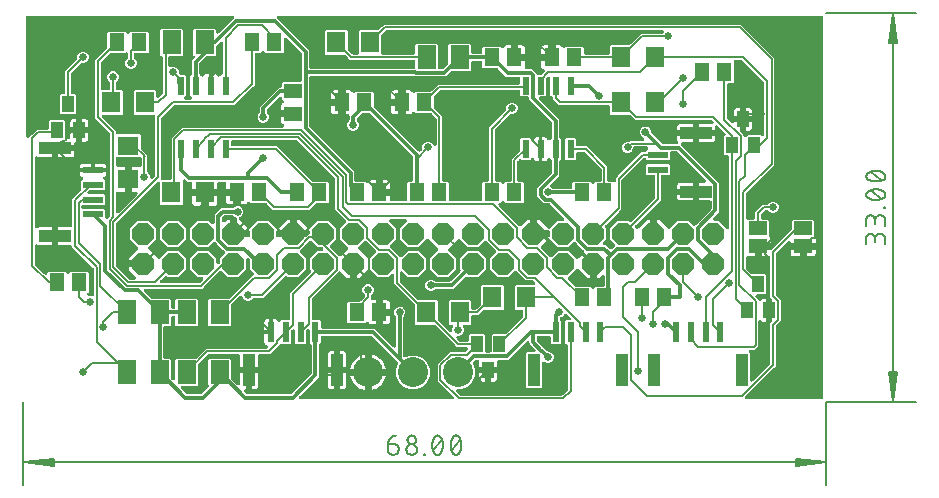
<source format=gbr>
G04 EAGLE Gerber RS-274X export*
G75*
%MOMM*%
%FSLAX34Y34*%
%LPD*%
%INTop Copper*%
%IPPOS*%
%AMOC8*
5,1,8,0,0,1.08239X$1,22.5*%
G01*
%ADD10C,0.130000*%
%ADD11C,0.152400*%
%ADD12R,1.300000X1.500000*%
%ADD13R,1.500000X1.300000*%
%ADD14R,0.600000X1.700000*%
%ADD15R,1.000000X2.700000*%
%ADD16R,1.700000X0.600000*%
%ADD17R,2.700000X1.000000*%
%ADD18R,1.600000X1.803000*%
%ADD19P,2.061953X8X202.500000*%
%ADD20R,1.803000X1.600000*%
%ADD21R,1.000000X1.400000*%
%ADD22R,1.600000X2.000000*%
%ADD23R,1.600200X1.168400*%
%ADD24C,2.540000*%
%ADD25R,0.609600X1.524000*%
%ADD26C,0.304800*%
%ADD27C,0.654800*%

G36*
X675962Y2544D02*
X675962Y2544D01*
X675988Y2542D01*
X676135Y2564D01*
X676282Y2581D01*
X676307Y2589D01*
X676333Y2593D01*
X676471Y2648D01*
X676610Y2698D01*
X676632Y2712D01*
X676657Y2722D01*
X676778Y2807D01*
X676903Y2887D01*
X676921Y2906D01*
X676943Y2921D01*
X677042Y3031D01*
X677145Y3138D01*
X677159Y3160D01*
X677176Y3180D01*
X677248Y3310D01*
X677324Y3437D01*
X677332Y3462D01*
X677345Y3485D01*
X677385Y3628D01*
X677430Y3769D01*
X677432Y3795D01*
X677440Y3820D01*
X677459Y4064D01*
X677459Y325936D01*
X677456Y325962D01*
X677458Y325988D01*
X677436Y326135D01*
X677419Y326282D01*
X677411Y326307D01*
X677407Y326333D01*
X677352Y326471D01*
X677302Y326610D01*
X677288Y326632D01*
X677278Y326657D01*
X677193Y326778D01*
X677113Y326903D01*
X677094Y326921D01*
X677079Y326943D01*
X676969Y327042D01*
X676862Y327145D01*
X676840Y327159D01*
X676820Y327176D01*
X676690Y327248D01*
X676563Y327324D01*
X676538Y327332D01*
X676515Y327345D01*
X676372Y327385D01*
X676231Y327430D01*
X676205Y327432D01*
X676180Y327440D01*
X675936Y327459D01*
X216340Y327459D01*
X216240Y327448D01*
X216140Y327446D01*
X216068Y327428D01*
X215994Y327419D01*
X215900Y327386D01*
X215802Y327361D01*
X215736Y327327D01*
X215666Y327302D01*
X215582Y327247D01*
X215492Y327201D01*
X215436Y327153D01*
X215373Y327113D01*
X215303Y327041D01*
X215227Y326976D01*
X215183Y326916D01*
X215131Y326862D01*
X215079Y326776D01*
X215020Y326695D01*
X214990Y326627D01*
X214952Y326563D01*
X214921Y326467D01*
X214882Y326375D01*
X214869Y326302D01*
X214846Y326231D01*
X214838Y326131D01*
X214820Y326032D01*
X214824Y325958D01*
X214818Y325884D01*
X214833Y325784D01*
X214838Y325684D01*
X214859Y325613D01*
X214870Y325539D01*
X214907Y325446D01*
X214934Y325349D01*
X214971Y325284D01*
X214998Y325215D01*
X215056Y325133D01*
X215105Y325045D01*
X215170Y324969D01*
X215197Y324929D01*
X215224Y324905D01*
X215263Y324859D01*
X239965Y300157D01*
X242197Y297925D01*
X242197Y283972D01*
X242200Y283946D01*
X242198Y283920D01*
X242220Y283773D01*
X242237Y283626D01*
X242245Y283601D01*
X242249Y283575D01*
X242304Y283437D01*
X242354Y283298D01*
X242368Y283276D01*
X242378Y283251D01*
X242463Y283130D01*
X242543Y283005D01*
X242562Y282987D01*
X242577Y282965D01*
X242687Y282866D01*
X242794Y282763D01*
X242816Y282749D01*
X242836Y282732D01*
X242966Y282660D01*
X243093Y282584D01*
X243118Y282576D01*
X243141Y282563D01*
X243284Y282523D01*
X243425Y282478D01*
X243451Y282476D01*
X243476Y282468D01*
X243720Y282449D01*
X330552Y282449D01*
X330578Y282452D01*
X330604Y282450D01*
X330751Y282472D01*
X330898Y282489D01*
X330923Y282497D01*
X330949Y282501D01*
X331087Y282556D01*
X331226Y282606D01*
X331248Y282620D01*
X331273Y282630D01*
X331394Y282715D01*
X331519Y282795D01*
X331537Y282814D01*
X331559Y282829D01*
X331658Y282939D01*
X331761Y283046D01*
X331775Y283068D01*
X331792Y283088D01*
X331864Y283218D01*
X331940Y283345D01*
X331948Y283370D01*
X331961Y283393D01*
X332001Y283536D01*
X332046Y283677D01*
X332048Y283703D01*
X332056Y283728D01*
X332075Y283972D01*
X332075Y288290D01*
X332072Y288316D01*
X332074Y288342D01*
X332052Y288489D01*
X332035Y288636D01*
X332027Y288661D01*
X332023Y288687D01*
X331968Y288825D01*
X331918Y288964D01*
X331904Y288986D01*
X331894Y289011D01*
X331809Y289132D01*
X331729Y289257D01*
X331710Y289275D01*
X331695Y289297D01*
X331585Y289396D01*
X331478Y289499D01*
X331456Y289513D01*
X331436Y289530D01*
X331306Y289602D01*
X331179Y289678D01*
X331154Y289686D01*
X331131Y289699D01*
X330988Y289739D01*
X330847Y289784D01*
X330821Y289786D01*
X330796Y289794D01*
X330552Y289813D01*
X276933Y289813D01*
X275147Y291599D01*
X272932Y293814D01*
X272833Y293893D01*
X272739Y293977D01*
X272697Y294001D01*
X272659Y294031D01*
X272545Y294085D01*
X272434Y294146D01*
X272388Y294159D01*
X272344Y294180D01*
X272220Y294206D01*
X272099Y294241D01*
X272038Y294246D01*
X272003Y294253D01*
X271955Y294252D01*
X271855Y294260D01*
X256548Y294260D01*
X255655Y295153D01*
X255655Y314447D01*
X256548Y315340D01*
X273812Y315340D01*
X274705Y314447D01*
X274705Y299140D01*
X274719Y299015D01*
X274726Y298888D01*
X274739Y298842D01*
X274745Y298794D01*
X274787Y298675D01*
X274822Y298553D01*
X274846Y298511D01*
X274862Y298466D01*
X274931Y298360D01*
X274992Y298249D01*
X275032Y298203D01*
X275051Y298173D01*
X275086Y298139D01*
X275151Y298063D01*
X278381Y294833D01*
X278480Y294754D01*
X278574Y294670D01*
X278616Y294646D01*
X278654Y294616D01*
X278768Y294562D01*
X278879Y294501D01*
X278926Y294488D01*
X278969Y294467D01*
X279093Y294441D01*
X279214Y294406D01*
X279275Y294401D01*
X279310Y294394D01*
X279358Y294395D01*
X279458Y294387D01*
X282572Y294387D01*
X282598Y294390D01*
X282624Y294388D01*
X282771Y294410D01*
X282918Y294427D01*
X282943Y294435D01*
X282969Y294439D01*
X283107Y294494D01*
X283246Y294544D01*
X283268Y294558D01*
X283293Y294568D01*
X283414Y294653D01*
X283539Y294733D01*
X283557Y294752D01*
X283579Y294767D01*
X283678Y294877D01*
X283781Y294984D01*
X283795Y295006D01*
X283812Y295026D01*
X283884Y295156D01*
X283960Y295283D01*
X283968Y295308D01*
X283981Y295331D01*
X284021Y295474D01*
X284066Y295615D01*
X284068Y295641D01*
X284076Y295666D01*
X284095Y295910D01*
X284095Y314447D01*
X284988Y315340D01*
X300295Y315340D01*
X300420Y315354D01*
X300547Y315361D01*
X300593Y315374D01*
X300641Y315380D01*
X300760Y315422D01*
X300882Y315457D01*
X300924Y315481D01*
X300969Y315497D01*
X301075Y315566D01*
X301186Y315627D01*
X301232Y315667D01*
X301262Y315686D01*
X301296Y315721D01*
X301372Y315786D01*
X303587Y318001D01*
X305373Y319787D01*
X608007Y319787D01*
X636017Y291777D01*
X636017Y200983D01*
X612333Y177299D01*
X612254Y177200D01*
X612170Y177106D01*
X612146Y177064D01*
X612116Y177026D01*
X612062Y176912D01*
X612001Y176801D01*
X611988Y176754D01*
X611967Y176711D01*
X611941Y176587D01*
X611906Y176466D01*
X611901Y176405D01*
X611894Y176370D01*
X611895Y176322D01*
X611887Y176222D01*
X611887Y156210D01*
X611890Y156184D01*
X611888Y156158D01*
X611910Y156011D01*
X611927Y155864D01*
X611935Y155839D01*
X611939Y155813D01*
X611994Y155675D01*
X612044Y155536D01*
X612058Y155514D01*
X612068Y155489D01*
X612153Y155368D01*
X612233Y155243D01*
X612252Y155225D01*
X612267Y155203D01*
X612377Y155104D01*
X612484Y155001D01*
X612506Y154987D01*
X612526Y154970D01*
X612656Y154898D01*
X612783Y154822D01*
X612808Y154814D01*
X612831Y154801D01*
X612974Y154761D01*
X613115Y154716D01*
X613141Y154714D01*
X613166Y154706D01*
X613410Y154687D01*
X618490Y154687D01*
X618516Y154690D01*
X618542Y154688D01*
X618689Y154710D01*
X618836Y154727D01*
X618861Y154735D01*
X618887Y154739D01*
X619025Y154794D01*
X619164Y154844D01*
X619186Y154858D01*
X619211Y154868D01*
X619332Y154953D01*
X619457Y155033D01*
X619475Y155052D01*
X619497Y155067D01*
X619596Y155177D01*
X619699Y155284D01*
X619713Y155306D01*
X619730Y155326D01*
X619802Y155456D01*
X619878Y155583D01*
X619886Y155608D01*
X619899Y155631D01*
X619939Y155774D01*
X619984Y155915D01*
X619986Y155941D01*
X619994Y155966D01*
X620013Y156210D01*
X620013Y160967D01*
X626433Y167387D01*
X629869Y167387D01*
X629995Y167401D01*
X630121Y167408D01*
X630168Y167421D01*
X630216Y167427D01*
X630335Y167469D01*
X630456Y167504D01*
X630498Y167528D01*
X630544Y167544D01*
X630650Y167613D01*
X630760Y167674D01*
X630806Y167714D01*
X630836Y167733D01*
X630870Y167768D01*
X630946Y167833D01*
X632282Y169168D01*
X634045Y169899D01*
X635955Y169899D01*
X637718Y169168D01*
X639068Y167818D01*
X639799Y166055D01*
X639799Y164145D01*
X639068Y162382D01*
X637718Y161032D01*
X635955Y160301D01*
X634045Y160301D01*
X632282Y161032D01*
X630946Y162367D01*
X630847Y162446D01*
X630754Y162530D01*
X630711Y162554D01*
X630673Y162584D01*
X630559Y162638D01*
X630449Y162699D01*
X630402Y162712D01*
X630358Y162733D01*
X630235Y162759D01*
X630113Y162794D01*
X630052Y162799D01*
X630018Y162806D01*
X629970Y162805D01*
X629869Y162813D01*
X628958Y162813D01*
X628833Y162799D01*
X628706Y162792D01*
X628660Y162779D01*
X628612Y162773D01*
X628493Y162731D01*
X628372Y162696D01*
X628329Y162672D01*
X628284Y162656D01*
X628178Y162587D01*
X628067Y162526D01*
X628021Y162486D01*
X627991Y162467D01*
X627958Y162432D01*
X627881Y162367D01*
X625033Y159519D01*
X624954Y159420D01*
X624870Y159326D01*
X624846Y159284D01*
X624816Y159246D01*
X624762Y159132D01*
X624701Y159021D01*
X624688Y158974D01*
X624667Y158931D01*
X624641Y158807D01*
X624606Y158686D01*
X624601Y158625D01*
X624594Y158590D01*
X624595Y158542D01*
X624587Y158442D01*
X624587Y156210D01*
X624590Y156184D01*
X624588Y156158D01*
X624610Y156011D01*
X624627Y155864D01*
X624635Y155839D01*
X624639Y155813D01*
X624694Y155675D01*
X624744Y155536D01*
X624758Y155514D01*
X624768Y155489D01*
X624853Y155368D01*
X624933Y155243D01*
X624952Y155225D01*
X624967Y155203D01*
X625077Y155104D01*
X625184Y155001D01*
X625206Y154987D01*
X625226Y154970D01*
X625356Y154898D01*
X625483Y154822D01*
X625508Y154814D01*
X625531Y154801D01*
X625674Y154761D01*
X625815Y154716D01*
X625841Y154714D01*
X625866Y154706D01*
X626110Y154687D01*
X630933Y154687D01*
X631826Y153794D01*
X631826Y140621D01*
X631840Y140496D01*
X631847Y140370D01*
X631860Y140323D01*
X631866Y140275D01*
X631908Y140156D01*
X631943Y140035D01*
X631967Y139993D01*
X631983Y139947D01*
X632052Y139841D01*
X632113Y139731D01*
X632153Y139684D01*
X632172Y139654D01*
X632207Y139621D01*
X632272Y139544D01*
X632334Y139482D01*
X632669Y138903D01*
X632842Y138257D01*
X632842Y135000D01*
X623697Y135000D01*
X623671Y134997D01*
X623645Y134999D01*
X623498Y134977D01*
X623351Y134960D01*
X623326Y134952D01*
X623300Y134948D01*
X623163Y134893D01*
X623023Y134843D01*
X623001Y134829D01*
X622976Y134819D01*
X622855Y134734D01*
X622730Y134654D01*
X622712Y134635D01*
X622690Y134620D01*
X622591Y134510D01*
X622488Y134403D01*
X622474Y134381D01*
X622457Y134361D01*
X622385Y134231D01*
X622309Y134104D01*
X622301Y134079D01*
X622288Y134056D01*
X622248Y133913D01*
X622203Y133772D01*
X622201Y133746D01*
X622194Y133721D01*
X622174Y133477D01*
X622174Y132206D01*
X620903Y132206D01*
X620877Y132203D01*
X620851Y132205D01*
X620704Y132183D01*
X620557Y132166D01*
X620532Y132157D01*
X620506Y132153D01*
X620368Y132099D01*
X620229Y132049D01*
X620207Y132034D01*
X620182Y132025D01*
X620061Y131940D01*
X619936Y131860D01*
X619918Y131841D01*
X619896Y131826D01*
X619797Y131716D01*
X619694Y131609D01*
X619680Y131586D01*
X619663Y131567D01*
X619591Y131437D01*
X619515Y131310D01*
X619507Y131285D01*
X619494Y131262D01*
X619454Y131119D01*
X619409Y130978D01*
X619406Y130952D01*
X619399Y130927D01*
X619380Y130683D01*
X619380Y123697D01*
X613964Y123697D01*
X613804Y123740D01*
X613754Y123748D01*
X613705Y123763D01*
X613582Y123773D01*
X613459Y123791D01*
X613409Y123787D01*
X613358Y123791D01*
X613235Y123773D01*
X613112Y123763D01*
X613064Y123747D01*
X613013Y123740D01*
X612898Y123694D01*
X612780Y123656D01*
X612737Y123630D01*
X612689Y123611D01*
X612588Y123540D01*
X612482Y123477D01*
X612445Y123441D01*
X612403Y123412D01*
X612320Y123320D01*
X612231Y123234D01*
X612204Y123191D01*
X612170Y123153D01*
X612110Y123045D01*
X612043Y122941D01*
X612026Y122893D01*
X612001Y122848D01*
X611967Y122729D01*
X611926Y122612D01*
X611920Y122562D01*
X611906Y122513D01*
X611887Y122269D01*
X611887Y114178D01*
X611901Y114053D01*
X611908Y113926D01*
X611921Y113880D01*
X611927Y113832D01*
X611969Y113713D01*
X612004Y113592D01*
X612028Y113549D01*
X612044Y113504D01*
X612113Y113398D01*
X612174Y113287D01*
X612214Y113241D01*
X612233Y113211D01*
X612268Y113178D01*
X612333Y113101D01*
X616563Y108871D01*
X616662Y108792D01*
X616756Y108708D01*
X616798Y108684D01*
X616836Y108654D01*
X616950Y108600D01*
X617061Y108539D01*
X617108Y108526D01*
X617151Y108505D01*
X617275Y108479D01*
X617396Y108444D01*
X617457Y108439D01*
X617492Y108432D01*
X617540Y108433D01*
X617640Y108425D01*
X627932Y108425D01*
X628825Y107532D01*
X628825Y92268D01*
X627932Y91375D01*
X621469Y91375D01*
X621369Y91364D01*
X621269Y91362D01*
X621197Y91344D01*
X621123Y91335D01*
X621028Y91302D01*
X620931Y91277D01*
X620865Y91243D01*
X620795Y91218D01*
X620710Y91163D01*
X620621Y91117D01*
X620564Y91069D01*
X620502Y91029D01*
X620432Y90957D01*
X620356Y90892D01*
X620311Y90832D01*
X620260Y90778D01*
X620208Y90692D01*
X620148Y90611D01*
X620119Y90543D01*
X620081Y90479D01*
X620050Y90383D01*
X620010Y90291D01*
X619997Y90218D01*
X619975Y90147D01*
X619967Y90047D01*
X619949Y89948D01*
X619953Y89874D01*
X619947Y89800D01*
X619962Y89700D01*
X619967Y89600D01*
X619987Y89529D01*
X619998Y89455D01*
X620035Y89362D01*
X620063Y89265D01*
X620100Y89200D01*
X620127Y89131D01*
X620184Y89049D01*
X620233Y88961D01*
X620299Y88885D01*
X620326Y88845D01*
X620352Y88821D01*
X620392Y88775D01*
X622660Y86507D01*
X622680Y86491D01*
X622697Y86471D01*
X622817Y86383D01*
X622933Y86290D01*
X622957Y86279D01*
X622978Y86264D01*
X623114Y86205D01*
X623248Y86142D01*
X623273Y86136D01*
X623298Y86126D01*
X623444Y86099D01*
X623589Y86068D01*
X623615Y86069D01*
X623641Y86064D01*
X623789Y86072D01*
X623937Y86074D01*
X623962Y86081D01*
X623989Y86082D01*
X624131Y86123D01*
X624275Y86159D01*
X624298Y86171D01*
X624324Y86178D01*
X624453Y86251D01*
X624585Y86319D01*
X624605Y86336D01*
X624628Y86349D01*
X624814Y86507D01*
X625240Y86933D01*
X625819Y87268D01*
X626465Y87441D01*
X629301Y87441D01*
X629301Y78876D01*
X629304Y78850D01*
X629302Y78824D01*
X629324Y78677D01*
X629341Y78530D01*
X629349Y78505D01*
X629353Y78479D01*
X629408Y78342D01*
X629458Y78202D01*
X629472Y78180D01*
X629482Y78155D01*
X629567Y78034D01*
X629647Y77909D01*
X629660Y77897D01*
X629615Y77850D01*
X629601Y77827D01*
X629584Y77808D01*
X629512Y77678D01*
X629436Y77551D01*
X629428Y77526D01*
X629415Y77503D01*
X629375Y77360D01*
X629330Y77219D01*
X629327Y77193D01*
X629320Y77168D01*
X629301Y76924D01*
X629301Y68359D01*
X626465Y68359D01*
X625819Y68532D01*
X625240Y68867D01*
X624973Y69134D01*
X624894Y69196D01*
X624822Y69266D01*
X624758Y69304D01*
X624700Y69350D01*
X624609Y69393D01*
X624523Y69445D01*
X624452Y69467D01*
X624385Y69499D01*
X624287Y69521D01*
X624191Y69551D01*
X624117Y69557D01*
X624044Y69573D01*
X623944Y69571D01*
X623844Y69579D01*
X623770Y69568D01*
X623696Y69567D01*
X623598Y69542D01*
X623499Y69527D01*
X623430Y69500D01*
X623358Y69482D01*
X623269Y69436D01*
X623175Y69399D01*
X623114Y69356D01*
X623048Y69322D01*
X622972Y69257D01*
X622889Y69200D01*
X622839Y69145D01*
X622783Y69096D01*
X622723Y69015D01*
X622656Y68941D01*
X622620Y68876D01*
X622575Y68816D01*
X622536Y68724D01*
X622487Y68636D01*
X622467Y68564D01*
X622437Y68496D01*
X622420Y68397D01*
X622408Y68354D01*
X622402Y68336D01*
X622401Y68332D01*
X622392Y68300D01*
X622384Y68200D01*
X622376Y68153D01*
X622378Y68117D01*
X622373Y68057D01*
X622373Y47639D01*
X619437Y44703D01*
X615680Y44703D01*
X615581Y44692D01*
X615480Y44690D01*
X615408Y44672D01*
X615334Y44663D01*
X615240Y44629D01*
X615142Y44605D01*
X615076Y44571D01*
X615006Y44546D01*
X614922Y44491D01*
X614832Y44445D01*
X614776Y44397D01*
X614713Y44357D01*
X614644Y44285D01*
X614567Y44220D01*
X614523Y44160D01*
X614471Y44106D01*
X614420Y44020D01*
X614360Y43939D01*
X614330Y43871D01*
X614292Y43807D01*
X614262Y43711D01*
X614222Y43619D01*
X614209Y43546D01*
X614186Y43475D01*
X614178Y43375D01*
X614160Y43276D01*
X614164Y43202D01*
X614158Y43128D01*
X614173Y43028D01*
X614178Y42928D01*
X614199Y42857D01*
X614210Y42783D01*
X614247Y42690D01*
X614275Y42593D01*
X614311Y42528D01*
X614339Y42459D01*
X614396Y42377D01*
X614445Y42289D01*
X614510Y42213D01*
X614537Y42173D01*
X614564Y42149D01*
X614603Y42103D01*
X615275Y41432D01*
X615275Y19003D01*
X615286Y18903D01*
X615288Y18803D01*
X615306Y18731D01*
X615315Y18657D01*
X615348Y18563D01*
X615373Y18465D01*
X615407Y18399D01*
X615432Y18329D01*
X615487Y18245D01*
X615533Y18155D01*
X615581Y18099D01*
X615621Y18036D01*
X615693Y17966D01*
X615758Y17890D01*
X615818Y17846D01*
X615872Y17794D01*
X615958Y17742D01*
X616039Y17683D01*
X616107Y17653D01*
X616171Y17615D01*
X616267Y17584D01*
X616359Y17545D01*
X616432Y17532D01*
X616503Y17509D01*
X616603Y17501D01*
X616702Y17483D01*
X616776Y17487D01*
X616850Y17481D01*
X616950Y17496D01*
X617050Y17501D01*
X617121Y17522D01*
X617195Y17533D01*
X617288Y17570D01*
X617385Y17597D01*
X617450Y17634D01*
X617519Y17661D01*
X617601Y17719D01*
X617689Y17768D01*
X617765Y17833D01*
X617805Y17860D01*
X617829Y17887D01*
X617875Y17926D01*
X632267Y32318D01*
X632346Y32417D01*
X632430Y32511D01*
X632454Y32553D01*
X632484Y32591D01*
X632538Y32705D01*
X632599Y32816D01*
X632612Y32863D01*
X632633Y32906D01*
X632659Y33030D01*
X632694Y33152D01*
X632699Y33212D01*
X632706Y33247D01*
X632705Y33295D01*
X632713Y33395D01*
X632713Y66814D01*
X633853Y67954D01*
X633932Y68053D01*
X634016Y68147D01*
X634040Y68189D01*
X634070Y68227D01*
X634124Y68341D01*
X634185Y68452D01*
X634198Y68499D01*
X634219Y68542D01*
X634245Y68666D01*
X634280Y68788D01*
X634285Y68848D01*
X634292Y68883D01*
X634291Y68931D01*
X634299Y69031D01*
X634299Y76924D01*
X634296Y76950D01*
X634298Y76976D01*
X634276Y77123D01*
X634259Y77270D01*
X634251Y77295D01*
X634247Y77321D01*
X634192Y77458D01*
X634142Y77598D01*
X634128Y77620D01*
X634118Y77645D01*
X634033Y77766D01*
X633953Y77891D01*
X633940Y77903D01*
X633985Y77950D01*
X633999Y77973D01*
X634016Y77992D01*
X634088Y78122D01*
X634164Y78249D01*
X634172Y78274D01*
X634185Y78297D01*
X634225Y78440D01*
X634270Y78581D01*
X634272Y78607D01*
X634280Y78632D01*
X634299Y78876D01*
X634299Y86769D01*
X634285Y86894D01*
X634278Y87021D01*
X634265Y87067D01*
X634259Y87115D01*
X634217Y87234D01*
X634182Y87355D01*
X634158Y87398D01*
X634142Y87443D01*
X634073Y87549D01*
X634012Y87660D01*
X633972Y87706D01*
X633953Y87736D01*
X633918Y87769D01*
X633853Y87846D01*
X632713Y88986D01*
X632713Y122269D01*
X632707Y122320D01*
X632710Y122371D01*
X632688Y122492D01*
X632673Y122615D01*
X632656Y122663D01*
X632647Y122713D01*
X632598Y122827D01*
X632556Y122943D01*
X632528Y122986D01*
X632508Y123033D01*
X632434Y123132D01*
X632367Y123236D01*
X632330Y123271D01*
X632300Y123312D01*
X632205Y123392D01*
X632116Y123478D01*
X632072Y123504D01*
X632033Y123537D01*
X631923Y123594D01*
X631817Y123657D01*
X631769Y123673D01*
X631723Y123696D01*
X631603Y123726D01*
X631485Y123763D01*
X631434Y123767D01*
X631385Y123780D01*
X631261Y123781D01*
X631138Y123791D01*
X631087Y123784D01*
X631036Y123784D01*
X630796Y123740D01*
X630793Y123740D01*
X630793Y123739D01*
X630636Y123697D01*
X625220Y123697D01*
X625220Y129160D01*
X633295Y129160D01*
X633420Y129174D01*
X633547Y129181D01*
X633593Y129194D01*
X633641Y129200D01*
X633760Y129242D01*
X633881Y129277D01*
X633924Y129301D01*
X633969Y129317D01*
X634075Y129386D01*
X634186Y129447D01*
X634232Y129487D01*
X634262Y129506D01*
X634295Y129541D01*
X634372Y129606D01*
X650428Y145662D01*
X650507Y145761D01*
X650591Y145855D01*
X650615Y145897D01*
X650645Y145935D01*
X650699Y146049D01*
X650760Y146160D01*
X650773Y146207D01*
X650794Y146250D01*
X650820Y146374D01*
X650855Y146495D01*
X650860Y146556D01*
X650867Y146591D01*
X650866Y146639D01*
X650874Y146739D01*
X650874Y153794D01*
X651767Y154687D01*
X669033Y154687D01*
X669926Y153794D01*
X669926Y140621D01*
X669940Y140496D01*
X669947Y140370D01*
X669960Y140323D01*
X669966Y140275D01*
X670008Y140156D01*
X670043Y140035D01*
X670067Y139993D01*
X670083Y139947D01*
X670152Y139841D01*
X670213Y139731D01*
X670253Y139684D01*
X670272Y139654D01*
X670307Y139621D01*
X670372Y139544D01*
X670434Y139482D01*
X670769Y138903D01*
X670942Y138257D01*
X670942Y135000D01*
X661797Y135000D01*
X661771Y134997D01*
X661745Y134999D01*
X661598Y134977D01*
X661451Y134960D01*
X661426Y134952D01*
X661400Y134948D01*
X661263Y134893D01*
X661123Y134843D01*
X661101Y134829D01*
X661076Y134819D01*
X660955Y134734D01*
X660830Y134654D01*
X660812Y134635D01*
X660790Y134620D01*
X660691Y134510D01*
X660588Y134403D01*
X660574Y134381D01*
X660557Y134361D01*
X660485Y134231D01*
X660409Y134104D01*
X660401Y134079D01*
X660397Y134072D01*
X660369Y134151D01*
X660354Y134173D01*
X660345Y134198D01*
X660260Y134319D01*
X660180Y134444D01*
X660161Y134462D01*
X660146Y134484D01*
X660036Y134583D01*
X659929Y134686D01*
X659906Y134700D01*
X659887Y134717D01*
X659757Y134789D01*
X659630Y134865D01*
X659605Y134873D01*
X659582Y134886D01*
X659439Y134926D01*
X659298Y134971D01*
X659272Y134973D01*
X659247Y134981D01*
X659003Y135000D01*
X649852Y135000D01*
X649847Y135047D01*
X649845Y135147D01*
X649827Y135219D01*
X649818Y135293D01*
X649785Y135387D01*
X649760Y135485D01*
X649726Y135551D01*
X649701Y135621D01*
X649646Y135705D01*
X649600Y135795D01*
X649552Y135851D01*
X649512Y135914D01*
X649440Y135984D01*
X649375Y136060D01*
X649315Y136104D01*
X649261Y136156D01*
X649175Y136208D01*
X649094Y136267D01*
X649026Y136297D01*
X648962Y136335D01*
X648866Y136366D01*
X648774Y136405D01*
X648701Y136419D01*
X648630Y136441D01*
X648530Y136449D01*
X648431Y136467D01*
X648357Y136463D01*
X648283Y136469D01*
X648184Y136454D01*
X648083Y136449D01*
X648012Y136429D01*
X647938Y136418D01*
X647845Y136380D01*
X647748Y136353D01*
X647683Y136316D01*
X647614Y136289D01*
X647532Y136231D01*
X647444Y136182D01*
X647368Y136117D01*
X647328Y136090D01*
X647304Y136063D01*
X647258Y136024D01*
X637733Y126499D01*
X637654Y126400D01*
X637570Y126306D01*
X637546Y126264D01*
X637516Y126226D01*
X637462Y126112D01*
X637401Y126001D01*
X637388Y125954D01*
X637367Y125911D01*
X637341Y125787D01*
X637306Y125666D01*
X637301Y125605D01*
X637294Y125570D01*
X637295Y125522D01*
X637287Y125422D01*
X637287Y91511D01*
X637301Y91385D01*
X637308Y91259D01*
X637321Y91213D01*
X637327Y91165D01*
X637369Y91046D01*
X637404Y90924D01*
X637428Y90882D01*
X637444Y90837D01*
X637513Y90730D01*
X637574Y90620D01*
X637614Y90574D01*
X637633Y90544D01*
X637668Y90510D01*
X637733Y90434D01*
X641373Y86794D01*
X641373Y69006D01*
X637733Y65366D01*
X637654Y65267D01*
X637570Y65173D01*
X637546Y65131D01*
X637516Y65093D01*
X637462Y64979D01*
X637401Y64868D01*
X637388Y64822D01*
X637367Y64778D01*
X637341Y64655D01*
X637306Y64533D01*
X637301Y64472D01*
X637294Y64437D01*
X637295Y64389D01*
X637287Y64289D01*
X637287Y30870D01*
X635501Y29084D01*
X611558Y5141D01*
X611496Y5063D01*
X611426Y4990D01*
X611387Y4926D01*
X611341Y4868D01*
X611298Y4777D01*
X611247Y4691D01*
X611224Y4620D01*
X611192Y4553D01*
X611171Y4455D01*
X611141Y4359D01*
X611135Y4285D01*
X611119Y4212D01*
X611121Y4112D01*
X611113Y4012D01*
X611124Y3938D01*
X611125Y3864D01*
X611149Y3767D01*
X611164Y3667D01*
X611192Y3598D01*
X611210Y3526D01*
X611256Y3436D01*
X611293Y3343D01*
X611335Y3282D01*
X611370Y3216D01*
X611435Y3139D01*
X611492Y3057D01*
X611547Y3007D01*
X611595Y2951D01*
X611676Y2891D01*
X611751Y2824D01*
X611816Y2788D01*
X611876Y2743D01*
X611968Y2704D01*
X612056Y2655D01*
X612127Y2635D01*
X612196Y2605D01*
X612294Y2588D01*
X612391Y2560D01*
X612491Y2552D01*
X612539Y2544D01*
X612574Y2546D01*
X612635Y2541D01*
X675936Y2541D01*
X675962Y2544D01*
G37*
G36*
X58496Y89689D02*
X58496Y89689D01*
X58520Y89688D01*
X58668Y89715D01*
X58817Y89737D01*
X58839Y89746D01*
X58863Y89751D01*
X59001Y89811D01*
X59141Y89866D01*
X59161Y89880D01*
X59183Y89889D01*
X59304Y89979D01*
X59427Y90065D01*
X59443Y90083D01*
X59463Y90097D01*
X59560Y90212D01*
X59660Y90324D01*
X59672Y90345D01*
X59688Y90363D01*
X59756Y90497D01*
X59829Y90629D01*
X59835Y90652D01*
X59846Y90674D01*
X59883Y90819D01*
X59924Y90964D01*
X59926Y90993D01*
X59931Y91012D01*
X59931Y91059D01*
X59943Y91208D01*
X59943Y112722D01*
X59929Y112847D01*
X59922Y112974D01*
X59909Y113020D01*
X59903Y113068D01*
X59861Y113187D01*
X59826Y113308D01*
X59802Y113351D01*
X59786Y113396D01*
X59717Y113502D01*
X59656Y113613D01*
X59616Y113659D01*
X59597Y113689D01*
X59562Y113722D01*
X59497Y113799D01*
X41636Y131660D01*
X41632Y131685D01*
X41615Y131832D01*
X41607Y131857D01*
X41603Y131883D01*
X41548Y132021D01*
X41498Y132160D01*
X41484Y132182D01*
X41474Y132207D01*
X41389Y132328D01*
X41309Y132453D01*
X41290Y132471D01*
X41275Y132493D01*
X41165Y132592D01*
X41058Y132695D01*
X41036Y132709D01*
X41016Y132726D01*
X40886Y132798D01*
X40759Y132874D01*
X40734Y132882D01*
X40711Y132895D01*
X40568Y132935D01*
X40427Y132980D01*
X40401Y132982D01*
X40376Y132990D01*
X40132Y133009D01*
X29799Y133009D01*
X29799Y139574D01*
X29796Y139600D01*
X29798Y139626D01*
X29776Y139773D01*
X29759Y139920D01*
X29751Y139945D01*
X29747Y139971D01*
X29692Y140108D01*
X29642Y140248D01*
X29628Y140270D01*
X29618Y140295D01*
X29533Y140416D01*
X29453Y140541D01*
X29440Y140553D01*
X29485Y140600D01*
X29499Y140623D01*
X29516Y140642D01*
X29588Y140772D01*
X29664Y140899D01*
X29672Y140924D01*
X29685Y140947D01*
X29725Y141090D01*
X29770Y141231D01*
X29772Y141257D01*
X29780Y141282D01*
X29799Y141526D01*
X29799Y148091D01*
X40132Y148091D01*
X40158Y148094D01*
X40184Y148092D01*
X40331Y148114D01*
X40478Y148131D01*
X40503Y148139D01*
X40529Y148143D01*
X40667Y148198D01*
X40806Y148248D01*
X40828Y148262D01*
X40853Y148272D01*
X40974Y148357D01*
X41099Y148437D01*
X41117Y148456D01*
X41139Y148471D01*
X41238Y148581D01*
X41341Y148688D01*
X41355Y148710D01*
X41372Y148730D01*
X41444Y148860D01*
X41520Y148987D01*
X41528Y149012D01*
X41541Y149035D01*
X41581Y149178D01*
X41626Y149319D01*
X41628Y149345D01*
X41636Y149370D01*
X41655Y149614D01*
X41655Y171872D01*
X48829Y179046D01*
X48908Y179145D01*
X48992Y179239D01*
X49016Y179281D01*
X49046Y179319D01*
X49100Y179433D01*
X49161Y179544D01*
X49174Y179590D01*
X49195Y179634D01*
X49221Y179757D01*
X49256Y179879D01*
X49261Y179940D01*
X49268Y179975D01*
X49267Y180023D01*
X49275Y180123D01*
X49275Y187682D01*
X50290Y188696D01*
X50322Y188736D01*
X50360Y188771D01*
X50430Y188872D01*
X50507Y188969D01*
X50529Y189016D01*
X50558Y189058D01*
X50603Y189173D01*
X50656Y189285D01*
X50666Y189334D01*
X50685Y189382D01*
X50703Y189504D01*
X50729Y189625D01*
X50728Y189676D01*
X50736Y189727D01*
X50725Y189850D01*
X50723Y189974D01*
X50711Y190023D01*
X50706Y190074D01*
X50668Y190192D01*
X50638Y190312D01*
X50615Y190357D01*
X50599Y190406D01*
X50535Y190511D01*
X50478Y190622D01*
X50445Y190660D01*
X50419Y190704D01*
X50333Y190793D01*
X50253Y190887D01*
X50212Y190917D01*
X50176Y190954D01*
X49975Y191093D01*
X49240Y191517D01*
X48767Y191990D01*
X48432Y192569D01*
X48259Y193215D01*
X48259Y195027D01*
X59300Y195027D01*
X70341Y195027D01*
X70341Y193215D01*
X70168Y192569D01*
X69833Y191990D01*
X69360Y191517D01*
X68625Y191093D01*
X68584Y191062D01*
X68539Y191039D01*
X68445Y190959D01*
X68345Y190885D01*
X68312Y190846D01*
X68274Y190813D01*
X68200Y190714D01*
X68120Y190619D01*
X68097Y190574D01*
X68066Y190533D01*
X68017Y190419D01*
X67961Y190309D01*
X67949Y190260D01*
X67928Y190213D01*
X67907Y190091D01*
X67877Y189971D01*
X67876Y189920D01*
X67867Y189870D01*
X67873Y189746D01*
X67871Y189623D01*
X67882Y189573D01*
X67885Y189522D01*
X67919Y189403D01*
X67945Y189282D01*
X67967Y189236D01*
X67981Y189187D01*
X68042Y189079D01*
X68095Y188967D01*
X68126Y188927D01*
X68151Y188883D01*
X68310Y188696D01*
X69325Y187682D01*
X69325Y180418D01*
X68432Y179525D01*
X56407Y179525D01*
X56282Y179511D01*
X56155Y179504D01*
X56109Y179491D01*
X56061Y179485D01*
X55942Y179443D01*
X55821Y179408D01*
X55778Y179384D01*
X55733Y179368D01*
X55627Y179299D01*
X55516Y179238D01*
X55470Y179198D01*
X55440Y179179D01*
X55407Y179144D01*
X55330Y179079D01*
X54926Y178675D01*
X54864Y178597D01*
X54794Y178524D01*
X54756Y178460D01*
X54710Y178402D01*
X54667Y178311D01*
X54615Y178225D01*
X54592Y178154D01*
X54561Y178087D01*
X54539Y177989D01*
X54509Y177893D01*
X54503Y177819D01*
X54487Y177746D01*
X54489Y177646D01*
X54481Y177546D01*
X54492Y177472D01*
X54493Y177398D01*
X54518Y177301D01*
X54533Y177201D01*
X54560Y177132D01*
X54578Y177060D01*
X54624Y176970D01*
X54661Y176877D01*
X54704Y176816D01*
X54738Y176750D01*
X54803Y176673D01*
X54860Y176591D01*
X54915Y176541D01*
X54964Y176485D01*
X55044Y176425D01*
X55119Y176358D01*
X55184Y176322D01*
X55244Y176277D01*
X55336Y176238D01*
X55424Y176189D01*
X55496Y176169D01*
X55564Y176139D01*
X55663Y176122D01*
X55759Y176094D01*
X55860Y176086D01*
X55907Y176078D01*
X55943Y176080D01*
X56003Y176075D01*
X68432Y176075D01*
X69325Y175182D01*
X69325Y167918D01*
X68432Y167025D01*
X50800Y167025D01*
X50774Y167022D01*
X50748Y167024D01*
X50601Y167002D01*
X50454Y166985D01*
X50429Y166977D01*
X50403Y166973D01*
X50265Y166918D01*
X50126Y166868D01*
X50104Y166854D01*
X50079Y166844D01*
X49958Y166759D01*
X49833Y166679D01*
X49815Y166660D01*
X49793Y166645D01*
X49694Y166535D01*
X49591Y166428D01*
X49577Y166406D01*
X49560Y166386D01*
X49488Y166256D01*
X49412Y166129D01*
X49404Y166104D01*
X49391Y166081D01*
X49351Y165938D01*
X49306Y165797D01*
X49304Y165771D01*
X49296Y165746D01*
X49277Y165502D01*
X49277Y165098D01*
X49280Y165072D01*
X49278Y165046D01*
X49300Y164899D01*
X49317Y164752D01*
X49325Y164727D01*
X49329Y164701D01*
X49384Y164563D01*
X49434Y164424D01*
X49448Y164402D01*
X49458Y164377D01*
X49543Y164256D01*
X49623Y164131D01*
X49642Y164113D01*
X49657Y164091D01*
X49767Y163992D01*
X49874Y163889D01*
X49896Y163875D01*
X49916Y163858D01*
X50046Y163786D01*
X50173Y163710D01*
X50198Y163702D01*
X50221Y163689D01*
X50364Y163649D01*
X50505Y163604D01*
X50531Y163602D01*
X50556Y163594D01*
X50800Y163575D01*
X68432Y163575D01*
X69325Y162682D01*
X69325Y156747D01*
X69336Y156647D01*
X69338Y156546D01*
X69356Y156474D01*
X69365Y156400D01*
X69398Y156306D01*
X69423Y156209D01*
X69457Y156142D01*
X69482Y156072D01*
X69537Y155988D01*
X69583Y155899D01*
X69631Y155842D01*
X69671Y155780D01*
X69743Y155710D01*
X69808Y155633D01*
X69868Y155589D01*
X69922Y155537D01*
X70008Y155486D01*
X70089Y155426D01*
X70157Y155397D01*
X70221Y155359D01*
X70317Y155328D01*
X70409Y155288D01*
X70482Y155275D01*
X70553Y155252D01*
X70653Y155244D01*
X70752Y155226D01*
X70826Y155230D01*
X70900Y155224D01*
X71000Y155239D01*
X71100Y155244D01*
X71171Y155265D01*
X71245Y155276D01*
X71338Y155313D01*
X71435Y155341D01*
X71500Y155377D01*
X71569Y155405D01*
X71651Y155462D01*
X71739Y155511D01*
X71815Y155576D01*
X71855Y155604D01*
X71879Y155630D01*
X71925Y155670D01*
X73467Y157212D01*
X73546Y157311D01*
X73630Y157405D01*
X73654Y157447D01*
X73684Y157485D01*
X73738Y157599D01*
X73799Y157710D01*
X73812Y157756D01*
X73833Y157800D01*
X73859Y157923D01*
X73894Y158045D01*
X73899Y158105D01*
X73906Y158140D01*
X73905Y158189D01*
X73913Y158289D01*
X73913Y227022D01*
X73899Y227147D01*
X73892Y227274D01*
X73879Y227320D01*
X73873Y227368D01*
X73831Y227487D01*
X73796Y227608D01*
X73772Y227651D01*
X73756Y227696D01*
X73687Y227802D01*
X73626Y227913D01*
X73586Y227959D01*
X73567Y227989D01*
X73532Y228022D01*
X73467Y228099D01*
X61213Y240353D01*
X61213Y289847D01*
X70929Y299563D01*
X71008Y299662D01*
X71092Y299756D01*
X71116Y299798D01*
X71146Y299836D01*
X71200Y299950D01*
X71261Y300061D01*
X71274Y300108D01*
X71295Y300151D01*
X71321Y300275D01*
X71356Y300396D01*
X71361Y300457D01*
X71368Y300492D01*
X71367Y300540D01*
X71375Y300640D01*
X71375Y312932D01*
X72268Y313825D01*
X86532Y313825D01*
X87823Y312533D01*
X87843Y312517D01*
X87860Y312497D01*
X87980Y312409D01*
X88096Y312317D01*
X88120Y312306D01*
X88141Y312290D01*
X88277Y312231D01*
X88411Y312168D01*
X88437Y312162D01*
X88461Y312152D01*
X88607Y312126D01*
X88752Y312094D01*
X88778Y312095D01*
X88804Y312090D01*
X88952Y312098D01*
X89100Y312100D01*
X89126Y312107D01*
X89152Y312108D01*
X89294Y312149D01*
X89438Y312185D01*
X89461Y312197D01*
X89487Y312205D01*
X89616Y312277D01*
X89748Y312345D01*
X89768Y312362D01*
X89791Y312375D01*
X89977Y312533D01*
X91268Y313825D01*
X105532Y313825D01*
X106425Y312932D01*
X106425Y296668D01*
X105532Y295775D01*
X95250Y295775D01*
X95224Y295772D01*
X95198Y295774D01*
X95051Y295752D01*
X94904Y295735D01*
X94879Y295727D01*
X94853Y295723D01*
X94715Y295668D01*
X94576Y295618D01*
X94554Y295604D01*
X94529Y295594D01*
X94408Y295509D01*
X94283Y295429D01*
X94265Y295410D01*
X94243Y295395D01*
X94144Y295285D01*
X94041Y295178D01*
X94027Y295156D01*
X94010Y295136D01*
X93938Y295006D01*
X93862Y294879D01*
X93854Y294854D01*
X93841Y294831D01*
X93801Y294688D01*
X93756Y294547D01*
X93754Y294521D01*
X93746Y294496D01*
X93727Y294252D01*
X93727Y292151D01*
X93741Y292025D01*
X93748Y291899D01*
X93761Y291852D01*
X93767Y291804D01*
X93809Y291685D01*
X93844Y291564D01*
X93868Y291522D01*
X93884Y291476D01*
X93953Y291370D01*
X94014Y291260D01*
X94054Y291214D01*
X94073Y291184D01*
X94108Y291150D01*
X94173Y291074D01*
X95508Y289738D01*
X96239Y287975D01*
X96239Y286065D01*
X95508Y284302D01*
X94158Y282952D01*
X92395Y282221D01*
X90485Y282221D01*
X88722Y282952D01*
X87372Y284302D01*
X86641Y286065D01*
X86641Y287975D01*
X87372Y289738D01*
X88707Y291074D01*
X88786Y291173D01*
X88870Y291266D01*
X88894Y291309D01*
X88924Y291347D01*
X88978Y291461D01*
X89039Y291571D01*
X89052Y291618D01*
X89073Y291662D01*
X89099Y291785D01*
X89134Y291907D01*
X89139Y291968D01*
X89146Y292002D01*
X89145Y292050D01*
X89153Y292151D01*
X89153Y294720D01*
X89142Y294819D01*
X89140Y294920D01*
X89122Y294992D01*
X89113Y295066D01*
X89080Y295160D01*
X89055Y295258D01*
X89021Y295324D01*
X88996Y295394D01*
X88941Y295478D01*
X88895Y295568D01*
X88847Y295624D01*
X88807Y295687D01*
X88735Y295756D01*
X88670Y295833D01*
X88610Y295877D01*
X88556Y295929D01*
X88470Y295980D01*
X88389Y296040D01*
X88321Y296070D01*
X88257Y296108D01*
X88162Y296138D01*
X88069Y296178D01*
X87996Y296191D01*
X87925Y296214D01*
X87825Y296222D01*
X87726Y296240D01*
X87652Y296236D01*
X87578Y296242D01*
X87479Y296227D01*
X87378Y296222D01*
X87307Y296201D01*
X87233Y296190D01*
X87140Y296153D01*
X87043Y296125D01*
X86978Y296089D01*
X86909Y296061D01*
X86827Y296004D01*
X86739Y295955D01*
X86663Y295890D01*
X86623Y295863D01*
X86599Y295836D01*
X86553Y295797D01*
X86532Y295775D01*
X74240Y295775D01*
X74115Y295761D01*
X73988Y295754D01*
X73942Y295741D01*
X73894Y295735D01*
X73775Y295693D01*
X73654Y295658D01*
X73611Y295634D01*
X73566Y295618D01*
X73460Y295549D01*
X73349Y295488D01*
X73303Y295448D01*
X73273Y295429D01*
X73240Y295394D01*
X73163Y295329D01*
X66233Y288399D01*
X66154Y288300D01*
X66070Y288206D01*
X66046Y288164D01*
X66016Y288126D01*
X65962Y288012D01*
X65901Y287901D01*
X65888Y287854D01*
X65867Y287811D01*
X65841Y287687D01*
X65806Y287566D01*
X65801Y287505D01*
X65794Y287470D01*
X65795Y287422D01*
X65787Y287322D01*
X65787Y266063D01*
X65790Y266037D01*
X65788Y266011D01*
X65810Y265864D01*
X65827Y265717D01*
X65835Y265692D01*
X65839Y265666D01*
X65894Y265528D01*
X65944Y265389D01*
X65958Y265367D01*
X65968Y265342D01*
X66053Y265221D01*
X66133Y265096D01*
X66152Y265078D01*
X66167Y265056D01*
X66277Y264957D01*
X66384Y264854D01*
X66406Y264840D01*
X66426Y264823D01*
X66556Y264751D01*
X66683Y264675D01*
X66708Y264667D01*
X66731Y264654D01*
X66874Y264614D01*
X67015Y264569D01*
X67041Y264567D01*
X67066Y264559D01*
X67310Y264540D01*
X72390Y264540D01*
X72416Y264543D01*
X72442Y264541D01*
X72589Y264563D01*
X72736Y264580D01*
X72761Y264588D01*
X72787Y264592D01*
X72925Y264647D01*
X73064Y264697D01*
X73086Y264711D01*
X73111Y264721D01*
X73232Y264806D01*
X73357Y264886D01*
X73375Y264905D01*
X73397Y264920D01*
X73496Y265030D01*
X73599Y265137D01*
X73613Y265159D01*
X73630Y265179D01*
X73702Y265309D01*
X73778Y265436D01*
X73786Y265461D01*
X73799Y265484D01*
X73839Y265627D01*
X73884Y265768D01*
X73886Y265794D01*
X73894Y265819D01*
X73913Y266063D01*
X73913Y270459D01*
X73899Y270585D01*
X73892Y270711D01*
X73879Y270758D01*
X73873Y270806D01*
X73831Y270925D01*
X73796Y271046D01*
X73772Y271088D01*
X73756Y271134D01*
X73687Y271240D01*
X73626Y271350D01*
X73586Y271396D01*
X73567Y271426D01*
X73532Y271460D01*
X73467Y271536D01*
X72132Y272872D01*
X71401Y274635D01*
X71401Y276545D01*
X72132Y278308D01*
X73482Y279658D01*
X75245Y280389D01*
X77155Y280389D01*
X78918Y279658D01*
X80268Y278308D01*
X80999Y276545D01*
X80999Y274635D01*
X80268Y272872D01*
X78933Y271536D01*
X78854Y271437D01*
X78770Y271344D01*
X78746Y271301D01*
X78716Y271263D01*
X78662Y271149D01*
X78601Y271039D01*
X78588Y270992D01*
X78567Y270948D01*
X78541Y270825D01*
X78506Y270703D01*
X78501Y270642D01*
X78494Y270608D01*
X78495Y270560D01*
X78487Y270459D01*
X78487Y266063D01*
X78490Y266037D01*
X78488Y266011D01*
X78510Y265864D01*
X78527Y265717D01*
X78535Y265692D01*
X78539Y265666D01*
X78594Y265528D01*
X78644Y265389D01*
X78658Y265367D01*
X78668Y265342D01*
X78753Y265221D01*
X78833Y265096D01*
X78852Y265078D01*
X78867Y265056D01*
X78977Y264957D01*
X79084Y264854D01*
X79106Y264840D01*
X79126Y264823D01*
X79256Y264751D01*
X79383Y264675D01*
X79408Y264667D01*
X79431Y264654D01*
X79574Y264614D01*
X79715Y264569D01*
X79741Y264567D01*
X79766Y264559D01*
X80010Y264540D01*
X83312Y264540D01*
X84205Y263647D01*
X84205Y244353D01*
X83312Y243460D01*
X68251Y243460D01*
X68151Y243449D01*
X68051Y243447D01*
X67979Y243429D01*
X67905Y243420D01*
X67810Y243387D01*
X67713Y243362D01*
X67647Y243328D01*
X67577Y243303D01*
X67492Y243248D01*
X67403Y243202D01*
X67346Y243154D01*
X67284Y243114D01*
X67214Y243042D01*
X67138Y242977D01*
X67094Y242917D01*
X67042Y242863D01*
X66990Y242777D01*
X66931Y242696D01*
X66901Y242628D01*
X66863Y242564D01*
X66832Y242468D01*
X66793Y242376D01*
X66779Y242303D01*
X66757Y242232D01*
X66749Y242132D01*
X66731Y242033D01*
X66735Y241959D01*
X66729Y241885D01*
X66744Y241785D01*
X66749Y241685D01*
X66769Y241614D01*
X66780Y241540D01*
X66818Y241447D01*
X66845Y241350D01*
X66882Y241285D01*
X66909Y241216D01*
X66966Y241134D01*
X67016Y241046D01*
X67081Y240970D01*
X67108Y240930D01*
X67135Y240906D01*
X67174Y240860D01*
X78487Y229547D01*
X78487Y228468D01*
X78490Y228442D01*
X78488Y228416D01*
X78510Y228269D01*
X78527Y228122D01*
X78535Y228097D01*
X78539Y228071D01*
X78594Y227933D01*
X78644Y227794D01*
X78658Y227772D01*
X78668Y227747D01*
X78753Y227626D01*
X78833Y227501D01*
X78852Y227483D01*
X78867Y227461D01*
X78977Y227362D01*
X79084Y227259D01*
X79106Y227245D01*
X79126Y227228D01*
X79256Y227156D01*
X79383Y227080D01*
X79408Y227072D01*
X79431Y227059D01*
X79574Y227019D01*
X79715Y226974D01*
X79741Y226972D01*
X79766Y226964D01*
X80010Y226945D01*
X98547Y226945D01*
X99440Y226052D01*
X99440Y215575D01*
X99454Y215450D01*
X99461Y215323D01*
X99474Y215277D01*
X99480Y215229D01*
X99522Y215110D01*
X99557Y214989D01*
X99581Y214946D01*
X99597Y214901D01*
X99666Y214795D01*
X99727Y214684D01*
X99767Y214638D01*
X99786Y214608D01*
X99821Y214575D01*
X99886Y214498D01*
X105157Y209227D01*
X105157Y207201D01*
X105114Y207124D01*
X105101Y207077D01*
X105080Y207034D01*
X105054Y206910D01*
X105019Y206789D01*
X105014Y206728D01*
X105007Y206693D01*
X105008Y206645D01*
X105000Y206545D01*
X105000Y195631D01*
X105014Y195505D01*
X105021Y195379D01*
X105034Y195332D01*
X105040Y195284D01*
X105082Y195165D01*
X105117Y195044D01*
X105141Y195002D01*
X105157Y194956D01*
X105226Y194850D01*
X105287Y194740D01*
X105327Y194694D01*
X105346Y194664D01*
X105381Y194630D01*
X105446Y194554D01*
X106781Y193218D01*
X107512Y191455D01*
X107512Y190623D01*
X107523Y190523D01*
X107525Y190423D01*
X107543Y190351D01*
X107552Y190277D01*
X107585Y190182D01*
X107610Y190085D01*
X107644Y190019D01*
X107669Y189949D01*
X107724Y189864D01*
X107770Y189775D01*
X107818Y189718D01*
X107858Y189656D01*
X107930Y189586D01*
X107995Y189510D01*
X108055Y189466D01*
X108109Y189414D01*
X108195Y189362D01*
X108276Y189303D01*
X108344Y189273D01*
X108408Y189235D01*
X108504Y189204D01*
X108596Y189165D01*
X108669Y189151D01*
X108740Y189129D01*
X108840Y189121D01*
X108939Y189103D01*
X109013Y189107D01*
X109087Y189101D01*
X109187Y189116D01*
X109287Y189121D01*
X109358Y189141D01*
X109432Y189152D01*
X109525Y189190D01*
X109622Y189217D01*
X109687Y189254D01*
X109756Y189281D01*
X109838Y189338D01*
X109926Y189388D01*
X110002Y189453D01*
X110042Y189480D01*
X110066Y189507D01*
X110112Y189546D01*
X111567Y191001D01*
X111646Y191100D01*
X111730Y191194D01*
X111754Y191236D01*
X111784Y191274D01*
X111838Y191388D01*
X111899Y191499D01*
X111912Y191545D01*
X111933Y191589D01*
X111959Y191713D01*
X111994Y191834D01*
X111999Y191895D01*
X112006Y191930D01*
X112005Y191978D01*
X112013Y192078D01*
X112013Y241937D01*
X112010Y241963D01*
X112012Y241989D01*
X111990Y242136D01*
X111973Y242283D01*
X111965Y242308D01*
X111961Y242334D01*
X111906Y242472D01*
X111856Y242611D01*
X111842Y242633D01*
X111832Y242658D01*
X111747Y242779D01*
X111667Y242904D01*
X111648Y242922D01*
X111633Y242944D01*
X111523Y243043D01*
X111416Y243146D01*
X111394Y243160D01*
X111374Y243177D01*
X111244Y243249D01*
X111117Y243325D01*
X111092Y243333D01*
X111069Y243346D01*
X110926Y243386D01*
X110785Y243431D01*
X110759Y243433D01*
X110734Y243441D01*
X110490Y243460D01*
X94488Y243460D01*
X93595Y244353D01*
X93595Y263647D01*
X94488Y264540D01*
X111752Y264540D01*
X112645Y263647D01*
X112645Y259256D01*
X112656Y259156D01*
X112658Y259056D01*
X112676Y258984D01*
X112685Y258910D01*
X112718Y258815D01*
X112743Y258718D01*
X112777Y258652D01*
X112802Y258582D01*
X112857Y258497D01*
X112903Y258408D01*
X112951Y258351D01*
X112991Y258289D01*
X113063Y258219D01*
X113128Y258143D01*
X113188Y258099D01*
X113242Y258047D01*
X113328Y257995D01*
X113409Y257936D01*
X113477Y257906D01*
X113541Y257868D01*
X113637Y257837D01*
X113729Y257798D01*
X113802Y257784D01*
X113873Y257762D01*
X113973Y257754D01*
X114072Y257736D01*
X114146Y257740D01*
X114220Y257734D01*
X114320Y257749D01*
X114420Y257754D01*
X114491Y257774D01*
X114565Y257785D01*
X114658Y257823D01*
X114755Y257850D01*
X114820Y257887D01*
X114889Y257914D01*
X114971Y257971D01*
X115059Y258021D01*
X115135Y258086D01*
X115175Y258113D01*
X115199Y258140D01*
X115245Y258179D01*
X117887Y260821D01*
X117966Y260920D01*
X118050Y261014D01*
X118074Y261056D01*
X118104Y261094D01*
X118158Y261208D01*
X118219Y261319D01*
X118232Y261366D01*
X118253Y261409D01*
X118279Y261532D01*
X118314Y261654D01*
X118319Y261715D01*
X118326Y261750D01*
X118325Y261798D01*
X118333Y261898D01*
X118333Y291752D01*
X118330Y291778D01*
X118332Y291804D01*
X118310Y291951D01*
X118293Y292098D01*
X118285Y292123D01*
X118281Y292149D01*
X118226Y292287D01*
X118176Y292426D01*
X118162Y292448D01*
X118152Y292473D01*
X118067Y292594D01*
X117987Y292719D01*
X117968Y292737D01*
X117953Y292759D01*
X117843Y292858D01*
X117736Y292961D01*
X117714Y292975D01*
X117694Y292992D01*
X117564Y293064D01*
X117437Y293140D01*
X117412Y293148D01*
X117389Y293161D01*
X117246Y293201D01*
X117105Y293246D01*
X117097Y293247D01*
X116175Y294168D01*
X116175Y315432D01*
X117068Y316325D01*
X134332Y316325D01*
X135225Y315432D01*
X135225Y294168D01*
X134332Y293275D01*
X124430Y293275D01*
X124404Y293272D01*
X124378Y293274D01*
X124231Y293252D01*
X124084Y293235D01*
X124059Y293227D01*
X124033Y293223D01*
X123895Y293168D01*
X123756Y293118D01*
X123734Y293104D01*
X123709Y293094D01*
X123588Y293009D01*
X123463Y292929D01*
X123445Y292910D01*
X123423Y292895D01*
X123324Y292785D01*
X123221Y292678D01*
X123207Y292656D01*
X123190Y292636D01*
X123118Y292506D01*
X123042Y292379D01*
X123034Y292354D01*
X123021Y292331D01*
X122981Y292188D01*
X122936Y292047D01*
X122934Y292021D01*
X122926Y291996D01*
X122907Y291752D01*
X122907Y285178D01*
X122924Y285029D01*
X122936Y284879D01*
X122944Y284856D01*
X122947Y284832D01*
X122997Y284690D01*
X123044Y284547D01*
X123056Y284527D01*
X123064Y284504D01*
X123146Y284377D01*
X123223Y284249D01*
X123240Y284231D01*
X123253Y284211D01*
X123361Y284106D01*
X123466Y283999D01*
X123486Y283986D01*
X123504Y283969D01*
X123633Y283892D01*
X123759Y283811D01*
X123782Y283802D01*
X123803Y283790D01*
X123946Y283744D01*
X124088Y283694D01*
X124112Y283691D01*
X124135Y283684D01*
X124284Y283672D01*
X124434Y283655D01*
X124458Y283658D01*
X124482Y283656D01*
X124631Y283678D01*
X124780Y283696D01*
X124808Y283705D01*
X124827Y283708D01*
X124871Y283725D01*
X125013Y283771D01*
X126045Y284199D01*
X127955Y284199D01*
X129718Y283468D01*
X131068Y282118D01*
X131799Y280355D01*
X131799Y278892D01*
X131802Y278866D01*
X131800Y278840D01*
X131822Y278693D01*
X131839Y278546D01*
X131847Y278521D01*
X131851Y278495D01*
X131906Y278357D01*
X131956Y278218D01*
X131970Y278196D01*
X131980Y278171D01*
X132065Y278050D01*
X132145Y277925D01*
X132164Y277907D01*
X132179Y277885D01*
X132289Y277786D01*
X132396Y277683D01*
X132418Y277669D01*
X132438Y277652D01*
X132568Y277580D01*
X132695Y277504D01*
X132720Y277496D01*
X132743Y277483D01*
X132886Y277443D01*
X133027Y277398D01*
X133053Y277396D01*
X133078Y277388D01*
X133322Y277369D01*
X137030Y277369D01*
X137923Y276476D01*
X137923Y259972D01*
X136837Y258887D01*
X136775Y258808D01*
X136705Y258736D01*
X136667Y258672D01*
X136621Y258614D01*
X136578Y258523D01*
X136526Y258437D01*
X136504Y258366D01*
X136472Y258299D01*
X136451Y258201D01*
X136420Y258105D01*
X136414Y258031D01*
X136398Y257958D01*
X136400Y257858D01*
X136392Y257758D01*
X136403Y257684D01*
X136404Y257610D01*
X136429Y257513D01*
X136444Y257413D01*
X136471Y257344D01*
X136489Y257272D01*
X136535Y257183D01*
X136573Y257089D01*
X136615Y257028D01*
X136649Y256962D01*
X136714Y256886D01*
X136771Y256803D01*
X136827Y256753D01*
X136875Y256697D01*
X136956Y256637D01*
X137030Y256570D01*
X137095Y256534D01*
X137155Y256489D01*
X137247Y256450D01*
X137335Y256401D01*
X137407Y256381D01*
X137475Y256351D01*
X137574Y256334D01*
X137671Y256306D01*
X137771Y256298D01*
X137818Y256290D01*
X137854Y256292D01*
X137914Y256287D01*
X141486Y256287D01*
X141585Y256298D01*
X141686Y256300D01*
X141758Y256318D01*
X141832Y256327D01*
X141926Y256360D01*
X142024Y256385D01*
X142090Y256419D01*
X142160Y256444D01*
X142244Y256499D01*
X142334Y256545D01*
X142390Y256593D01*
X142453Y256633D01*
X142522Y256705D01*
X142599Y256770D01*
X142643Y256830D01*
X142695Y256884D01*
X142746Y256970D01*
X142806Y257051D01*
X142836Y257119D01*
X142874Y257183D01*
X142904Y257279D01*
X142944Y257371D01*
X142957Y257444D01*
X142980Y257515D01*
X142988Y257615D01*
X143006Y257714D01*
X143002Y257788D01*
X143008Y257862D01*
X142993Y257962D01*
X142988Y258062D01*
X142967Y258133D01*
X142956Y258207D01*
X142919Y258300D01*
X142891Y258397D01*
X142855Y258462D01*
X142827Y258531D01*
X142770Y258613D01*
X142721Y258701D01*
X142656Y258777D01*
X142629Y258817D01*
X142602Y258841D01*
X142563Y258887D01*
X141477Y259972D01*
X141477Y276476D01*
X142555Y277553D01*
X142634Y277652D01*
X142718Y277746D01*
X142742Y277789D01*
X142772Y277826D01*
X142826Y277941D01*
X142887Y278051D01*
X142900Y278098D01*
X142921Y278141D01*
X142947Y278265D01*
X142982Y278387D01*
X142987Y278447D01*
X142994Y278482D01*
X142993Y278530D01*
X143001Y278630D01*
X143001Y289553D01*
X144819Y291371D01*
X144835Y291391D01*
X144855Y291408D01*
X144944Y291527D01*
X145036Y291644D01*
X145047Y291667D01*
X145062Y291688D01*
X145121Y291824D01*
X145185Y291959D01*
X145190Y291984D01*
X145200Y292008D01*
X145227Y292154D01*
X145258Y292299D01*
X145257Y292325D01*
X145262Y292351D01*
X145254Y292500D01*
X145252Y292648D01*
X145246Y292673D01*
X145244Y292699D01*
X145203Y292842D01*
X145167Y292986D01*
X145155Y293009D01*
X145148Y293034D01*
X145075Y293164D01*
X145007Y293296D01*
X144990Y293316D01*
X144977Y293338D01*
X144819Y293525D01*
X144175Y294168D01*
X144175Y315432D01*
X145068Y316325D01*
X162332Y316325D01*
X163225Y315432D01*
X163225Y313762D01*
X163236Y313662D01*
X163238Y313562D01*
X163256Y313490D01*
X163265Y313416D01*
X163298Y313321D01*
X163323Y313224D01*
X163357Y313158D01*
X163382Y313088D01*
X163437Y313003D01*
X163483Y312914D01*
X163531Y312857D01*
X163571Y312795D01*
X163643Y312725D01*
X163708Y312649D01*
X163768Y312604D01*
X163822Y312553D01*
X163908Y312501D01*
X163989Y312441D01*
X164057Y312412D01*
X164121Y312374D01*
X164217Y312343D01*
X164309Y312303D01*
X164382Y312290D01*
X164453Y312268D01*
X164553Y312259D01*
X164652Y312242D01*
X164726Y312246D01*
X164800Y312240D01*
X164900Y312254D01*
X165000Y312260D01*
X165071Y312280D01*
X165145Y312291D01*
X165238Y312328D01*
X165335Y312356D01*
X165400Y312393D01*
X165469Y312420D01*
X165551Y312477D01*
X165639Y312526D01*
X165715Y312591D01*
X165755Y312619D01*
X165779Y312645D01*
X165825Y312685D01*
X176845Y323704D01*
X176845Y323705D01*
X177999Y324859D01*
X178062Y324938D01*
X178131Y325010D01*
X178170Y325074D01*
X178216Y325132D01*
X178259Y325223D01*
X178310Y325309D01*
X178333Y325380D01*
X178365Y325447D01*
X178386Y325545D01*
X178416Y325641D01*
X178422Y325715D01*
X178438Y325788D01*
X178436Y325888D01*
X178444Y325988D01*
X178433Y326062D01*
X178432Y326136D01*
X178408Y326233D01*
X178393Y326333D01*
X178365Y326402D01*
X178347Y326474D01*
X178301Y326563D01*
X178264Y326657D01*
X178222Y326718D01*
X178187Y326784D01*
X178122Y326860D01*
X178065Y326943D01*
X178010Y326993D01*
X177962Y327049D01*
X177881Y327109D01*
X177806Y327176D01*
X177741Y327212D01*
X177681Y327257D01*
X177589Y327296D01*
X177501Y327345D01*
X177430Y327365D01*
X177361Y327395D01*
X177263Y327412D01*
X177166Y327440D01*
X177066Y327448D01*
X177018Y327456D01*
X176983Y327454D01*
X176922Y327459D01*
X4064Y327459D01*
X4038Y327456D01*
X4012Y327458D01*
X3865Y327436D01*
X3718Y327419D01*
X3693Y327411D01*
X3667Y327407D01*
X3529Y327352D01*
X3390Y327302D01*
X3368Y327288D01*
X3343Y327278D01*
X3222Y327193D01*
X3097Y327113D01*
X3079Y327094D01*
X3057Y327079D01*
X2958Y326969D01*
X2855Y326862D01*
X2841Y326840D01*
X2824Y326820D01*
X2752Y326690D01*
X2676Y326563D01*
X2668Y326538D01*
X2655Y326515D01*
X2615Y326372D01*
X2570Y326231D01*
X2568Y326205D01*
X2560Y326180D01*
X2541Y325936D01*
X2541Y225352D01*
X2552Y225252D01*
X2554Y225152D01*
X2572Y225080D01*
X2581Y225006D01*
X2614Y224911D01*
X2639Y224814D01*
X2673Y224748D01*
X2698Y224678D01*
X2753Y224593D01*
X2799Y224504D01*
X2847Y224447D01*
X2887Y224385D01*
X2959Y224315D01*
X3024Y224239D01*
X3084Y224195D01*
X3138Y224143D01*
X3224Y224091D01*
X3305Y224032D01*
X3373Y224002D01*
X3437Y223964D01*
X3533Y223933D01*
X3625Y223894D01*
X3698Y223880D01*
X3769Y223858D01*
X3869Y223850D01*
X3968Y223832D01*
X4042Y223836D01*
X4116Y223830D01*
X4216Y223845D01*
X4316Y223850D01*
X4387Y223870D01*
X4461Y223881D01*
X4554Y223919D01*
X4651Y223946D01*
X4716Y223983D01*
X4785Y224010D01*
X4867Y224067D01*
X4955Y224117D01*
X5031Y224182D01*
X5071Y224209D01*
X5095Y224236D01*
X5141Y224275D01*
X7119Y226253D01*
X11753Y230887D01*
X20552Y230887D01*
X20578Y230890D01*
X20604Y230888D01*
X20751Y230910D01*
X20898Y230927D01*
X20923Y230935D01*
X20949Y230939D01*
X21087Y230994D01*
X21226Y231044D01*
X21248Y231058D01*
X21273Y231068D01*
X21394Y231153D01*
X21519Y231233D01*
X21537Y231252D01*
X21559Y231267D01*
X21658Y231377D01*
X21761Y231484D01*
X21775Y231506D01*
X21792Y231526D01*
X21864Y231656D01*
X21940Y231783D01*
X21948Y231808D01*
X21961Y231831D01*
X22001Y231974D01*
X22046Y232115D01*
X22048Y232141D01*
X22056Y232166D01*
X22075Y232410D01*
X22075Y237932D01*
X22968Y238825D01*
X34232Y238825D01*
X35125Y237932D01*
X35125Y224114D01*
X35128Y224088D01*
X35126Y224062D01*
X35148Y223915D01*
X35165Y223768D01*
X35173Y223743D01*
X35177Y223717D01*
X35232Y223579D01*
X35282Y223440D01*
X35296Y223418D01*
X35306Y223393D01*
X35391Y223272D01*
X35471Y223147D01*
X35490Y223129D01*
X35505Y223107D01*
X35615Y223008D01*
X35722Y222905D01*
X35744Y222891D01*
X35764Y222874D01*
X35894Y222802D01*
X36021Y222726D01*
X36046Y222718D01*
X36069Y222705D01*
X36212Y222665D01*
X36353Y222620D01*
X36379Y222618D01*
X36404Y222610D01*
X36648Y222591D01*
X38536Y222591D01*
X38562Y222594D01*
X38588Y222592D01*
X38735Y222614D01*
X38882Y222631D01*
X38907Y222639D01*
X38933Y222643D01*
X39071Y222698D01*
X39210Y222748D01*
X39232Y222762D01*
X39257Y222772D01*
X39378Y222857D01*
X39503Y222937D01*
X39521Y222956D01*
X39543Y222971D01*
X39642Y223081D01*
X39745Y223188D01*
X39759Y223210D01*
X39776Y223230D01*
X39848Y223360D01*
X39924Y223487D01*
X39932Y223512D01*
X39945Y223535D01*
X39985Y223678D01*
X40030Y223819D01*
X40032Y223845D01*
X40040Y223870D01*
X40059Y224114D01*
X40059Y227801D01*
X45101Y227801D01*
X45101Y220759D01*
X44864Y220759D01*
X44838Y220756D01*
X44812Y220758D01*
X44665Y220736D01*
X44518Y220719D01*
X44493Y220711D01*
X44467Y220707D01*
X44329Y220652D01*
X44190Y220602D01*
X44168Y220588D01*
X44143Y220578D01*
X44022Y220493D01*
X43897Y220413D01*
X43879Y220394D01*
X43857Y220379D01*
X43758Y220269D01*
X43655Y220162D01*
X43641Y220140D01*
X43624Y220120D01*
X43552Y219990D01*
X43476Y219863D01*
X43468Y219838D01*
X43455Y219815D01*
X43415Y219672D01*
X43370Y219531D01*
X43368Y219505D01*
X43360Y219480D01*
X43341Y219236D01*
X43341Y217549D01*
X28276Y217549D01*
X28250Y217546D01*
X28224Y217548D01*
X28077Y217526D01*
X27930Y217509D01*
X27905Y217501D01*
X27879Y217497D01*
X27742Y217442D01*
X27602Y217392D01*
X27580Y217378D01*
X27555Y217368D01*
X27434Y217283D01*
X27309Y217203D01*
X27291Y217184D01*
X27269Y217169D01*
X27170Y217059D01*
X27067Y216952D01*
X27053Y216930D01*
X27036Y216910D01*
X26964Y216780D01*
X26888Y216653D01*
X26880Y216628D01*
X26867Y216605D01*
X26827Y216462D01*
X26782Y216321D01*
X26780Y216295D01*
X26773Y216270D01*
X26753Y216026D01*
X26753Y215597D01*
X26324Y215597D01*
X26298Y215594D01*
X26272Y215596D01*
X26125Y215574D01*
X25978Y215557D01*
X25953Y215548D01*
X25927Y215544D01*
X25789Y215490D01*
X25650Y215440D01*
X25628Y215425D01*
X25603Y215416D01*
X25482Y215331D01*
X25357Y215251D01*
X25339Y215232D01*
X25317Y215217D01*
X25218Y215107D01*
X25115Y215000D01*
X25101Y214977D01*
X25084Y214958D01*
X25012Y214828D01*
X24936Y214701D01*
X24928Y214676D01*
X24915Y214653D01*
X24875Y214510D01*
X24830Y214369D01*
X24827Y214343D01*
X24820Y214318D01*
X24801Y214074D01*
X24801Y207509D01*
X13465Y207509D01*
X12819Y207682D01*
X12192Y208045D01*
X12122Y208075D01*
X12057Y208114D01*
X11963Y208144D01*
X11872Y208183D01*
X11797Y208197D01*
X11725Y208220D01*
X11627Y208228D01*
X11529Y208246D01*
X11453Y208242D01*
X11378Y208248D01*
X11280Y208233D01*
X11181Y208228D01*
X11108Y208208D01*
X11033Y208196D01*
X10941Y208160D01*
X10846Y208132D01*
X10780Y208096D01*
X10709Y208068D01*
X10628Y208011D01*
X10541Y207963D01*
X10485Y207912D01*
X10423Y207869D01*
X10357Y207795D01*
X10283Y207729D01*
X10240Y207666D01*
X10190Y207610D01*
X10142Y207523D01*
X10086Y207442D01*
X10058Y207371D01*
X10021Y207305D01*
X9994Y207210D01*
X9958Y207117D01*
X9947Y207042D01*
X9926Y206969D01*
X9914Y206819D01*
X9907Y206773D01*
X9909Y206754D01*
X9907Y206726D01*
X9907Y148874D01*
X9915Y148799D01*
X9914Y148723D01*
X9935Y148626D01*
X9947Y148528D01*
X9972Y148457D01*
X9988Y148383D01*
X10031Y148293D01*
X10064Y148200D01*
X10105Y148136D01*
X10138Y148068D01*
X10199Y147990D01*
X10253Y147907D01*
X10308Y147855D01*
X10355Y147795D01*
X10433Y147734D01*
X10504Y147665D01*
X10569Y147626D01*
X10628Y147579D01*
X10718Y147537D01*
X10803Y147486D01*
X10875Y147463D01*
X10944Y147431D01*
X11040Y147410D01*
X11135Y147380D01*
X11210Y147374D01*
X11284Y147358D01*
X11384Y147360D01*
X11482Y147352D01*
X11557Y147363D01*
X11633Y147365D01*
X11729Y147389D01*
X11827Y147404D01*
X11897Y147432D01*
X11971Y147450D01*
X12107Y147515D01*
X12151Y147532D01*
X12166Y147543D01*
X12192Y147555D01*
X12819Y147918D01*
X13465Y148091D01*
X24801Y148091D01*
X24801Y141526D01*
X24804Y141500D01*
X24802Y141474D01*
X24824Y141327D01*
X24841Y141180D01*
X24849Y141155D01*
X24853Y141129D01*
X24908Y140992D01*
X24958Y140852D01*
X24972Y140830D01*
X24982Y140805D01*
X25067Y140684D01*
X25147Y140559D01*
X25160Y140547D01*
X25115Y140500D01*
X25101Y140477D01*
X25084Y140458D01*
X25012Y140328D01*
X24936Y140201D01*
X24928Y140176D01*
X24915Y140153D01*
X24875Y140010D01*
X24830Y139869D01*
X24827Y139843D01*
X24820Y139818D01*
X24801Y139574D01*
X24801Y133009D01*
X13465Y133009D01*
X12819Y133182D01*
X12192Y133545D01*
X12122Y133575D01*
X12057Y133614D01*
X11963Y133644D01*
X11872Y133683D01*
X11797Y133697D01*
X11725Y133720D01*
X11627Y133728D01*
X11529Y133746D01*
X11453Y133742D01*
X11378Y133748D01*
X11280Y133733D01*
X11181Y133728D01*
X11108Y133708D01*
X11033Y133696D01*
X10941Y133660D01*
X10846Y133632D01*
X10780Y133596D01*
X10709Y133568D01*
X10628Y133511D01*
X10541Y133463D01*
X10485Y133412D01*
X10423Y133369D01*
X10357Y133295D01*
X10283Y133229D01*
X10240Y133166D01*
X10190Y133110D01*
X10142Y133023D01*
X10086Y132942D01*
X10058Y132871D01*
X10021Y132805D01*
X9994Y132710D01*
X9958Y132617D01*
X9947Y132542D01*
X9926Y132469D01*
X9914Y132319D01*
X9907Y132273D01*
X9909Y132254D01*
X9907Y132226D01*
X9907Y117148D01*
X9921Y117023D01*
X9928Y116896D01*
X9941Y116850D01*
X9947Y116802D01*
X9989Y116683D01*
X10024Y116562D01*
X10048Y116519D01*
X10064Y116474D01*
X10133Y116367D01*
X10194Y116257D01*
X10234Y116211D01*
X10253Y116181D01*
X10288Y116147D01*
X10353Y116071D01*
X17975Y108449D01*
X18053Y108387D01*
X18126Y108317D01*
X18190Y108279D01*
X18248Y108232D01*
X18339Y108189D01*
X18425Y108138D01*
X18496Y108115D01*
X18563Y108083D01*
X18661Y108062D01*
X18757Y108032D01*
X18831Y108026D01*
X18904Y108010D01*
X19004Y108012D01*
X19104Y108004D01*
X19178Y108015D01*
X19252Y108016D01*
X19349Y108041D01*
X19449Y108055D01*
X19518Y108083D01*
X19590Y108101D01*
X19680Y108147D01*
X19773Y108184D01*
X19834Y108227D01*
X19900Y108261D01*
X19977Y108326D01*
X20059Y108383D01*
X20109Y108438D01*
X20165Y108487D01*
X20225Y108567D01*
X20292Y108642D01*
X20328Y108707D01*
X20373Y108767D01*
X20412Y108859D01*
X20461Y108947D01*
X20481Y109019D01*
X20511Y109087D01*
X20528Y109186D01*
X20556Y109282D01*
X20564Y109382D01*
X20572Y109430D01*
X20570Y109466D01*
X20575Y109526D01*
X20575Y109732D01*
X21468Y110625D01*
X35732Y110625D01*
X37023Y109333D01*
X37043Y109317D01*
X37060Y109297D01*
X37180Y109209D01*
X37296Y109117D01*
X37320Y109106D01*
X37341Y109090D01*
X37477Y109031D01*
X37611Y108968D01*
X37637Y108962D01*
X37661Y108952D01*
X37807Y108926D01*
X37952Y108894D01*
X37978Y108895D01*
X38004Y108890D01*
X38152Y108898D01*
X38300Y108900D01*
X38326Y108907D01*
X38352Y108908D01*
X38494Y108949D01*
X38638Y108985D01*
X38661Y108997D01*
X38687Y109005D01*
X38816Y109077D01*
X38948Y109145D01*
X38968Y109162D01*
X38991Y109175D01*
X39177Y109333D01*
X40468Y110625D01*
X54732Y110625D01*
X55625Y109732D01*
X55625Y93468D01*
X54645Y92489D01*
X54583Y92410D01*
X54513Y92338D01*
X54475Y92274D01*
X54429Y92216D01*
X54386Y92125D01*
X54334Y92039D01*
X54312Y91968D01*
X54280Y91901D01*
X54259Y91803D01*
X54228Y91707D01*
X54222Y91633D01*
X54206Y91560D01*
X54208Y91460D01*
X54200Y91360D01*
X54211Y91286D01*
X54212Y91212D01*
X54237Y91115D01*
X54252Y91015D01*
X54279Y90946D01*
X54297Y90874D01*
X54343Y90785D01*
X54381Y90691D01*
X54423Y90630D01*
X54457Y90564D01*
X54522Y90488D01*
X54579Y90405D01*
X54635Y90355D01*
X54683Y90299D01*
X54764Y90239D01*
X54838Y90172D01*
X54903Y90136D01*
X54963Y90091D01*
X55055Y90052D01*
X55143Y90003D01*
X55215Y89983D01*
X55283Y89953D01*
X55382Y89936D01*
X55479Y89908D01*
X55579Y89900D01*
X55626Y89892D01*
X55662Y89894D01*
X55722Y89889D01*
X57625Y89889D01*
X57837Y89801D01*
X57982Y89759D01*
X58125Y89714D01*
X58149Y89712D01*
X58172Y89705D01*
X58323Y89698D01*
X58472Y89686D01*
X58496Y89689D01*
G37*
G36*
X363154Y2552D02*
X363154Y2552D01*
X363255Y2554D01*
X363327Y2572D01*
X363401Y2581D01*
X363495Y2614D01*
X363593Y2639D01*
X363659Y2673D01*
X363729Y2698D01*
X363813Y2753D01*
X363902Y2799D01*
X363959Y2847D01*
X364022Y2887D01*
X364091Y2959D01*
X364168Y3024D01*
X364212Y3084D01*
X364264Y3138D01*
X364315Y3224D01*
X364375Y3305D01*
X364405Y3373D01*
X364443Y3437D01*
X364473Y3533D01*
X364513Y3625D01*
X364526Y3698D01*
X364549Y3769D01*
X364557Y3869D01*
X364575Y3968D01*
X364571Y4042D01*
X364577Y4116D01*
X364562Y4216D01*
X364557Y4316D01*
X364536Y4387D01*
X364525Y4461D01*
X364488Y4554D01*
X364460Y4651D01*
X364424Y4716D01*
X364396Y4785D01*
X364339Y4867D01*
X364290Y4955D01*
X364225Y5031D01*
X364198Y5071D01*
X364171Y5095D01*
X364132Y5141D01*
X351027Y18245D01*
X351027Y32555D01*
X352813Y34340D01*
X359360Y40887D01*
X361145Y42673D01*
X373908Y42673D01*
X374033Y42687D01*
X374160Y42694D01*
X374206Y42707D01*
X374254Y42713D01*
X374373Y42755D01*
X374494Y42790D01*
X374537Y42814D01*
X374582Y42830D01*
X374688Y42899D01*
X374799Y42960D01*
X374845Y43000D01*
X374875Y43019D01*
X374908Y43054D01*
X374985Y43119D01*
X376079Y44213D01*
X376141Y44292D01*
X376211Y44364D01*
X376249Y44428D01*
X376296Y44486D01*
X376339Y44577D01*
X376390Y44663D01*
X376413Y44734D01*
X376445Y44801D01*
X376466Y44899D01*
X376496Y44995D01*
X376502Y45069D01*
X376518Y45142D01*
X376516Y45242D01*
X376524Y45342D01*
X376513Y45416D01*
X376512Y45490D01*
X376487Y45587D01*
X376473Y45687D01*
X376445Y45756D01*
X376427Y45828D01*
X376381Y45917D01*
X376344Y46011D01*
X376301Y46072D01*
X376267Y46138D01*
X376202Y46214D01*
X376145Y46297D01*
X376090Y46347D01*
X376041Y46403D01*
X375961Y46463D01*
X375886Y46530D01*
X375821Y46566D01*
X375761Y46611D01*
X375669Y46650D01*
X375581Y46699D01*
X375509Y46719D01*
X375441Y46749D01*
X375342Y46766D01*
X375246Y46794D01*
X375146Y46802D01*
X375098Y46810D01*
X375062Y46808D01*
X375002Y46813D01*
X367533Y46813D01*
X365747Y48599D01*
X349132Y65214D01*
X349033Y65293D01*
X348939Y65377D01*
X348897Y65401D01*
X348859Y65431D01*
X348745Y65485D01*
X348634Y65546D01*
X348588Y65559D01*
X348544Y65580D01*
X348420Y65606D01*
X348299Y65641D01*
X348238Y65646D01*
X348203Y65653D01*
X348155Y65652D01*
X348055Y65660D01*
X332748Y65660D01*
X331855Y66553D01*
X331855Y81860D01*
X331841Y81985D01*
X331834Y82112D01*
X331821Y82158D01*
X331815Y82206D01*
X331773Y82325D01*
X331738Y82446D01*
X331714Y82489D01*
X331698Y82534D01*
X331629Y82640D01*
X331568Y82751D01*
X331528Y82797D01*
X331509Y82827D01*
X331474Y82860D01*
X331409Y82937D01*
X314324Y100022D01*
X314324Y107520D01*
X314313Y107620D01*
X314311Y107720D01*
X314293Y107793D01*
X314284Y107866D01*
X314251Y107961D01*
X314226Y108058D01*
X314192Y108124D01*
X314167Y108194D01*
X314112Y108279D01*
X314066Y108368D01*
X314018Y108425D01*
X313978Y108487D01*
X313906Y108557D01*
X313841Y108634D01*
X313781Y108678D01*
X313727Y108729D01*
X313641Y108781D01*
X313560Y108841D01*
X313492Y108870D01*
X313428Y108908D01*
X313332Y108939D01*
X313240Y108979D01*
X313167Y108992D01*
X313096Y109015D01*
X312996Y109023D01*
X312897Y109040D01*
X312823Y109037D01*
X312749Y109043D01*
X312649Y109028D01*
X312549Y109022D01*
X312478Y109002D01*
X312404Y108991D01*
X312311Y108954D01*
X312214Y108926D01*
X312149Y108890D01*
X312080Y108862D01*
X311998Y108805D01*
X311910Y108756D01*
X311834Y108691D01*
X311794Y108663D01*
X311770Y108637D01*
X311724Y108597D01*
X309377Y106250D01*
X300223Y106250D01*
X293896Y112578D01*
X293875Y112594D01*
X293858Y112614D01*
X293738Y112702D01*
X293623Y112794D01*
X293599Y112806D01*
X293578Y112821D01*
X293441Y112880D01*
X293307Y112943D01*
X293282Y112949D01*
X293258Y112959D01*
X293112Y112986D01*
X292967Y113017D01*
X292941Y113016D01*
X292915Y113021D01*
X292766Y113013D01*
X292618Y113011D01*
X292593Y113004D01*
X292567Y113003D01*
X292424Y112962D01*
X292280Y112926D01*
X292257Y112914D01*
X292232Y112906D01*
X292102Y112834D01*
X291970Y112766D01*
X291950Y112749D01*
X291928Y112736D01*
X291741Y112578D01*
X284398Y105234D01*
X282447Y105234D01*
X282447Y115776D01*
X282444Y115802D01*
X282446Y115828D01*
X282424Y115975D01*
X282407Y116122D01*
X282399Y116147D01*
X282395Y116173D01*
X282340Y116311D01*
X282290Y116450D01*
X282276Y116472D01*
X282266Y116497D01*
X282181Y116618D01*
X282101Y116743D01*
X282082Y116761D01*
X282067Y116783D01*
X281957Y116882D01*
X281850Y116985D01*
X281828Y116999D01*
X281808Y117016D01*
X281678Y117088D01*
X281551Y117164D01*
X281526Y117172D01*
X281503Y117185D01*
X281360Y117225D01*
X281219Y117270D01*
X281193Y117272D01*
X281168Y117279D01*
X280924Y117299D01*
X277876Y117299D01*
X277850Y117296D01*
X277824Y117298D01*
X277677Y117276D01*
X277530Y117259D01*
X277505Y117250D01*
X277479Y117247D01*
X277341Y117192D01*
X277202Y117142D01*
X277180Y117127D01*
X277155Y117118D01*
X277034Y117033D01*
X276909Y116953D01*
X276891Y116934D01*
X276869Y116919D01*
X276770Y116809D01*
X276667Y116702D01*
X276653Y116680D01*
X276636Y116660D01*
X276564Y116530D01*
X276488Y116403D01*
X276480Y116378D01*
X276467Y116355D01*
X276427Y116212D01*
X276382Y116071D01*
X276380Y116045D01*
X276372Y116020D01*
X276353Y115776D01*
X276353Y105234D01*
X274402Y105234D01*
X269214Y110423D01*
X269193Y110439D01*
X269176Y110459D01*
X269057Y110547D01*
X268941Y110639D01*
X268917Y110650D01*
X268896Y110666D01*
X268760Y110725D01*
X268626Y110788D01*
X268600Y110794D01*
X268576Y110804D01*
X268430Y110830D01*
X268285Y110861D01*
X268259Y110861D01*
X268233Y110866D01*
X268085Y110858D01*
X267937Y110855D01*
X267911Y110849D01*
X267885Y110848D01*
X267743Y110807D01*
X267599Y110770D01*
X267575Y110758D01*
X267550Y110751D01*
X267421Y110679D01*
X267289Y110611D01*
X267269Y110594D01*
X267246Y110581D01*
X267060Y110423D01*
X244797Y88160D01*
X244718Y88061D01*
X244634Y87967D01*
X244610Y87924D01*
X244580Y87887D01*
X244526Y87772D01*
X244465Y87662D01*
X244452Y87615D01*
X244431Y87572D01*
X244405Y87448D01*
X244370Y87326D01*
X244365Y87266D01*
X244358Y87231D01*
X244359Y87183D01*
X244351Y87083D01*
X244351Y70848D01*
X244354Y70822D01*
X244352Y70796D01*
X244374Y70649D01*
X244391Y70502D01*
X244399Y70477D01*
X244403Y70451D01*
X244458Y70313D01*
X244508Y70174D01*
X244522Y70152D01*
X244532Y70127D01*
X244617Y70006D01*
X244697Y69881D01*
X244716Y69863D01*
X244731Y69841D01*
X244841Y69742D01*
X244948Y69639D01*
X244970Y69625D01*
X244990Y69608D01*
X245120Y69536D01*
X245247Y69460D01*
X245272Y69452D01*
X245295Y69439D01*
X245438Y69399D01*
X245579Y69354D01*
X245605Y69352D01*
X245630Y69344D01*
X245874Y69325D01*
X250982Y69325D01*
X251875Y68432D01*
X251875Y63872D01*
X251878Y63846D01*
X251876Y63820D01*
X251898Y63673D01*
X251915Y63526D01*
X251923Y63501D01*
X251927Y63475D01*
X251982Y63337D01*
X252032Y63198D01*
X252046Y63176D01*
X252056Y63151D01*
X252141Y63030D01*
X252221Y62905D01*
X252240Y62887D01*
X252255Y62865D01*
X252365Y62766D01*
X252472Y62663D01*
X252494Y62649D01*
X252514Y62632D01*
X252644Y62560D01*
X252771Y62484D01*
X252796Y62476D01*
X252819Y62463D01*
X252962Y62423D01*
X253103Y62378D01*
X253129Y62376D01*
X253154Y62368D01*
X253398Y62349D01*
X297563Y62349D01*
X299795Y60117D01*
X313121Y46791D01*
X313199Y46728D01*
X313272Y46658D01*
X313336Y46620D01*
X313394Y46574D01*
X313485Y46531D01*
X313571Y46480D01*
X313642Y46457D01*
X313709Y46425D01*
X313807Y46404D01*
X313903Y46373D01*
X313977Y46367D01*
X314050Y46352D01*
X314150Y46353D01*
X314250Y46345D01*
X314324Y46356D01*
X314398Y46358D01*
X314495Y46382D01*
X314595Y46397D01*
X314664Y46425D01*
X314736Y46443D01*
X314826Y46489D01*
X314919Y46526D01*
X314980Y46568D01*
X315046Y46602D01*
X315123Y46668D01*
X315205Y46725D01*
X315255Y46780D01*
X315311Y46828D01*
X315371Y46909D01*
X315438Y46984D01*
X315474Y47049D01*
X315519Y47108D01*
X315558Y47201D01*
X315607Y47289D01*
X315627Y47360D01*
X315657Y47428D01*
X315674Y47527D01*
X315702Y47624D01*
X315710Y47724D01*
X315718Y47771D01*
X315716Y47807D01*
X315721Y47868D01*
X315721Y71831D01*
X315707Y71957D01*
X315700Y72083D01*
X315687Y72130D01*
X315681Y72178D01*
X315639Y72297D01*
X315604Y72418D01*
X315580Y72460D01*
X315564Y72506D01*
X315495Y72612D01*
X315434Y72722D01*
X315394Y72768D01*
X315375Y72798D01*
X315340Y72832D01*
X315275Y72908D01*
X314702Y73482D01*
X313971Y75245D01*
X313971Y77155D01*
X314702Y78918D01*
X316052Y80268D01*
X317815Y80999D01*
X319725Y80999D01*
X321313Y80341D01*
X321488Y80268D01*
X322838Y78918D01*
X323569Y77155D01*
X323569Y75245D01*
X322838Y73482D01*
X322265Y72908D01*
X322186Y72809D01*
X322102Y72716D01*
X322078Y72673D01*
X322048Y72635D01*
X321994Y72521D01*
X321933Y72411D01*
X321920Y72364D01*
X321899Y72320D01*
X321873Y72197D01*
X321838Y72075D01*
X321833Y72014D01*
X321826Y71980D01*
X321827Y71932D01*
X321819Y71831D01*
X321819Y39605D01*
X321836Y39456D01*
X321848Y39306D01*
X321856Y39282D01*
X321859Y39259D01*
X321909Y39117D01*
X321955Y38974D01*
X321968Y38953D01*
X321976Y38930D01*
X322058Y38804D01*
X322135Y38675D01*
X322152Y38658D01*
X322165Y38638D01*
X322273Y38533D01*
X322378Y38425D01*
X322398Y38412D01*
X322416Y38395D01*
X322545Y38318D01*
X322671Y38237D01*
X322694Y38229D01*
X322715Y38217D01*
X322858Y38171D01*
X323000Y38120D01*
X323024Y38118D01*
X323047Y38110D01*
X323196Y38098D01*
X323346Y38082D01*
X323370Y38084D01*
X323394Y38082D01*
X323543Y38105D01*
X323692Y38122D01*
X323720Y38131D01*
X323739Y38134D01*
X323783Y38152D01*
X323925Y38197D01*
X327370Y39625D01*
X333029Y39625D01*
X338258Y37459D01*
X342259Y33458D01*
X344425Y28229D01*
X344425Y22571D01*
X342259Y17342D01*
X338258Y13341D01*
X333029Y11175D01*
X327371Y11175D01*
X322142Y13341D01*
X318141Y17342D01*
X315975Y22571D01*
X315975Y28230D01*
X317661Y32298D01*
X317682Y32372D01*
X317712Y32442D01*
X317729Y32538D01*
X317756Y32633D01*
X317760Y32710D01*
X317773Y32785D01*
X317768Y32883D01*
X317773Y32981D01*
X317759Y33056D01*
X317756Y33133D01*
X317728Y33227D01*
X317711Y33324D01*
X317680Y33394D01*
X317659Y33468D01*
X317611Y33554D01*
X317572Y33644D01*
X317526Y33705D01*
X317489Y33772D01*
X317392Y33886D01*
X317364Y33923D01*
X317349Y33936D01*
X317330Y33958D01*
X295483Y55805D01*
X295384Y55884D01*
X295290Y55968D01*
X295248Y55992D01*
X295210Y56022D01*
X295096Y56076D01*
X294985Y56137D01*
X294939Y56150D01*
X294895Y56171D01*
X294772Y56197D01*
X294650Y56232D01*
X294589Y56237D01*
X294554Y56244D01*
X294506Y56243D01*
X294406Y56251D01*
X253398Y56251D01*
X253372Y56248D01*
X253346Y56250D01*
X253199Y56228D01*
X253052Y56211D01*
X253027Y56203D01*
X253001Y56199D01*
X252863Y56144D01*
X252724Y56094D01*
X252702Y56080D01*
X252677Y56070D01*
X252556Y55985D01*
X252431Y55905D01*
X252413Y55886D01*
X252391Y55871D01*
X252292Y55761D01*
X252189Y55654D01*
X252175Y55632D01*
X252158Y55612D01*
X252086Y55482D01*
X252010Y55355D01*
X252002Y55330D01*
X251989Y55307D01*
X251949Y55164D01*
X251904Y55023D01*
X251902Y54997D01*
X251894Y54972D01*
X251875Y54728D01*
X251875Y50168D01*
X250845Y49139D01*
X250766Y49040D01*
X250682Y48946D01*
X250658Y48903D01*
X250628Y48866D01*
X250574Y48751D01*
X250513Y48641D01*
X250500Y48594D01*
X250479Y48550D01*
X250453Y48427D01*
X250418Y48305D01*
X250413Y48245D01*
X250406Y48210D01*
X250407Y48162D01*
X250399Y48061D01*
X250399Y21551D01*
X248167Y19319D01*
X233989Y5141D01*
X233926Y5063D01*
X233856Y4990D01*
X233818Y4926D01*
X233772Y4868D01*
X233729Y4777D01*
X233678Y4691D01*
X233655Y4620D01*
X233623Y4553D01*
X233602Y4455D01*
X233571Y4359D01*
X233565Y4285D01*
X233550Y4212D01*
X233551Y4112D01*
X233543Y4012D01*
X233554Y3938D01*
X233556Y3864D01*
X233580Y3767D01*
X233595Y3667D01*
X233623Y3598D01*
X233641Y3526D01*
X233687Y3436D01*
X233724Y3343D01*
X233766Y3282D01*
X233800Y3216D01*
X233866Y3139D01*
X233923Y3057D01*
X233978Y3007D01*
X234026Y2951D01*
X234107Y2891D01*
X234182Y2824D01*
X234247Y2788D01*
X234306Y2743D01*
X234399Y2704D01*
X234487Y2655D01*
X234558Y2635D01*
X234626Y2605D01*
X234725Y2588D01*
X234822Y2560D01*
X234922Y2552D01*
X234969Y2544D01*
X235005Y2546D01*
X235066Y2541D01*
X363055Y2541D01*
X363154Y2552D01*
G37*
G36*
X323878Y170304D02*
X323878Y170304D01*
X323904Y170302D01*
X324051Y170324D01*
X324198Y170341D01*
X324223Y170349D01*
X324249Y170353D01*
X324387Y170408D01*
X324526Y170458D01*
X324548Y170472D01*
X324573Y170482D01*
X324694Y170567D01*
X324819Y170647D01*
X324837Y170666D01*
X324859Y170681D01*
X324958Y170791D01*
X325061Y170898D01*
X325075Y170920D01*
X325092Y170940D01*
X325164Y171070D01*
X325240Y171197D01*
X325248Y171222D01*
X325261Y171245D01*
X325301Y171388D01*
X325346Y171529D01*
X325348Y171555D01*
X325356Y171580D01*
X325375Y171824D01*
X325375Y185932D01*
X326268Y186825D01*
X328828Y186825D01*
X328854Y186828D01*
X328880Y186826D01*
X329027Y186848D01*
X329174Y186865D01*
X329199Y186873D01*
X329225Y186877D01*
X329363Y186932D01*
X329502Y186982D01*
X329524Y186996D01*
X329549Y187006D01*
X329670Y187091D01*
X329795Y187171D01*
X329813Y187190D01*
X329835Y187205D01*
X329934Y187315D01*
X330037Y187422D01*
X330051Y187444D01*
X330068Y187464D01*
X330140Y187594D01*
X330216Y187721D01*
X330224Y187746D01*
X330237Y187769D01*
X330277Y187912D01*
X330322Y188053D01*
X330324Y188079D01*
X330332Y188104D01*
X330351Y188348D01*
X330351Y207606D01*
X330337Y207732D01*
X330330Y207858D01*
X330317Y207904D01*
X330311Y207952D01*
X330269Y208071D01*
X330234Y208193D01*
X330210Y208235D01*
X330194Y208281D01*
X330125Y208387D01*
X330064Y208497D01*
X330024Y208543D01*
X330005Y208573D01*
X329970Y208607D01*
X329905Y208683D01*
X294059Y244529D01*
X293960Y244608D01*
X293866Y244692D01*
X293824Y244716D01*
X293786Y244746D01*
X293672Y244800D01*
X293561Y244861D01*
X293515Y244874D01*
X293471Y244895D01*
X293348Y244921D01*
X293226Y244956D01*
X293165Y244961D01*
X293130Y244968D01*
X293082Y244967D01*
X292982Y244975D01*
X288018Y244975D01*
X287892Y244961D01*
X287766Y244954D01*
X287720Y244941D01*
X287672Y244935D01*
X287553Y244893D01*
X287431Y244858D01*
X287389Y244834D01*
X287343Y244818D01*
X287237Y244749D01*
X287127Y244688D01*
X287081Y244648D01*
X287051Y244629D01*
X287017Y244594D01*
X286941Y244529D01*
X282895Y240483D01*
X282816Y240384D01*
X282732Y240290D01*
X282708Y240248D01*
X282678Y240210D01*
X282624Y240096D01*
X282563Y239985D01*
X282550Y239939D01*
X282529Y239895D01*
X282503Y239772D01*
X282468Y239650D01*
X282463Y239589D01*
X282456Y239554D01*
X282457Y239506D01*
X282449Y239406D01*
X282449Y239319D01*
X282463Y239193D01*
X282470Y239067D01*
X282483Y239020D01*
X282489Y238972D01*
X282531Y238853D01*
X282566Y238732D01*
X282590Y238690D01*
X282606Y238644D01*
X282675Y238538D01*
X282736Y238428D01*
X282776Y238382D01*
X282795Y238352D01*
X282830Y238318D01*
X282895Y238242D01*
X283468Y237668D01*
X284199Y235905D01*
X284199Y233995D01*
X283468Y232232D01*
X282118Y230882D01*
X280355Y230151D01*
X278445Y230151D01*
X276682Y230882D01*
X275332Y232232D01*
X274601Y233995D01*
X274601Y235905D01*
X275332Y237668D01*
X275905Y238242D01*
X275984Y238341D01*
X276068Y238434D01*
X276092Y238477D01*
X276122Y238515D01*
X276176Y238629D01*
X276237Y238739D01*
X276250Y238786D01*
X276271Y238830D01*
X276297Y238953D01*
X276332Y239075D01*
X276337Y239136D01*
X276344Y239170D01*
X276343Y239218D01*
X276351Y239319D01*
X276351Y242436D01*
X276348Y242462D01*
X276350Y242488D01*
X276328Y242635D01*
X276311Y242782D01*
X276303Y242807D01*
X276299Y242833D01*
X276244Y242971D01*
X276194Y243110D01*
X276180Y243132D01*
X276170Y243157D01*
X276085Y243278D01*
X276005Y243403D01*
X275986Y243421D01*
X275971Y243443D01*
X275861Y243542D01*
X275754Y243645D01*
X275732Y243659D01*
X275712Y243676D01*
X275582Y243748D01*
X275455Y243824D01*
X275430Y243832D01*
X275407Y243845D01*
X275264Y243885D01*
X275123Y243930D01*
X275097Y243932D01*
X275072Y243940D01*
X274828Y243959D01*
X272947Y243959D01*
X272947Y252476D01*
X272944Y252502D01*
X272946Y252528D01*
X272924Y252675D01*
X272907Y252822D01*
X272898Y252847D01*
X272895Y252873D01*
X272840Y253011D01*
X272790Y253150D01*
X272776Y253172D01*
X272766Y253197D01*
X272681Y253318D01*
X272601Y253443D01*
X272582Y253461D01*
X272567Y253483D01*
X272457Y253582D01*
X272350Y253685D01*
X272328Y253699D01*
X272308Y253716D01*
X272178Y253788D01*
X272051Y253864D01*
X272026Y253872D01*
X272003Y253885D01*
X271860Y253925D01*
X271719Y253970D01*
X271693Y253972D01*
X271668Y253980D01*
X271424Y253999D01*
X269899Y253999D01*
X269899Y254001D01*
X271424Y254001D01*
X271450Y254004D01*
X271476Y254002D01*
X271623Y254024D01*
X271770Y254041D01*
X271795Y254050D01*
X271821Y254053D01*
X271959Y254108D01*
X272098Y254158D01*
X272120Y254172D01*
X272145Y254182D01*
X272266Y254267D01*
X272391Y254347D01*
X272409Y254366D01*
X272431Y254381D01*
X272530Y254491D01*
X272633Y254598D01*
X272647Y254620D01*
X272664Y254640D01*
X272736Y254770D01*
X272812Y254897D01*
X272820Y254922D01*
X272833Y254945D01*
X272873Y255088D01*
X272918Y255229D01*
X272920Y255255D01*
X272928Y255280D01*
X272947Y255524D01*
X272947Y264041D01*
X276735Y264041D01*
X277381Y263868D01*
X277960Y263533D01*
X278433Y263060D01*
X278674Y262642D01*
X278705Y262601D01*
X278728Y262556D01*
X278808Y262462D01*
X278882Y262362D01*
X278921Y262329D01*
X278954Y262291D01*
X279053Y262217D01*
X279148Y262137D01*
X279193Y262114D01*
X279234Y262083D01*
X279348Y262034D01*
X279458Y261978D01*
X279507Y261966D01*
X279554Y261945D01*
X279676Y261924D01*
X279796Y261894D01*
X279847Y261893D01*
X279897Y261884D01*
X280021Y261890D01*
X280144Y261888D01*
X280194Y261899D01*
X280245Y261902D01*
X280364Y261936D01*
X280485Y261962D01*
X280531Y261984D01*
X280580Y261998D01*
X280688Y262059D01*
X280800Y262112D01*
X280840Y262143D01*
X280884Y262168D01*
X281071Y262327D01*
X281768Y263025D01*
X296032Y263025D01*
X296925Y262132D01*
X296925Y250918D01*
X296939Y250792D01*
X296946Y250666D01*
X296959Y250620D01*
X296965Y250572D01*
X297007Y250453D01*
X297042Y250331D01*
X297066Y250289D01*
X297082Y250243D01*
X297151Y250137D01*
X297212Y250027D01*
X297252Y249981D01*
X297271Y249951D01*
X297306Y249917D01*
X297371Y249841D01*
X334217Y212995D01*
X334412Y212800D01*
X334432Y212784D01*
X334449Y212764D01*
X334569Y212675D01*
X334685Y212583D01*
X334708Y212572D01*
X334730Y212556D01*
X334866Y212498D01*
X335000Y212434D01*
X335025Y212429D01*
X335050Y212418D01*
X335195Y212392D01*
X335340Y212361D01*
X335367Y212361D01*
X335393Y212357D01*
X335541Y212364D01*
X335689Y212367D01*
X335714Y212373D01*
X335741Y212375D01*
X335883Y212416D01*
X336027Y212452D01*
X336050Y212464D01*
X336075Y212471D01*
X336205Y212544D01*
X336337Y212611D01*
X336357Y212628D01*
X336380Y212641D01*
X336566Y212800D01*
X337655Y213889D01*
X337734Y213988D01*
X337818Y214082D01*
X337842Y214124D01*
X337872Y214162D01*
X337926Y214276D01*
X337987Y214387D01*
X338000Y214434D01*
X338021Y214477D01*
X338047Y214601D01*
X338082Y214722D01*
X338087Y214783D01*
X338094Y214818D01*
X338093Y214866D01*
X338101Y214966D01*
X338101Y216855D01*
X338832Y218618D01*
X340182Y219968D01*
X341945Y220699D01*
X343855Y220699D01*
X345618Y219968D01*
X346968Y218618D01*
X347183Y218100D01*
X347207Y218056D01*
X347224Y218009D01*
X347292Y217904D01*
X347352Y217796D01*
X347386Y217758D01*
X347413Y217716D01*
X347503Y217630D01*
X347586Y217538D01*
X347628Y217509D01*
X347664Y217474D01*
X347771Y217410D01*
X347873Y217339D01*
X347920Y217321D01*
X347963Y217295D01*
X348081Y217257D01*
X348197Y217211D01*
X348247Y217204D01*
X348295Y217189D01*
X348419Y217179D01*
X348542Y217161D01*
X348592Y217165D01*
X348642Y217161D01*
X348765Y217179D01*
X348889Y217190D01*
X348937Y217205D01*
X348987Y217213D01*
X349103Y217258D01*
X349221Y217297D01*
X349264Y217323D01*
X349311Y217341D01*
X349413Y217412D01*
X349519Y217476D01*
X349556Y217511D01*
X349597Y217540D01*
X349680Y217632D01*
X349769Y217719D01*
X349797Y217762D01*
X349830Y217799D01*
X349890Y217908D01*
X349958Y218012D01*
X349975Y218060D01*
X349999Y218104D01*
X350033Y218224D01*
X350074Y218341D01*
X350080Y218391D01*
X350094Y218439D01*
X350113Y218683D01*
X350113Y239722D01*
X350099Y239847D01*
X350092Y239974D01*
X350079Y240020D01*
X350073Y240068D01*
X350031Y240187D01*
X349996Y240308D01*
X349972Y240351D01*
X349956Y240396D01*
X349887Y240502D01*
X349826Y240613D01*
X349786Y240659D01*
X349767Y240689D01*
X349732Y240722D01*
X349667Y240799D01*
X345937Y244529D01*
X345838Y244608D01*
X345744Y244692D01*
X345702Y244716D01*
X345664Y244746D01*
X345550Y244800D01*
X345439Y244861D01*
X345392Y244874D01*
X345349Y244895D01*
X345225Y244921D01*
X345104Y244956D01*
X345043Y244961D01*
X345008Y244968D01*
X344960Y244967D01*
X344860Y244975D01*
X332568Y244975D01*
X331871Y245673D01*
X331830Y245705D01*
X331796Y245743D01*
X331695Y245813D01*
X331598Y245890D01*
X331551Y245912D01*
X331509Y245941D01*
X331394Y245986D01*
X331282Y246039D01*
X331233Y246049D01*
X331185Y246068D01*
X331063Y246086D01*
X330942Y246112D01*
X330891Y246111D01*
X330840Y246119D01*
X330717Y246108D01*
X330593Y246106D01*
X330544Y246094D01*
X330493Y246089D01*
X330375Y246051D01*
X330255Y246021D01*
X330210Y245998D01*
X330161Y245982D01*
X330055Y245918D01*
X329946Y245861D01*
X329907Y245828D01*
X329863Y245802D01*
X329774Y245716D01*
X329680Y245636D01*
X329650Y245595D01*
X329613Y245559D01*
X329474Y245358D01*
X329233Y244940D01*
X328760Y244467D01*
X328181Y244132D01*
X327535Y243959D01*
X323747Y243959D01*
X323747Y252476D01*
X323744Y252502D01*
X323746Y252528D01*
X323724Y252675D01*
X323707Y252822D01*
X323698Y252847D01*
X323695Y252873D01*
X323640Y253011D01*
X323590Y253150D01*
X323576Y253172D01*
X323566Y253197D01*
X323481Y253318D01*
X323401Y253443D01*
X323382Y253461D01*
X323367Y253483D01*
X323257Y253582D01*
X323150Y253685D01*
X323128Y253699D01*
X323108Y253716D01*
X322978Y253788D01*
X322851Y253864D01*
X322826Y253872D01*
X322803Y253885D01*
X322660Y253925D01*
X322519Y253970D01*
X322493Y253972D01*
X322468Y253980D01*
X322224Y253999D01*
X320699Y253999D01*
X320699Y254001D01*
X322224Y254001D01*
X322250Y254004D01*
X322276Y254002D01*
X322423Y254024D01*
X322570Y254041D01*
X322595Y254050D01*
X322621Y254053D01*
X322759Y254108D01*
X322898Y254158D01*
X322920Y254172D01*
X322945Y254182D01*
X323066Y254267D01*
X323191Y254347D01*
X323209Y254366D01*
X323231Y254381D01*
X323330Y254491D01*
X323433Y254598D01*
X323447Y254620D01*
X323464Y254640D01*
X323536Y254770D01*
X323612Y254897D01*
X323620Y254922D01*
X323633Y254945D01*
X323673Y255088D01*
X323718Y255229D01*
X323720Y255255D01*
X323728Y255280D01*
X323747Y255524D01*
X323747Y264041D01*
X327535Y264041D01*
X328181Y263868D01*
X328760Y263533D01*
X329233Y263060D01*
X329474Y262642D01*
X329505Y262601D01*
X329528Y262556D01*
X329608Y262462D01*
X329682Y262362D01*
X329721Y262329D01*
X329754Y262291D01*
X329853Y262217D01*
X329948Y262137D01*
X329993Y262114D01*
X330034Y262083D01*
X330148Y262034D01*
X330258Y261978D01*
X330307Y261966D01*
X330354Y261945D01*
X330476Y261924D01*
X330596Y261894D01*
X330647Y261893D01*
X330697Y261884D01*
X330821Y261890D01*
X330944Y261888D01*
X330994Y261899D01*
X331045Y261902D01*
X331164Y261936D01*
X331285Y261962D01*
X331331Y261984D01*
X331380Y261998D01*
X331488Y262059D01*
X331600Y262112D01*
X331640Y262143D01*
X331684Y262168D01*
X331871Y262327D01*
X332568Y263025D01*
X344860Y263025D01*
X344985Y263039D01*
X345112Y263046D01*
X345158Y263059D01*
X345206Y263065D01*
X345325Y263107D01*
X345447Y263142D01*
X345489Y263166D01*
X345534Y263182D01*
X345640Y263251D01*
X345751Y263312D01*
X345797Y263352D01*
X345827Y263371D01*
X345861Y263406D01*
X345937Y263471D01*
X351453Y268987D01*
X419354Y268987D01*
X419380Y268990D01*
X419406Y268988D01*
X419553Y269010D01*
X419700Y269027D01*
X419725Y269035D01*
X419751Y269039D01*
X419889Y269094D01*
X420028Y269144D01*
X420050Y269158D01*
X420075Y269168D01*
X420196Y269253D01*
X420321Y269333D01*
X420339Y269352D01*
X420361Y269367D01*
X420460Y269477D01*
X420563Y269584D01*
X420577Y269606D01*
X420594Y269626D01*
X420666Y269756D01*
X420742Y269883D01*
X420750Y269908D01*
X420763Y269931D01*
X420803Y270074D01*
X420848Y270215D01*
X420850Y270241D01*
X420858Y270266D01*
X420877Y270510D01*
X420877Y274320D01*
X420874Y274346D01*
X420876Y274372D01*
X420854Y274519D01*
X420837Y274666D01*
X420829Y274691D01*
X420825Y274717D01*
X420770Y274855D01*
X420720Y274994D01*
X420706Y275016D01*
X420696Y275041D01*
X420611Y275162D01*
X420531Y275287D01*
X420512Y275305D01*
X420497Y275327D01*
X420387Y275426D01*
X420280Y275529D01*
X420258Y275543D01*
X420238Y275560D01*
X420108Y275632D01*
X419981Y275708D01*
X419956Y275716D01*
X419933Y275729D01*
X419790Y275769D01*
X419649Y275814D01*
X419623Y275816D01*
X419598Y275824D01*
X419354Y275843D01*
X408845Y275843D01*
X402059Y282629D01*
X401960Y282708D01*
X401866Y282792D01*
X401824Y282816D01*
X401786Y282846D01*
X401672Y282900D01*
X401561Y282961D01*
X401515Y282974D01*
X401471Y282995D01*
X401348Y283021D01*
X401226Y283056D01*
X401165Y283061D01*
X401130Y283068D01*
X401082Y283067D01*
X400982Y283075D01*
X389768Y283075D01*
X388875Y283968D01*
X388875Y287528D01*
X388872Y287554D01*
X388874Y287580D01*
X388852Y287727D01*
X388835Y287874D01*
X388827Y287899D01*
X388823Y287925D01*
X388768Y288063D01*
X388718Y288202D01*
X388704Y288224D01*
X388694Y288249D01*
X388609Y288370D01*
X388529Y288495D01*
X388510Y288513D01*
X388495Y288535D01*
X388385Y288634D01*
X388278Y288737D01*
X388256Y288751D01*
X388236Y288768D01*
X388106Y288840D01*
X387979Y288916D01*
X387954Y288924D01*
X387931Y288937D01*
X387788Y288977D01*
X387647Y289022D01*
X387621Y289024D01*
X387596Y289032D01*
X387352Y289051D01*
X380648Y289051D01*
X380622Y289048D01*
X380596Y289050D01*
X380449Y289028D01*
X380302Y289011D01*
X380277Y289003D01*
X380251Y288999D01*
X380113Y288944D01*
X379974Y288894D01*
X379952Y288880D01*
X379927Y288870D01*
X379806Y288785D01*
X379681Y288705D01*
X379663Y288686D01*
X379641Y288671D01*
X379542Y288561D01*
X379439Y288454D01*
X379425Y288432D01*
X379408Y288412D01*
X379336Y288282D01*
X379260Y288155D01*
X379252Y288130D01*
X379239Y288107D01*
X379199Y287964D01*
X379154Y287823D01*
X379152Y287797D01*
X379144Y287772D01*
X379125Y287528D01*
X379125Y281468D01*
X378232Y280575D01*
X363018Y280575D01*
X362892Y280561D01*
X362766Y280554D01*
X362720Y280541D01*
X362672Y280535D01*
X362553Y280493D01*
X362431Y280458D01*
X362389Y280434D01*
X362343Y280418D01*
X362237Y280349D01*
X362127Y280288D01*
X362081Y280248D01*
X362051Y280229D01*
X362017Y280194D01*
X361941Y280129D01*
X360047Y278235D01*
X357815Y276003D01*
X331052Y276003D01*
X330980Y276068D01*
X330938Y276092D01*
X330900Y276122D01*
X330786Y276176D01*
X330675Y276237D01*
X330628Y276250D01*
X330585Y276271D01*
X330461Y276297D01*
X330339Y276332D01*
X330279Y276337D01*
X330244Y276344D01*
X330196Y276343D01*
X330096Y276351D01*
X243720Y276351D01*
X243694Y276348D01*
X243668Y276350D01*
X243521Y276328D01*
X243374Y276311D01*
X243349Y276303D01*
X243323Y276299D01*
X243185Y276244D01*
X243046Y276194D01*
X243024Y276180D01*
X242999Y276170D01*
X242878Y276085D01*
X242753Y276005D01*
X242735Y275986D01*
X242713Y275971D01*
X242614Y275861D01*
X242511Y275754D01*
X242497Y275732D01*
X242480Y275712D01*
X242408Y275582D01*
X242332Y275455D01*
X242324Y275430D01*
X242311Y275407D01*
X242271Y275264D01*
X242226Y275123D01*
X242224Y275097D01*
X242216Y275072D01*
X242197Y274828D01*
X242197Y233955D01*
X242211Y233830D01*
X242218Y233703D01*
X242231Y233657D01*
X242237Y233609D01*
X242279Y233490D01*
X242314Y233368D01*
X242338Y233326D01*
X242354Y233281D01*
X242423Y233175D01*
X242484Y233064D01*
X242524Y233018D01*
X242543Y232988D01*
X242578Y232954D01*
X242643Y232878D01*
X280417Y195104D01*
X280417Y188348D01*
X280418Y188334D01*
X280418Y188325D01*
X280419Y188315D01*
X280418Y188296D01*
X280440Y188149D01*
X280457Y188002D01*
X280465Y187977D01*
X280469Y187951D01*
X280524Y187813D01*
X280574Y187674D01*
X280588Y187652D01*
X280598Y187627D01*
X280683Y187506D01*
X280763Y187381D01*
X280782Y187363D01*
X280797Y187341D01*
X280907Y187242D01*
X281014Y187139D01*
X281036Y187125D01*
X281056Y187108D01*
X281186Y187036D01*
X281313Y186960D01*
X281338Y186952D01*
X281361Y186939D01*
X281504Y186899D01*
X281645Y186854D01*
X281671Y186852D01*
X281696Y186844D01*
X281940Y186825D01*
X289732Y186825D01*
X290429Y186127D01*
X290470Y186095D01*
X290504Y186057D01*
X290605Y185987D01*
X290702Y185910D01*
X290749Y185888D01*
X290791Y185859D01*
X290906Y185814D01*
X291018Y185761D01*
X291067Y185751D01*
X291115Y185732D01*
X291237Y185714D01*
X291358Y185688D01*
X291409Y185689D01*
X291460Y185681D01*
X291583Y185692D01*
X291707Y185694D01*
X291756Y185706D01*
X291807Y185711D01*
X291925Y185749D01*
X292045Y185779D01*
X292090Y185802D01*
X292139Y185818D01*
X292245Y185882D01*
X292354Y185939D01*
X292393Y185972D01*
X292437Y185998D01*
X292526Y186084D01*
X292620Y186164D01*
X292650Y186205D01*
X292687Y186241D01*
X292826Y186442D01*
X293067Y186860D01*
X293540Y187333D01*
X294119Y187668D01*
X294765Y187841D01*
X298553Y187841D01*
X298553Y179324D01*
X298556Y179298D01*
X298554Y179272D01*
X298576Y179125D01*
X298593Y178978D01*
X298601Y178953D01*
X298605Y178927D01*
X298660Y178789D01*
X298710Y178650D01*
X298724Y178628D01*
X298734Y178603D01*
X298819Y178482D01*
X298899Y178357D01*
X298918Y178339D01*
X298933Y178317D01*
X299043Y178218D01*
X299150Y178115D01*
X299172Y178101D01*
X299192Y178084D01*
X299322Y178012D01*
X299449Y177936D01*
X299474Y177928D01*
X299497Y177915D01*
X299640Y177875D01*
X299781Y177830D01*
X299807Y177828D01*
X299832Y177820D01*
X300076Y177801D01*
X301601Y177801D01*
X301601Y176276D01*
X301604Y176250D01*
X301602Y176224D01*
X301624Y176077D01*
X301641Y175930D01*
X301650Y175905D01*
X301653Y175879D01*
X301708Y175741D01*
X301758Y175602D01*
X301772Y175580D01*
X301782Y175555D01*
X301867Y175434D01*
X301947Y175309D01*
X301966Y175291D01*
X301981Y175269D01*
X302091Y175170D01*
X302198Y175067D01*
X302220Y175053D01*
X302240Y175036D01*
X302370Y174964D01*
X302497Y174888D01*
X302522Y174880D01*
X302545Y174867D01*
X302688Y174827D01*
X302829Y174782D01*
X302855Y174780D01*
X302880Y174772D01*
X303124Y174753D01*
X310641Y174753D01*
X310641Y171824D01*
X310644Y171798D01*
X310642Y171772D01*
X310664Y171625D01*
X310681Y171478D01*
X310689Y171453D01*
X310693Y171427D01*
X310748Y171289D01*
X310798Y171150D01*
X310812Y171128D01*
X310822Y171103D01*
X310907Y170982D01*
X310987Y170857D01*
X311006Y170839D01*
X311021Y170817D01*
X311131Y170718D01*
X311238Y170615D01*
X311260Y170601D01*
X311280Y170584D01*
X311410Y170512D01*
X311537Y170436D01*
X311562Y170428D01*
X311585Y170415D01*
X311728Y170375D01*
X311869Y170330D01*
X311895Y170328D01*
X311920Y170320D01*
X312164Y170301D01*
X323852Y170301D01*
X323878Y170304D01*
G37*
G36*
X444653Y139656D02*
X444653Y139656D01*
X444679Y139654D01*
X444826Y139676D01*
X444973Y139693D01*
X444998Y139701D01*
X445024Y139705D01*
X445162Y139760D01*
X445301Y139810D01*
X445323Y139824D01*
X445348Y139834D01*
X445469Y139919D01*
X445594Y139999D01*
X445612Y140018D01*
X445634Y140033D01*
X445733Y140143D01*
X445836Y140250D01*
X445850Y140272D01*
X445867Y140292D01*
X445939Y140422D01*
X446015Y140549D01*
X446023Y140574D01*
X446036Y140597D01*
X446076Y140740D01*
X446121Y140881D01*
X446123Y140907D01*
X446131Y140932D01*
X446150Y141176D01*
X446150Y144224D01*
X446148Y144241D01*
X446149Y144255D01*
X446148Y144263D01*
X446149Y144276D01*
X446127Y144423D01*
X446110Y144570D01*
X446102Y144595D01*
X446098Y144621D01*
X446043Y144759D01*
X445993Y144898D01*
X445979Y144920D01*
X445969Y144945D01*
X445884Y145066D01*
X445804Y145191D01*
X445785Y145209D01*
X445770Y145231D01*
X445660Y145330D01*
X445553Y145433D01*
X445531Y145447D01*
X445511Y145464D01*
X445381Y145536D01*
X445254Y145612D01*
X445229Y145620D01*
X445206Y145633D01*
X445063Y145673D01*
X444922Y145718D01*
X444896Y145720D01*
X444871Y145728D01*
X444627Y145747D01*
X434847Y145747D01*
X434847Y154766D01*
X436798Y154766D01*
X444141Y147422D01*
X444162Y147406D01*
X444179Y147386D01*
X444298Y147298D01*
X444414Y147206D01*
X444438Y147194D01*
X444459Y147179D01*
X444595Y147120D01*
X444729Y147057D01*
X444755Y147051D01*
X444779Y147041D01*
X444925Y147014D01*
X445070Y146983D01*
X445096Y146984D01*
X445122Y146979D01*
X445271Y146987D01*
X445419Y146989D01*
X445444Y146996D01*
X445470Y146997D01*
X445613Y147038D01*
X445757Y147074D01*
X445780Y147086D01*
X445805Y147094D01*
X445935Y147166D01*
X446066Y147234D01*
X446086Y147251D01*
X446109Y147264D01*
X446296Y147422D01*
X452623Y153750D01*
X456858Y153750D01*
X456958Y153761D01*
X457058Y153763D01*
X457130Y153781D01*
X457204Y153790D01*
X457299Y153823D01*
X457396Y153848D01*
X457462Y153882D01*
X457532Y153907D01*
X457617Y153962D01*
X457706Y154008D01*
X457763Y154056D01*
X457825Y154096D01*
X457895Y154168D01*
X457971Y154233D01*
X458016Y154293D01*
X458067Y154347D01*
X458119Y154433D01*
X458178Y154514D01*
X458208Y154582D01*
X458246Y154646D01*
X458277Y154742D01*
X458316Y154834D01*
X458330Y154907D01*
X458352Y154978D01*
X458360Y155078D01*
X458378Y155177D01*
X458374Y155251D01*
X458380Y155325D01*
X458365Y155425D01*
X458360Y155525D01*
X458340Y155596D01*
X458329Y155670D01*
X458292Y155763D01*
X458264Y155860D01*
X458227Y155925D01*
X458200Y155994D01*
X458143Y156076D01*
X458094Y156164D01*
X458028Y156240D01*
X458001Y156280D01*
X457974Y156304D01*
X457935Y156350D01*
X446302Y167983D01*
X446203Y168062D01*
X446109Y168146D01*
X446067Y168170D01*
X446029Y168200D01*
X445915Y168254D01*
X445804Y168315D01*
X445758Y168328D01*
X445714Y168349D01*
X445591Y168375D01*
X445469Y168410D01*
X445408Y168415D01*
X445373Y168422D01*
X445325Y168421D01*
X445225Y168429D01*
X440618Y168429D01*
X435129Y173918D01*
X435129Y181682D01*
X447355Y193907D01*
X447434Y194006D01*
X447518Y194100D01*
X447542Y194143D01*
X447572Y194180D01*
X447626Y194295D01*
X447687Y194405D01*
X447700Y194452D01*
X447721Y194495D01*
X447747Y194619D01*
X447782Y194741D01*
X447787Y194801D01*
X447794Y194836D01*
X447793Y194884D01*
X447801Y194984D01*
X447801Y203969D01*
X447787Y204095D01*
X447780Y204221D01*
X447767Y204268D01*
X447761Y204316D01*
X447719Y204435D01*
X447684Y204556D01*
X447660Y204598D01*
X447644Y204644D01*
X447575Y204750D01*
X447514Y204860D01*
X447474Y204907D01*
X447455Y204937D01*
X447420Y204970D01*
X447355Y205047D01*
X446078Y206324D01*
X446019Y206371D01*
X445966Y206425D01*
X445883Y206479D01*
X445805Y206540D01*
X445736Y206573D01*
X445673Y206614D01*
X445579Y206647D01*
X445490Y206689D01*
X445416Y206705D01*
X445344Y206731D01*
X445246Y206742D01*
X445149Y206763D01*
X445074Y206761D01*
X444998Y206770D01*
X444900Y206758D01*
X444801Y206757D01*
X444727Y206738D01*
X444652Y206729D01*
X444559Y206696D01*
X444463Y206672D01*
X444395Y206637D01*
X444324Y206611D01*
X444241Y206557D01*
X444153Y206512D01*
X444095Y206463D01*
X444032Y206422D01*
X443963Y206350D01*
X443888Y206286D01*
X443843Y206225D01*
X443790Y206171D01*
X443739Y206085D01*
X443680Y206006D01*
X443650Y205936D01*
X443612Y205871D01*
X443597Y205829D01*
X443231Y205196D01*
X442758Y204723D01*
X442179Y204388D01*
X441533Y204215D01*
X439673Y204215D01*
X439673Y214376D01*
X439673Y224537D01*
X441533Y224537D01*
X442179Y224364D01*
X442758Y224029D01*
X443231Y223556D01*
X443616Y222889D01*
X443621Y222879D01*
X443658Y222787D01*
X443701Y222725D01*
X443736Y222657D01*
X443800Y222582D01*
X443856Y222501D01*
X443912Y222450D01*
X443961Y222392D01*
X444041Y222333D01*
X444114Y222267D01*
X444181Y222230D01*
X444242Y222185D01*
X444333Y222146D01*
X444419Y222098D01*
X444492Y222077D01*
X444562Y222047D01*
X444659Y222029D01*
X444754Y222002D01*
X444830Y221999D01*
X444905Y221985D01*
X445004Y221990D01*
X445103Y221986D01*
X445177Y221999D01*
X445253Y222003D01*
X445348Y222031D01*
X445445Y222048D01*
X445515Y222079D01*
X445588Y222100D01*
X445674Y222148D01*
X445765Y222188D01*
X445826Y222233D01*
X445892Y222270D01*
X446007Y222368D01*
X446044Y222396D01*
X446056Y222410D01*
X446078Y222428D01*
X447355Y223705D01*
X447434Y223804D01*
X447518Y223898D01*
X447542Y223941D01*
X447572Y223978D01*
X447626Y224093D01*
X447687Y224203D01*
X447700Y224250D01*
X447721Y224294D01*
X447747Y224417D01*
X447782Y224539D01*
X447787Y224599D01*
X447794Y224634D01*
X447793Y224683D01*
X447801Y224783D01*
X447801Y236256D01*
X447787Y236382D01*
X447780Y236508D01*
X447767Y236554D01*
X447761Y236602D01*
X447719Y236721D01*
X447684Y236843D01*
X447660Y236885D01*
X447644Y236931D01*
X447575Y237037D01*
X447514Y237147D01*
X447474Y237193D01*
X447455Y237223D01*
X447420Y237257D01*
X447355Y237333D01*
X428497Y256191D01*
X428497Y257556D01*
X428494Y257582D01*
X428496Y257608D01*
X428474Y257755D01*
X428457Y257902D01*
X428449Y257927D01*
X428445Y257953D01*
X428390Y258091D01*
X428340Y258230D01*
X428326Y258252D01*
X428316Y258277D01*
X428231Y258398D01*
X428151Y258523D01*
X428132Y258541D01*
X428117Y258563D01*
X428007Y258662D01*
X427900Y258765D01*
X427878Y258779D01*
X427858Y258796D01*
X427728Y258868D01*
X427601Y258944D01*
X427576Y258952D01*
X427553Y258965D01*
X427410Y259005D01*
X427269Y259050D01*
X427243Y259052D01*
X427218Y259060D01*
X426974Y259079D01*
X421770Y259079D01*
X420877Y259972D01*
X420877Y262890D01*
X420874Y262916D01*
X420876Y262942D01*
X420854Y263089D01*
X420837Y263236D01*
X420829Y263261D01*
X420825Y263287D01*
X420770Y263425D01*
X420720Y263564D01*
X420706Y263586D01*
X420696Y263611D01*
X420611Y263732D01*
X420531Y263857D01*
X420512Y263875D01*
X420497Y263897D01*
X420387Y263996D01*
X420280Y264099D01*
X420258Y264113D01*
X420238Y264130D01*
X420108Y264202D01*
X419981Y264278D01*
X419956Y264286D01*
X419933Y264299D01*
X419790Y264339D01*
X419649Y264384D01*
X419623Y264386D01*
X419598Y264394D01*
X419354Y264413D01*
X353978Y264413D01*
X353853Y264399D01*
X353726Y264392D01*
X353680Y264379D01*
X353632Y264373D01*
X353513Y264331D01*
X353392Y264296D01*
X353349Y264272D01*
X353304Y264256D01*
X353197Y264187D01*
X353087Y264126D01*
X353041Y264086D01*
X353011Y264067D01*
X352977Y264032D01*
X352901Y263967D01*
X348171Y259237D01*
X348092Y259138D01*
X348008Y259044D01*
X347984Y259002D01*
X347954Y258964D01*
X347900Y258850D01*
X347839Y258739D01*
X347826Y258693D01*
X347805Y258649D01*
X347779Y258525D01*
X347744Y258404D01*
X347739Y258343D01*
X347732Y258308D01*
X347733Y258260D01*
X347725Y258160D01*
X347725Y249840D01*
X347739Y249715D01*
X347746Y249588D01*
X347759Y249542D01*
X347765Y249494D01*
X347807Y249375D01*
X347842Y249254D01*
X347866Y249211D01*
X347882Y249166D01*
X347951Y249060D01*
X348012Y248949D01*
X348052Y248903D01*
X348071Y248873D01*
X348106Y248840D01*
X348171Y248763D01*
X354687Y242247D01*
X354687Y188348D01*
X354688Y188334D01*
X354688Y188325D01*
X354689Y188315D01*
X354688Y188296D01*
X354710Y188149D01*
X354727Y188002D01*
X354735Y187977D01*
X354739Y187951D01*
X354794Y187813D01*
X354844Y187674D01*
X354858Y187652D01*
X354868Y187627D01*
X354953Y187506D01*
X355033Y187381D01*
X355052Y187363D01*
X355067Y187341D01*
X355177Y187242D01*
X355284Y187139D01*
X355306Y187125D01*
X355326Y187108D01*
X355456Y187036D01*
X355583Y186960D01*
X355608Y186952D01*
X355631Y186939D01*
X355774Y186899D01*
X355915Y186854D01*
X355941Y186852D01*
X355966Y186844D01*
X356210Y186825D01*
X359532Y186825D01*
X360425Y185932D01*
X360425Y171824D01*
X360428Y171798D01*
X360426Y171772D01*
X360448Y171625D01*
X360465Y171478D01*
X360473Y171453D01*
X360477Y171427D01*
X360532Y171289D01*
X360582Y171150D01*
X360596Y171128D01*
X360606Y171103D01*
X360691Y170982D01*
X360771Y170857D01*
X360790Y170839D01*
X360805Y170817D01*
X360915Y170718D01*
X361022Y170615D01*
X361044Y170601D01*
X361064Y170584D01*
X361194Y170512D01*
X361321Y170436D01*
X361346Y170428D01*
X361369Y170415D01*
X361512Y170375D01*
X361653Y170330D01*
X361679Y170328D01*
X361704Y170320D01*
X361948Y170301D01*
X387352Y170301D01*
X387378Y170304D01*
X387404Y170302D01*
X387551Y170324D01*
X387698Y170341D01*
X387723Y170349D01*
X387749Y170353D01*
X387887Y170408D01*
X388026Y170458D01*
X388048Y170472D01*
X388073Y170482D01*
X388194Y170567D01*
X388319Y170647D01*
X388337Y170666D01*
X388359Y170681D01*
X388458Y170791D01*
X388561Y170898D01*
X388575Y170920D01*
X388592Y170940D01*
X388664Y171070D01*
X388740Y171197D01*
X388748Y171222D01*
X388761Y171245D01*
X388801Y171388D01*
X388846Y171529D01*
X388848Y171555D01*
X388856Y171580D01*
X388875Y171824D01*
X388875Y185932D01*
X389768Y186825D01*
X393090Y186825D01*
X393116Y186828D01*
X393142Y186826D01*
X393289Y186848D01*
X393436Y186865D01*
X393461Y186873D01*
X393487Y186877D01*
X393625Y186932D01*
X393764Y186982D01*
X393786Y186996D01*
X393811Y187006D01*
X393932Y187091D01*
X394057Y187171D01*
X394075Y187190D01*
X394097Y187205D01*
X394196Y187315D01*
X394299Y187422D01*
X394313Y187444D01*
X394330Y187464D01*
X394402Y187594D01*
X394478Y187721D01*
X394486Y187746D01*
X394499Y187769D01*
X394539Y187912D01*
X394584Y188053D01*
X394586Y188079D01*
X394594Y188104D01*
X394613Y188348D01*
X394613Y232747D01*
X408775Y246909D01*
X408854Y247008D01*
X408938Y247102D01*
X408962Y247144D01*
X408992Y247182D01*
X409046Y247296D01*
X409107Y247407D01*
X409120Y247454D01*
X409141Y247497D01*
X409167Y247621D01*
X409202Y247742D01*
X409207Y247803D01*
X409214Y247838D01*
X409213Y247886D01*
X409221Y247986D01*
X409221Y249875D01*
X409952Y251638D01*
X411302Y252988D01*
X413065Y253719D01*
X414975Y253719D01*
X416738Y252988D01*
X418088Y251638D01*
X418819Y249875D01*
X418819Y247965D01*
X418088Y246202D01*
X416738Y244852D01*
X414975Y244121D01*
X413086Y244121D01*
X412961Y244107D01*
X412834Y244100D01*
X412788Y244087D01*
X412740Y244081D01*
X412621Y244039D01*
X412500Y244004D01*
X412457Y243980D01*
X412412Y243964D01*
X412306Y243895D01*
X412195Y243834D01*
X412149Y243794D01*
X412119Y243775D01*
X412086Y243740D01*
X412009Y243675D01*
X399633Y231299D01*
X399554Y231200D01*
X399470Y231106D01*
X399446Y231064D01*
X399416Y231026D01*
X399362Y230912D01*
X399301Y230801D01*
X399288Y230754D01*
X399267Y230711D01*
X399241Y230587D01*
X399206Y230466D01*
X399201Y230405D01*
X399194Y230370D01*
X399195Y230322D01*
X399187Y230222D01*
X399187Y188348D01*
X399188Y188334D01*
X399188Y188325D01*
X399189Y188315D01*
X399188Y188296D01*
X399210Y188149D01*
X399227Y188002D01*
X399235Y187977D01*
X399239Y187951D01*
X399294Y187813D01*
X399344Y187674D01*
X399358Y187652D01*
X399368Y187627D01*
X399453Y187506D01*
X399533Y187381D01*
X399552Y187363D01*
X399567Y187341D01*
X399677Y187242D01*
X399784Y187139D01*
X399806Y187125D01*
X399826Y187108D01*
X399956Y187036D01*
X400083Y186960D01*
X400108Y186952D01*
X400131Y186939D01*
X400274Y186899D01*
X400415Y186854D01*
X400441Y186852D01*
X400466Y186844D01*
X400710Y186825D01*
X404032Y186825D01*
X405323Y185533D01*
X405343Y185517D01*
X405360Y185497D01*
X405480Y185409D01*
X405596Y185317D01*
X405620Y185306D01*
X405641Y185290D01*
X405777Y185231D01*
X405911Y185168D01*
X405937Y185162D01*
X405961Y185152D01*
X406107Y185126D01*
X406252Y185094D01*
X406278Y185095D01*
X406304Y185090D01*
X406452Y185098D01*
X406600Y185100D01*
X406626Y185107D01*
X406652Y185108D01*
X406794Y185149D01*
X406938Y185185D01*
X406961Y185197D01*
X406987Y185205D01*
X407116Y185277D01*
X407248Y185345D01*
X407268Y185362D01*
X407291Y185375D01*
X407477Y185533D01*
X408768Y186825D01*
X412090Y186825D01*
X412116Y186828D01*
X412142Y186826D01*
X412289Y186848D01*
X412436Y186865D01*
X412461Y186873D01*
X412487Y186877D01*
X412625Y186932D01*
X412764Y186982D01*
X412786Y186996D01*
X412811Y187006D01*
X412932Y187091D01*
X413057Y187171D01*
X413075Y187190D01*
X413097Y187205D01*
X413196Y187315D01*
X413299Y187422D01*
X413313Y187444D01*
X413330Y187464D01*
X413402Y187594D01*
X413478Y187721D01*
X413486Y187746D01*
X413499Y187769D01*
X413539Y187912D01*
X413584Y188053D01*
X413586Y188079D01*
X413594Y188104D01*
X413613Y188348D01*
X413613Y205773D01*
X420431Y212591D01*
X420510Y212690D01*
X420594Y212784D01*
X420618Y212826D01*
X420648Y212864D01*
X420702Y212978D01*
X420763Y213089D01*
X420776Y213136D01*
X420797Y213179D01*
X420823Y213303D01*
X420858Y213424D01*
X420863Y213485D01*
X420870Y213520D01*
X420869Y213568D01*
X420877Y213668D01*
X420877Y222628D01*
X421770Y223521D01*
X429130Y223521D01*
X430222Y222428D01*
X430281Y222381D01*
X430334Y222327D01*
X430417Y222273D01*
X430495Y222212D01*
X430564Y222179D01*
X430627Y222138D01*
X430721Y222105D01*
X430810Y222063D01*
X430884Y222047D01*
X430956Y222021D01*
X431054Y222010D01*
X431151Y221989D01*
X431226Y221991D01*
X431302Y221982D01*
X431400Y221994D01*
X431499Y221995D01*
X431573Y222014D01*
X431648Y222023D01*
X431741Y222056D01*
X431837Y222080D01*
X431905Y222115D01*
X431976Y222141D01*
X432059Y222195D01*
X432147Y222240D01*
X432205Y222289D01*
X432268Y222330D01*
X432337Y222402D01*
X432412Y222466D01*
X432457Y222527D01*
X432510Y222581D01*
X432561Y222666D01*
X432620Y222746D01*
X432650Y222816D01*
X432688Y222881D01*
X432703Y222923D01*
X433069Y223556D01*
X433542Y224029D01*
X434121Y224364D01*
X434767Y224537D01*
X436627Y224537D01*
X436627Y214376D01*
X436627Y204215D01*
X434767Y204215D01*
X434121Y204388D01*
X433542Y204723D01*
X433069Y205196D01*
X432684Y205863D01*
X432679Y205873D01*
X432642Y205965D01*
X432599Y206027D01*
X432564Y206095D01*
X432500Y206170D01*
X432444Y206251D01*
X432388Y206302D01*
X432339Y206360D01*
X432259Y206419D01*
X432186Y206485D01*
X432119Y206522D01*
X432058Y206567D01*
X431967Y206606D01*
X431881Y206654D01*
X431808Y206675D01*
X431738Y206705D01*
X431641Y206723D01*
X431546Y206750D01*
X431470Y206753D01*
X431395Y206767D01*
X431296Y206762D01*
X431197Y206766D01*
X431123Y206753D01*
X431047Y206749D01*
X430952Y206721D01*
X430855Y206704D01*
X430785Y206673D01*
X430712Y206652D01*
X430626Y206604D01*
X430535Y206564D01*
X430474Y206519D01*
X430408Y206482D01*
X430293Y206384D01*
X430256Y206356D01*
X430244Y206342D01*
X430222Y206324D01*
X429130Y205231D01*
X421770Y205231D01*
X421732Y205270D01*
X421711Y205286D01*
X421694Y205306D01*
X421575Y205394D01*
X421459Y205486D01*
X421435Y205498D01*
X421414Y205513D01*
X421278Y205572D01*
X421144Y205635D01*
X421118Y205641D01*
X421094Y205651D01*
X420948Y205678D01*
X420803Y205709D01*
X420777Y205708D01*
X420751Y205713D01*
X420603Y205705D01*
X420455Y205703D01*
X420429Y205696D01*
X420403Y205695D01*
X420261Y205654D01*
X420117Y205618D01*
X420093Y205606D01*
X420068Y205598D01*
X419939Y205526D01*
X419807Y205458D01*
X419787Y205441D01*
X419764Y205428D01*
X419578Y205270D01*
X418633Y204325D01*
X418554Y204226D01*
X418470Y204132D01*
X418446Y204090D01*
X418416Y204052D01*
X418362Y203938D01*
X418301Y203827D01*
X418288Y203780D01*
X418267Y203737D01*
X418241Y203613D01*
X418206Y203492D01*
X418201Y203431D01*
X418194Y203396D01*
X418195Y203348D01*
X418187Y203248D01*
X418187Y188348D01*
X418188Y188334D01*
X418188Y188325D01*
X418189Y188315D01*
X418188Y188296D01*
X418210Y188149D01*
X418227Y188002D01*
X418235Y187977D01*
X418239Y187951D01*
X418294Y187813D01*
X418344Y187674D01*
X418358Y187652D01*
X418368Y187627D01*
X418453Y187506D01*
X418533Y187381D01*
X418552Y187363D01*
X418567Y187341D01*
X418677Y187242D01*
X418784Y187139D01*
X418806Y187125D01*
X418826Y187108D01*
X418956Y187036D01*
X419083Y186960D01*
X419108Y186952D01*
X419131Y186939D01*
X419274Y186899D01*
X419415Y186854D01*
X419441Y186852D01*
X419466Y186844D01*
X419710Y186825D01*
X423032Y186825D01*
X423925Y185932D01*
X423925Y169668D01*
X423032Y168775D01*
X408768Y168775D01*
X407477Y170067D01*
X407457Y170083D01*
X407440Y170103D01*
X407320Y170191D01*
X407204Y170283D01*
X407180Y170294D01*
X407159Y170310D01*
X407023Y170369D01*
X406889Y170432D01*
X406863Y170438D01*
X406839Y170448D01*
X406693Y170474D01*
X406548Y170506D01*
X406522Y170505D01*
X406496Y170510D01*
X406348Y170502D01*
X406200Y170500D01*
X406174Y170493D01*
X406148Y170492D01*
X406006Y170451D01*
X405862Y170415D01*
X405839Y170403D01*
X405813Y170395D01*
X405684Y170323D01*
X405552Y170255D01*
X405532Y170238D01*
X405509Y170225D01*
X405323Y170067D01*
X404032Y168775D01*
X403939Y168775D01*
X403840Y168764D01*
X403739Y168762D01*
X403667Y168744D01*
X403593Y168735D01*
X403499Y168702D01*
X403401Y168677D01*
X403335Y168643D01*
X403265Y168618D01*
X403181Y168563D01*
X403091Y168517D01*
X403035Y168469D01*
X402972Y168429D01*
X402903Y168357D01*
X402826Y168292D01*
X402782Y168232D01*
X402730Y168178D01*
X402679Y168092D01*
X402619Y168011D01*
X402589Y167943D01*
X402551Y167879D01*
X402521Y167783D01*
X402481Y167691D01*
X402468Y167618D01*
X402445Y167547D01*
X402437Y167447D01*
X402419Y167348D01*
X402423Y167274D01*
X402417Y167200D01*
X402432Y167100D01*
X402437Y167000D01*
X402458Y166929D01*
X402469Y166855D01*
X402506Y166762D01*
X402534Y166665D01*
X402570Y166600D01*
X402597Y166531D01*
X402655Y166449D01*
X402704Y166361D01*
X402769Y166285D01*
X402796Y166245D01*
X402823Y166221D01*
X402862Y166175D01*
X419460Y149577D01*
X419480Y149561D01*
X419497Y149541D01*
X419617Y149453D01*
X419733Y149361D01*
X419756Y149350D01*
X419778Y149334D01*
X419914Y149275D01*
X420048Y149212D01*
X420074Y149206D01*
X420098Y149196D01*
X420244Y149170D01*
X420389Y149139D01*
X420415Y149139D01*
X420441Y149134D01*
X420589Y149142D01*
X420737Y149145D01*
X420762Y149151D01*
X420789Y149152D01*
X420931Y149193D01*
X421075Y149230D01*
X421098Y149242D01*
X421124Y149249D01*
X421253Y149321D01*
X421385Y149389D01*
X421405Y149406D01*
X421428Y149419D01*
X421614Y149577D01*
X426802Y154766D01*
X428753Y154766D01*
X428753Y144224D01*
X428756Y144198D01*
X428754Y144172D01*
X428776Y144025D01*
X428793Y143878D01*
X428801Y143853D01*
X428805Y143827D01*
X428860Y143689D01*
X428910Y143550D01*
X428924Y143528D01*
X428934Y143503D01*
X429019Y143382D01*
X429099Y143257D01*
X429118Y143239D01*
X429133Y143217D01*
X429243Y143118D01*
X429350Y143015D01*
X429372Y143001D01*
X429392Y142984D01*
X429522Y142912D01*
X429649Y142836D01*
X429674Y142828D01*
X429697Y142815D01*
X429840Y142775D01*
X429981Y142730D01*
X430007Y142728D01*
X430032Y142721D01*
X430276Y142701D01*
X431801Y142701D01*
X431801Y141176D01*
X431804Y141150D01*
X431802Y141124D01*
X431824Y140977D01*
X431841Y140830D01*
X431850Y140805D01*
X431853Y140779D01*
X431908Y140641D01*
X431958Y140502D01*
X431973Y140480D01*
X431982Y140455D01*
X432067Y140334D01*
X432147Y140209D01*
X432166Y140191D01*
X432181Y140169D01*
X432291Y140070D01*
X432398Y139967D01*
X432420Y139953D01*
X432440Y139936D01*
X432570Y139864D01*
X432697Y139788D01*
X432722Y139780D01*
X432745Y139767D01*
X432888Y139727D01*
X433029Y139682D01*
X433055Y139680D01*
X433080Y139672D01*
X433324Y139653D01*
X444627Y139653D01*
X444653Y139656D01*
G37*
G36*
X596416Y146880D02*
X596416Y146880D01*
X596490Y146881D01*
X596587Y146905D01*
X596687Y146920D01*
X596756Y146948D01*
X596828Y146966D01*
X596918Y147012D01*
X597011Y147049D01*
X597072Y147091D01*
X597138Y147125D01*
X597215Y147191D01*
X597297Y147248D01*
X597347Y147303D01*
X597403Y147351D01*
X597463Y147432D01*
X597530Y147507D01*
X597566Y147572D01*
X597611Y147632D01*
X597650Y147724D01*
X597699Y147812D01*
X597719Y147883D01*
X597749Y147952D01*
X597766Y148050D01*
X597794Y148147D01*
X597802Y148247D01*
X597810Y148295D01*
X597808Y148330D01*
X597813Y148391D01*
X597813Y207552D01*
X597810Y207578D01*
X597812Y207604D01*
X597790Y207751D01*
X597773Y207898D01*
X597765Y207923D01*
X597761Y207949D01*
X597706Y208087D01*
X597656Y208226D01*
X597642Y208248D01*
X597632Y208273D01*
X597547Y208394D01*
X597467Y208519D01*
X597448Y208537D01*
X597433Y208559D01*
X597323Y208658D01*
X597216Y208761D01*
X597194Y208775D01*
X597174Y208792D01*
X597044Y208864D01*
X596917Y208940D01*
X596892Y208948D01*
X596869Y208961D01*
X596726Y209001D01*
X596585Y209046D01*
X596559Y209048D01*
X596534Y209056D01*
X596290Y209075D01*
X594468Y209075D01*
X593575Y209968D01*
X593575Y225232D01*
X594228Y225884D01*
X594244Y225905D01*
X594264Y225922D01*
X594352Y226041D01*
X594444Y226157D01*
X594456Y226181D01*
X594471Y226202D01*
X594530Y226338D01*
X594593Y226472D01*
X594599Y226498D01*
X594609Y226522D01*
X594636Y226668D01*
X594667Y226813D01*
X594666Y226839D01*
X594671Y226865D01*
X594663Y227013D01*
X594661Y227161D01*
X594654Y227187D01*
X594653Y227213D01*
X594612Y227355D01*
X594576Y227499D01*
X594564Y227523D01*
X594556Y227548D01*
X594484Y227677D01*
X594416Y227809D01*
X594399Y227829D01*
X594386Y227852D01*
X594228Y228038D01*
X588241Y234025D01*
X588163Y234087D01*
X588090Y234157D01*
X588026Y234195D01*
X587968Y234242D01*
X587877Y234285D01*
X587791Y234336D01*
X587720Y234359D01*
X587653Y234391D01*
X587555Y234412D01*
X587459Y234442D01*
X587385Y234448D01*
X587312Y234464D01*
X587212Y234462D01*
X587112Y234470D01*
X587038Y234459D01*
X586964Y234458D01*
X586867Y234433D01*
X586767Y234419D01*
X586698Y234391D01*
X586626Y234373D01*
X586536Y234327D01*
X586443Y234290D01*
X586382Y234247D01*
X586316Y234213D01*
X586239Y234148D01*
X586157Y234091D01*
X586107Y234036D01*
X586051Y233987D01*
X585991Y233907D01*
X585924Y233832D01*
X585888Y233767D01*
X585843Y233707D01*
X585804Y233615D01*
X585755Y233527D01*
X585735Y233455D01*
X585705Y233387D01*
X585688Y233288D01*
X585660Y233192D01*
X585652Y233092D01*
X585644Y233044D01*
X585646Y233008D01*
X585641Y232948D01*
X585641Y230449D01*
X572099Y230449D01*
X572099Y235491D01*
X583098Y235491D01*
X583198Y235502D01*
X583298Y235504D01*
X583370Y235522D01*
X583444Y235531D01*
X583539Y235564D01*
X583636Y235589D01*
X583702Y235623D01*
X583772Y235648D01*
X583857Y235703D01*
X583946Y235749D01*
X584003Y235797D01*
X584065Y235837D01*
X584135Y235909D01*
X584211Y235974D01*
X584256Y236034D01*
X584307Y236088D01*
X584359Y236174D01*
X584418Y236255D01*
X584448Y236323D01*
X584486Y236387D01*
X584517Y236482D01*
X584556Y236575D01*
X584570Y236648D01*
X584592Y236719D01*
X584600Y236819D01*
X584618Y236918D01*
X584614Y236992D01*
X584620Y237066D01*
X584605Y237165D01*
X584600Y237266D01*
X584580Y237337D01*
X584569Y237411D01*
X584531Y237504D01*
X584504Y237601D01*
X584467Y237666D01*
X584440Y237735D01*
X584383Y237817D01*
X584333Y237905D01*
X584268Y237981D01*
X584241Y238021D01*
X584214Y238045D01*
X584175Y238091D01*
X583699Y238567D01*
X583600Y238646D01*
X583506Y238730D01*
X583464Y238754D01*
X583426Y238784D01*
X583312Y238838D01*
X583201Y238899D01*
X583155Y238912D01*
X583111Y238933D01*
X582987Y238959D01*
X582866Y238994D01*
X582805Y238999D01*
X582770Y239006D01*
X582722Y239005D01*
X582622Y239013D01*
X518233Y239013D01*
X514232Y243014D01*
X514133Y243093D01*
X514039Y243177D01*
X513997Y243201D01*
X513959Y243231D01*
X513845Y243285D01*
X513734Y243346D01*
X513687Y243359D01*
X513644Y243380D01*
X513520Y243406D01*
X513399Y243441D01*
X513338Y243446D01*
X513303Y243453D01*
X513255Y243452D01*
X513155Y243460D01*
X497848Y243460D01*
X496955Y244353D01*
X496955Y250190D01*
X496952Y250216D01*
X496954Y250242D01*
X496932Y250389D01*
X496915Y250536D01*
X496907Y250561D01*
X496903Y250587D01*
X496848Y250725D01*
X496798Y250864D01*
X496784Y250886D01*
X496774Y250911D01*
X496689Y251032D01*
X496609Y251157D01*
X496590Y251175D01*
X496575Y251197D01*
X496465Y251296D01*
X496358Y251399D01*
X496336Y251413D01*
X496316Y251430D01*
X496186Y251502D01*
X496059Y251578D01*
X496034Y251586D01*
X496011Y251599D01*
X495868Y251639D01*
X495727Y251684D01*
X495701Y251686D01*
X495676Y251694D01*
X495432Y251713D01*
X453713Y251713D01*
X448563Y256863D01*
X448563Y257556D01*
X448560Y257582D01*
X448562Y257608D01*
X448540Y257755D01*
X448523Y257902D01*
X448515Y257927D01*
X448511Y257953D01*
X448456Y258091D01*
X448406Y258230D01*
X448392Y258252D01*
X448382Y258277D01*
X448297Y258398D01*
X448217Y258523D01*
X448198Y258541D01*
X448183Y258563D01*
X448073Y258662D01*
X447966Y258765D01*
X447944Y258779D01*
X447924Y258796D01*
X447794Y258868D01*
X447667Y258944D01*
X447642Y258952D01*
X447619Y258965D01*
X447476Y259005D01*
X447335Y259050D01*
X447309Y259052D01*
X447284Y259060D01*
X447182Y259068D01*
X446277Y259972D01*
X446277Y274266D01*
X446266Y274366D01*
X446264Y274466D01*
X446246Y274538D01*
X446237Y274612D01*
X446204Y274707D01*
X446179Y274804D01*
X446145Y274870D01*
X446120Y274940D01*
X446065Y275025D01*
X446019Y275114D01*
X445971Y275171D01*
X445931Y275233D01*
X445859Y275303D01*
X445794Y275379D01*
X445734Y275423D01*
X445680Y275475D01*
X445594Y275527D01*
X445513Y275586D01*
X445445Y275616D01*
X445381Y275654D01*
X445285Y275685D01*
X445193Y275724D01*
X445120Y275738D01*
X445049Y275760D01*
X444949Y275768D01*
X444850Y275786D01*
X444776Y275782D01*
X444702Y275788D01*
X444602Y275773D01*
X444502Y275768D01*
X444431Y275748D01*
X444357Y275737D01*
X444264Y275699D01*
X444167Y275672D01*
X444102Y275635D01*
X444033Y275608D01*
X443951Y275551D01*
X443863Y275501D01*
X443787Y275436D01*
X443747Y275409D01*
X443723Y275382D01*
X443677Y275343D01*
X443169Y274835D01*
X443090Y274736D01*
X443006Y274642D01*
X442982Y274600D01*
X442952Y274562D01*
X442898Y274448D01*
X442837Y274337D01*
X442824Y274291D01*
X442803Y274247D01*
X442777Y274123D01*
X442742Y274002D01*
X442737Y273941D01*
X442730Y273906D01*
X442731Y273858D01*
X442723Y273758D01*
X442723Y259972D01*
X441830Y259079D01*
X437910Y259079D01*
X437810Y259068D01*
X437710Y259066D01*
X437637Y259048D01*
X437564Y259039D01*
X437469Y259006D01*
X437372Y258981D01*
X437305Y258947D01*
X437235Y258922D01*
X437151Y258867D01*
X437062Y258821D01*
X437005Y258773D01*
X436943Y258733D01*
X436873Y258661D01*
X436796Y258596D01*
X436752Y258536D01*
X436700Y258482D01*
X436649Y258396D01*
X436589Y258315D01*
X436560Y258247D01*
X436522Y258183D01*
X436491Y258087D01*
X436451Y257995D01*
X436438Y257922D01*
X436415Y257851D01*
X436407Y257751D01*
X436390Y257652D01*
X436393Y257578D01*
X436387Y257504D01*
X436402Y257404D01*
X436407Y257304D01*
X436428Y257233D01*
X436439Y257159D01*
X436476Y257066D01*
X436504Y256969D01*
X436540Y256904D01*
X436568Y256835D01*
X436625Y256753D01*
X436674Y256665D01*
X436739Y256589D01*
X436767Y256549D01*
X436793Y256525D01*
X436833Y256479D01*
X453899Y239413D01*
X453899Y224783D01*
X453913Y224657D01*
X453920Y224531D01*
X453933Y224484D01*
X453939Y224436D01*
X453981Y224317D01*
X454016Y224196D01*
X454040Y224154D01*
X454056Y224108D01*
X454125Y224002D01*
X454186Y223892D01*
X454226Y223845D01*
X454245Y223815D01*
X454280Y223782D01*
X454345Y223705D01*
X455423Y222628D01*
X455423Y206124D01*
X454345Y205047D01*
X454266Y204948D01*
X454182Y204854D01*
X454158Y204811D01*
X454128Y204774D01*
X454074Y204659D01*
X454013Y204549D01*
X454000Y204502D01*
X453979Y204458D01*
X453953Y204335D01*
X453918Y204213D01*
X453913Y204153D01*
X453906Y204118D01*
X453907Y204070D01*
X453899Y203969D01*
X453899Y191828D01*
X446511Y184441D01*
X446418Y184323D01*
X446321Y184208D01*
X446310Y184186D01*
X446295Y184168D01*
X446231Y184032D01*
X446162Y183898D01*
X446156Y183874D01*
X446146Y183853D01*
X446114Y183706D01*
X446078Y183560D01*
X446078Y183535D01*
X446073Y183512D01*
X446075Y183362D01*
X446073Y183211D01*
X446078Y183187D01*
X446079Y183163D01*
X446115Y183018D01*
X446147Y182871D01*
X446158Y182849D01*
X446164Y182825D01*
X446232Y182692D01*
X446297Y182556D01*
X446312Y182537D01*
X446323Y182516D01*
X446420Y182401D01*
X446514Y182284D01*
X446533Y182268D01*
X446549Y182250D01*
X446670Y182161D01*
X446788Y182068D01*
X446814Y182054D01*
X446829Y182043D01*
X446873Y182024D01*
X447006Y181956D01*
X447218Y181868D01*
X447792Y181295D01*
X447891Y181216D01*
X447984Y181132D01*
X448027Y181108D01*
X448065Y181078D01*
X448179Y181024D01*
X448289Y180963D01*
X448336Y180950D01*
X448380Y180929D01*
X448503Y180903D01*
X448625Y180868D01*
X448686Y180863D01*
X448720Y180856D01*
X448768Y180857D01*
X448869Y180849D01*
X463552Y180849D01*
X463578Y180852D01*
X463604Y180850D01*
X463751Y180872D01*
X463898Y180889D01*
X463923Y180897D01*
X463949Y180901D01*
X464087Y180956D01*
X464226Y181006D01*
X464248Y181020D01*
X464273Y181030D01*
X464394Y181115D01*
X464519Y181195D01*
X464537Y181214D01*
X464559Y181229D01*
X464658Y181339D01*
X464761Y181446D01*
X464775Y181468D01*
X464792Y181488D01*
X464864Y181618D01*
X464940Y181745D01*
X464948Y181770D01*
X464961Y181793D01*
X465001Y181936D01*
X465046Y182077D01*
X465048Y182103D01*
X465056Y182128D01*
X465075Y182372D01*
X465075Y185932D01*
X465968Y186825D01*
X480232Y186825D01*
X481523Y185533D01*
X481543Y185517D01*
X481560Y185497D01*
X481680Y185409D01*
X481796Y185317D01*
X481820Y185306D01*
X481841Y185290D01*
X481977Y185231D01*
X482111Y185168D01*
X482137Y185162D01*
X482161Y185152D01*
X482307Y185126D01*
X482452Y185094D01*
X482478Y185095D01*
X482504Y185090D01*
X482652Y185098D01*
X482800Y185100D01*
X482826Y185107D01*
X482852Y185108D01*
X482994Y185149D01*
X483138Y185185D01*
X483161Y185197D01*
X483187Y185205D01*
X483316Y185277D01*
X483448Y185345D01*
X483468Y185362D01*
X483491Y185375D01*
X483677Y185533D01*
X484968Y186825D01*
X488290Y186825D01*
X488316Y186828D01*
X488342Y186826D01*
X488489Y186848D01*
X488636Y186865D01*
X488661Y186873D01*
X488687Y186877D01*
X488825Y186932D01*
X488964Y186982D01*
X488986Y186996D01*
X489011Y187006D01*
X489132Y187091D01*
X489257Y187171D01*
X489275Y187190D01*
X489297Y187205D01*
X489396Y187315D01*
X489499Y187422D01*
X489513Y187444D01*
X489530Y187464D01*
X489602Y187594D01*
X489678Y187721D01*
X489686Y187746D01*
X489699Y187769D01*
X489739Y187912D01*
X489784Y188053D01*
X489786Y188079D01*
X489794Y188104D01*
X489813Y188348D01*
X489813Y196948D01*
X489799Y197073D01*
X489792Y197200D01*
X489779Y197246D01*
X489773Y197294D01*
X489731Y197413D01*
X489696Y197534D01*
X489672Y197577D01*
X489656Y197622D01*
X489587Y197728D01*
X489526Y197839D01*
X489486Y197885D01*
X489467Y197915D01*
X489432Y197948D01*
X489367Y198025D01*
X475749Y211643D01*
X475650Y211722D01*
X475556Y211806D01*
X475514Y211830D01*
X475476Y211860D01*
X475362Y211914D01*
X475251Y211975D01*
X475204Y211988D01*
X475161Y212009D01*
X475037Y212035D01*
X474916Y212070D01*
X474855Y212075D01*
X474820Y212082D01*
X474772Y212081D01*
X474672Y212089D01*
X469646Y212089D01*
X469620Y212086D01*
X469594Y212088D01*
X469447Y212066D01*
X469300Y212049D01*
X469275Y212041D01*
X469249Y212037D01*
X469111Y211982D01*
X468972Y211932D01*
X468950Y211918D01*
X468925Y211908D01*
X468804Y211823D01*
X468679Y211743D01*
X468661Y211724D01*
X468639Y211709D01*
X468540Y211599D01*
X468437Y211492D01*
X468423Y211470D01*
X468406Y211450D01*
X468334Y211320D01*
X468258Y211193D01*
X468250Y211168D01*
X468237Y211145D01*
X468197Y211002D01*
X468152Y210861D01*
X468150Y210835D01*
X468142Y210810D01*
X468123Y210566D01*
X468123Y206124D01*
X467230Y205231D01*
X459870Y205231D01*
X458977Y206124D01*
X458977Y222628D01*
X459870Y223521D01*
X467230Y223521D01*
X468123Y222628D01*
X468123Y218186D01*
X468126Y218160D01*
X468124Y218134D01*
X468146Y217987D01*
X468163Y217840D01*
X468171Y217815D01*
X468175Y217789D01*
X468230Y217651D01*
X468280Y217512D01*
X468294Y217490D01*
X468304Y217465D01*
X468389Y217344D01*
X468469Y217219D01*
X468488Y217201D01*
X468503Y217179D01*
X468613Y217080D01*
X468720Y216977D01*
X468742Y216963D01*
X468762Y216946D01*
X468892Y216874D01*
X469019Y216798D01*
X469044Y216790D01*
X469067Y216777D01*
X469210Y216737D01*
X469351Y216692D01*
X469377Y216690D01*
X469402Y216682D01*
X469646Y216663D01*
X477197Y216663D01*
X494387Y199473D01*
X494387Y188348D01*
X494388Y188334D01*
X494388Y188325D01*
X494389Y188315D01*
X494388Y188296D01*
X494410Y188149D01*
X494427Y188002D01*
X494435Y187977D01*
X494439Y187951D01*
X494494Y187813D01*
X494544Y187674D01*
X494558Y187652D01*
X494568Y187627D01*
X494653Y187506D01*
X494733Y187381D01*
X494752Y187363D01*
X494767Y187341D01*
X494877Y187242D01*
X494984Y187139D01*
X495006Y187125D01*
X495026Y187108D01*
X495156Y187036D01*
X495283Y186960D01*
X495308Y186952D01*
X495331Y186939D01*
X495474Y186899D01*
X495615Y186854D01*
X495641Y186852D01*
X495666Y186844D01*
X495910Y186825D01*
X499232Y186825D01*
X499303Y186753D01*
X499381Y186691D01*
X499454Y186621D01*
X499518Y186583D01*
X499576Y186537D01*
X499667Y186494D01*
X499753Y186442D01*
X499824Y186420D01*
X499891Y186388D01*
X499989Y186367D01*
X500085Y186336D01*
X500159Y186330D01*
X500232Y186314D01*
X500332Y186316D01*
X500432Y186308D01*
X500506Y186319D01*
X500580Y186320D01*
X500678Y186345D01*
X500777Y186360D01*
X500846Y186387D01*
X500918Y186405D01*
X501007Y186451D01*
X501101Y186489D01*
X501162Y186531D01*
X501228Y186565D01*
X501304Y186630D01*
X501387Y186687D01*
X501437Y186743D01*
X501493Y186791D01*
X501553Y186872D01*
X501620Y186946D01*
X501656Y187011D01*
X501701Y187071D01*
X501740Y187163D01*
X501789Y187251D01*
X501809Y187323D01*
X501839Y187391D01*
X501856Y187490D01*
X501884Y187587D01*
X501892Y187687D01*
X501900Y187734D01*
X501898Y187770D01*
X501903Y187830D01*
X501903Y190177D01*
X503689Y191963D01*
X521677Y209951D01*
X523463Y211737D01*
X526052Y211737D01*
X526078Y211740D01*
X526104Y211738D01*
X526251Y211760D01*
X526398Y211777D01*
X526423Y211785D01*
X526449Y211789D01*
X526587Y211844D01*
X526726Y211894D01*
X526748Y211908D01*
X526773Y211918D01*
X526894Y212003D01*
X527019Y212083D01*
X527037Y212102D01*
X527059Y212117D01*
X527158Y212227D01*
X527261Y212334D01*
X527275Y212356D01*
X527292Y212376D01*
X527364Y212506D01*
X527440Y212633D01*
X527448Y212658D01*
X527461Y212681D01*
X527501Y212824D01*
X527546Y212965D01*
X527548Y212991D01*
X527556Y213016D01*
X527560Y213066D01*
X528682Y214188D01*
X528744Y214267D01*
X528814Y214339D01*
X528852Y214403D01*
X528898Y214461D01*
X528941Y214552D01*
X528993Y214638D01*
X529015Y214709D01*
X529047Y214776D01*
X529068Y214874D01*
X529099Y214970D01*
X529105Y215044D01*
X529121Y215117D01*
X529119Y215217D01*
X529127Y215317D01*
X529116Y215391D01*
X529115Y215465D01*
X529090Y215562D01*
X529075Y215662D01*
X529048Y215731D01*
X529030Y215803D01*
X528984Y215892D01*
X528946Y215986D01*
X528904Y216047D01*
X528870Y216113D01*
X528805Y216189D01*
X528748Y216272D01*
X528692Y216322D01*
X528644Y216378D01*
X528563Y216438D01*
X528489Y216505D01*
X528424Y216541D01*
X528364Y216586D01*
X528272Y216625D01*
X528184Y216674D01*
X528112Y216694D01*
X528044Y216724D01*
X527945Y216741D01*
X527848Y216769D01*
X527748Y216777D01*
X527701Y216785D01*
X527665Y216783D01*
X527605Y216788D01*
X518132Y216788D01*
X518106Y216785D01*
X518080Y216787D01*
X517933Y216765D01*
X517786Y216748D01*
X517761Y216740D01*
X517735Y216736D01*
X517597Y216681D01*
X517458Y216631D01*
X517436Y216617D01*
X517411Y216607D01*
X517290Y216522D01*
X517165Y216442D01*
X517147Y216423D01*
X517125Y216408D01*
X517026Y216298D01*
X516923Y216191D01*
X516909Y216169D01*
X516892Y216149D01*
X516820Y216019D01*
X516744Y215892D01*
X516736Y215867D01*
X516723Y215844D01*
X516683Y215701D01*
X516638Y215560D01*
X516636Y215534D01*
X516628Y215509D01*
X516609Y215265D01*
X516609Y214945D01*
X515878Y213182D01*
X514528Y211832D01*
X512765Y211101D01*
X510855Y211101D01*
X510831Y211112D01*
X510830Y211112D01*
X509092Y211832D01*
X507742Y213182D01*
X507011Y214945D01*
X507011Y216855D01*
X507742Y218618D01*
X509092Y219968D01*
X510855Y220699D01*
X512744Y220699D01*
X512869Y220713D01*
X512996Y220720D01*
X513042Y220733D01*
X513090Y220739D01*
X513209Y220781D01*
X513330Y220816D01*
X513373Y220840D01*
X513418Y220856D01*
X513524Y220925D01*
X513635Y220986D01*
X513681Y221026D01*
X513711Y221045D01*
X513744Y221080D01*
X513821Y221145D01*
X514038Y221362D01*
X524499Y221362D01*
X524549Y221367D01*
X524599Y221365D01*
X524722Y221387D01*
X524845Y221402D01*
X524893Y221419D01*
X524942Y221428D01*
X525056Y221477D01*
X525173Y221519D01*
X525216Y221546D01*
X525262Y221567D01*
X525362Y221641D01*
X525466Y221708D01*
X525501Y221744D01*
X525542Y221774D01*
X525622Y221869D01*
X525708Y221959D01*
X525734Y222002D01*
X525767Y222040D01*
X525823Y222151D01*
X525887Y222258D01*
X525903Y222306D01*
X525926Y222351D01*
X525956Y222471D01*
X525993Y222590D01*
X525997Y222640D01*
X526010Y222689D01*
X526011Y222813D01*
X526021Y222937D01*
X526014Y222987D01*
X526015Y223037D01*
X525988Y223159D01*
X525970Y223282D01*
X525951Y223329D01*
X525940Y223378D01*
X525887Y223490D01*
X525841Y223606D01*
X525812Y223647D01*
X525791Y223693D01*
X525713Y223790D01*
X525642Y223892D01*
X525605Y223925D01*
X525573Y223965D01*
X525475Y224042D01*
X525383Y224125D01*
X525339Y224150D01*
X525300Y224181D01*
X525082Y224292D01*
X524210Y224653D01*
X522860Y226003D01*
X522130Y227767D01*
X522130Y229676D01*
X522860Y231440D01*
X524210Y232790D01*
X525974Y233520D01*
X527883Y233520D01*
X529647Y232790D01*
X530997Y231440D01*
X531727Y229676D01*
X531727Y228865D01*
X531742Y228740D01*
X531748Y228614D01*
X531762Y228567D01*
X531767Y228519D01*
X531810Y228400D01*
X531845Y228279D01*
X531868Y228236D01*
X531885Y228191D01*
X531953Y228085D01*
X532015Y227974D01*
X532054Y227928D01*
X532074Y227898D01*
X532108Y227865D01*
X532173Y227788D01*
X537392Y222570D01*
X540969Y218993D01*
X541068Y218914D01*
X541162Y218830D01*
X541204Y218806D01*
X541242Y218776D01*
X541356Y218722D01*
X541467Y218661D01*
X541513Y218648D01*
X541557Y218627D01*
X541680Y218601D01*
X541802Y218566D01*
X541863Y218561D01*
X541897Y218554D01*
X541945Y218555D01*
X542046Y218547D01*
X553233Y218547D01*
X553332Y218558D01*
X553433Y218560D01*
X553505Y218578D01*
X553579Y218587D01*
X553673Y218620D01*
X553771Y218645D01*
X553837Y218679D01*
X553907Y218704D01*
X553991Y218759D01*
X554081Y218805D01*
X554137Y218853D01*
X554200Y218893D01*
X554270Y218965D01*
X554346Y219030D01*
X554390Y219090D01*
X554442Y219144D01*
X554494Y219230D01*
X554553Y219311D01*
X554583Y219379D01*
X554621Y219443D01*
X554651Y219538D01*
X554691Y219631D01*
X554704Y219704D01*
X554727Y219775D01*
X554735Y219875D01*
X554753Y219974D01*
X554749Y220048D01*
X554755Y220122D01*
X554740Y220221D01*
X554735Y220322D01*
X554714Y220393D01*
X554703Y220467D01*
X554666Y220560D01*
X554638Y220657D01*
X554602Y220722D01*
X554575Y220791D01*
X554517Y220873D01*
X554468Y220961D01*
X554403Y221037D01*
X554376Y221077D01*
X554349Y221101D01*
X554310Y221147D01*
X554067Y221390D01*
X553732Y221969D01*
X553559Y222615D01*
X553559Y225451D01*
X567101Y225451D01*
X567101Y220409D01*
X558440Y220409D01*
X558340Y220398D01*
X558240Y220396D01*
X558168Y220378D01*
X558094Y220369D01*
X558000Y220336D01*
X557902Y220311D01*
X557836Y220277D01*
X557766Y220252D01*
X557682Y220197D01*
X557592Y220151D01*
X557536Y220103D01*
X557473Y220063D01*
X557403Y219991D01*
X557327Y219926D01*
X557283Y219866D01*
X557231Y219812D01*
X557179Y219726D01*
X557120Y219645D01*
X557090Y219577D01*
X557052Y219513D01*
X557021Y219417D01*
X556982Y219325D01*
X556969Y219252D01*
X556946Y219181D01*
X556938Y219081D01*
X556920Y218982D01*
X556924Y218908D01*
X556918Y218834D01*
X556933Y218734D01*
X556938Y218634D01*
X556959Y218563D01*
X556970Y218489D01*
X557007Y218396D01*
X557034Y218299D01*
X557071Y218234D01*
X557098Y218165D01*
X557156Y218083D01*
X557205Y217995D01*
X557270Y217919D01*
X557297Y217879D01*
X557324Y217855D01*
X557363Y217809D01*
X586965Y188207D01*
X589197Y185975D01*
X589197Y161166D01*
X584381Y156350D01*
X584318Y156272D01*
X584248Y156199D01*
X584210Y156135D01*
X584164Y156077D01*
X584121Y155986D01*
X584070Y155900D01*
X584047Y155829D01*
X584015Y155762D01*
X583994Y155664D01*
X583963Y155568D01*
X583957Y155494D01*
X583942Y155421D01*
X583944Y155321D01*
X583935Y155221D01*
X583946Y155147D01*
X583948Y155073D01*
X583972Y154976D01*
X583987Y154876D01*
X584015Y154807D01*
X584033Y154735D01*
X584079Y154645D01*
X584116Y154552D01*
X584158Y154491D01*
X584192Y154425D01*
X584258Y154348D01*
X584315Y154266D01*
X584370Y154216D01*
X584418Y154160D01*
X584499Y154100D01*
X584574Y154033D01*
X584639Y153997D01*
X584699Y153952D01*
X584791Y153913D01*
X584879Y153864D01*
X584950Y153844D01*
X585019Y153814D01*
X585117Y153797D01*
X585214Y153769D01*
X585314Y153761D01*
X585362Y153753D01*
X585397Y153755D01*
X585458Y153750D01*
X588777Y153750D01*
X595213Y147314D01*
X595291Y147251D01*
X595364Y147182D01*
X595428Y147143D01*
X595486Y147097D01*
X595577Y147054D01*
X595663Y147003D01*
X595734Y146980D01*
X595801Y146948D01*
X595899Y146927D01*
X595995Y146896D01*
X596069Y146890D01*
X596142Y146875D01*
X596242Y146877D01*
X596342Y146868D01*
X596416Y146880D01*
G37*
G36*
X127478Y18602D02*
X127478Y18602D01*
X127552Y18604D01*
X127649Y18628D01*
X127749Y18643D01*
X127818Y18671D01*
X127890Y18689D01*
X127979Y18735D01*
X128073Y18772D01*
X128134Y18814D01*
X128200Y18848D01*
X128277Y18913D01*
X128359Y18971D01*
X128409Y19026D01*
X128465Y19074D01*
X128525Y19155D01*
X128592Y19230D01*
X128628Y19295D01*
X128673Y19354D01*
X128712Y19447D01*
X128761Y19535D01*
X128781Y19606D01*
X128811Y19674D01*
X128828Y19773D01*
X128856Y19870D01*
X128864Y19970D01*
X128872Y20017D01*
X128870Y20053D01*
X128875Y20114D01*
X128875Y36032D01*
X129768Y36925D01*
X146060Y36925D01*
X146185Y36939D01*
X146312Y36946D01*
X146358Y36959D01*
X146406Y36965D01*
X146525Y37007D01*
X146646Y37042D01*
X146689Y37066D01*
X146734Y37082D01*
X146840Y37151D01*
X146951Y37212D01*
X146997Y37252D01*
X147027Y37271D01*
X147060Y37306D01*
X147137Y37371D01*
X155139Y45373D01*
X205718Y45373D01*
X205867Y45390D01*
X206016Y45402D01*
X206040Y45410D01*
X206064Y45413D01*
X206205Y45463D01*
X206348Y45509D01*
X206369Y45522D01*
X206392Y45530D01*
X206518Y45611D01*
X206646Y45688D01*
X206664Y45706D01*
X206685Y45719D01*
X206789Y45827D01*
X206897Y45931D01*
X206910Y45952D01*
X206927Y45970D01*
X207004Y46098D01*
X207085Y46224D01*
X207093Y46248D01*
X207106Y46269D01*
X207152Y46412D01*
X207202Y46552D01*
X207205Y46577D01*
X207212Y46601D01*
X207224Y46750D01*
X207241Y46899D01*
X207238Y46924D01*
X207240Y46948D01*
X207218Y47096D01*
X207201Y47245D01*
X207192Y47268D01*
X207189Y47293D01*
X207133Y47432D01*
X207083Y47573D01*
X207069Y47594D01*
X207060Y47617D01*
X206975Y47740D01*
X206893Y47865D01*
X206875Y47883D01*
X206861Y47903D01*
X206750Y48003D01*
X206642Y48107D01*
X206621Y48120D01*
X206602Y48136D01*
X206471Y48209D01*
X206343Y48285D01*
X206314Y48295D01*
X206297Y48305D01*
X206251Y48318D01*
X206112Y48367D01*
X205869Y48432D01*
X205290Y48767D01*
X204817Y49240D01*
X204482Y49819D01*
X204309Y50465D01*
X204309Y57777D01*
X209850Y57777D01*
X209876Y57780D01*
X209902Y57777D01*
X210049Y57799D01*
X210196Y57816D01*
X210221Y57825D01*
X210247Y57829D01*
X210384Y57884D01*
X210524Y57934D01*
X210546Y57948D01*
X210570Y57958D01*
X210692Y58042D01*
X210817Y58123D01*
X210835Y58142D01*
X210857Y58157D01*
X210956Y58267D01*
X211030Y58344D01*
X211059Y58374D01*
X211073Y58397D01*
X211090Y58416D01*
X211162Y58546D01*
X211238Y58673D01*
X211246Y58698D01*
X211259Y58721D01*
X211299Y58864D01*
X211345Y59005D01*
X211347Y59031D01*
X211354Y59057D01*
X211373Y59300D01*
X211373Y70341D01*
X213185Y70341D01*
X213831Y70168D01*
X214410Y69833D01*
X214883Y69360D01*
X215307Y68625D01*
X215338Y68584D01*
X215361Y68539D01*
X215441Y68445D01*
X215515Y68345D01*
X215554Y68312D01*
X215587Y68274D01*
X215686Y68200D01*
X215781Y68120D01*
X215826Y68097D01*
X215867Y68066D01*
X215981Y68017D01*
X216091Y67961D01*
X216140Y67949D01*
X216187Y67928D01*
X216309Y67907D01*
X216429Y67877D01*
X216480Y67876D01*
X216530Y67867D01*
X216654Y67873D01*
X216777Y67871D01*
X216827Y67882D01*
X216878Y67885D01*
X216997Y67919D01*
X217118Y67945D01*
X217164Y67967D01*
X217213Y67981D01*
X217321Y68042D01*
X217433Y68095D01*
X217473Y68126D01*
X217517Y68151D01*
X217704Y68310D01*
X218718Y69325D01*
X224790Y69325D01*
X224816Y69328D01*
X224842Y69326D01*
X224989Y69348D01*
X225136Y69365D01*
X225161Y69373D01*
X225187Y69377D01*
X225325Y69432D01*
X225464Y69482D01*
X225486Y69496D01*
X225511Y69506D01*
X225632Y69591D01*
X225757Y69671D01*
X225775Y69690D01*
X225797Y69705D01*
X225896Y69815D01*
X225999Y69922D01*
X226013Y69944D01*
X226030Y69964D01*
X226102Y70094D01*
X226178Y70221D01*
X226186Y70246D01*
X226199Y70269D01*
X226239Y70412D01*
X226284Y70553D01*
X226286Y70579D01*
X226294Y70604D01*
X226313Y70848D01*
X226313Y92847D01*
X228099Y94633D01*
X243493Y110027D01*
X243509Y110047D01*
X243529Y110064D01*
X243617Y110183D01*
X243709Y110300D01*
X243720Y110323D01*
X243736Y110344D01*
X243795Y110480D01*
X243858Y110615D01*
X243864Y110640D01*
X243874Y110664D01*
X243900Y110811D01*
X243932Y110955D01*
X243931Y110981D01*
X243936Y111007D01*
X243928Y111156D01*
X243926Y111304D01*
X243919Y111329D01*
X243918Y111355D01*
X243877Y111498D01*
X243841Y111642D01*
X243828Y111665D01*
X243821Y111690D01*
X243749Y111819D01*
X243681Y111952D01*
X243664Y111972D01*
X243651Y111994D01*
X243493Y112181D01*
X242950Y112723D01*
X242950Y121877D01*
X249423Y128350D01*
X252742Y128350D01*
X252842Y128361D01*
X252942Y128363D01*
X253015Y128381D01*
X253088Y128390D01*
X253183Y128423D01*
X253280Y128448D01*
X253346Y128482D01*
X253417Y128507D01*
X253501Y128562D01*
X253590Y128608D01*
X253647Y128656D01*
X253709Y128696D01*
X253779Y128768D01*
X253856Y128833D01*
X253900Y128893D01*
X253952Y128947D01*
X254003Y129033D01*
X254063Y129114D01*
X254092Y129182D01*
X254130Y129246D01*
X254161Y129342D01*
X254201Y129434D01*
X254214Y129507D01*
X254237Y129578D01*
X254245Y129678D01*
X254262Y129777D01*
X254259Y129851D01*
X254265Y129925D01*
X254250Y130024D01*
X254244Y130125D01*
X254224Y130196D01*
X254213Y130270D01*
X254176Y130363D01*
X254148Y130460D01*
X254112Y130525D01*
X254084Y130594D01*
X254027Y130676D01*
X253978Y130764D01*
X253913Y130840D01*
X253885Y130880D01*
X253859Y130904D01*
X253819Y130950D01*
X253565Y131204D01*
X253466Y131283D01*
X253372Y131367D01*
X253330Y131391D01*
X253292Y131421D01*
X253178Y131475D01*
X253067Y131536D01*
X253021Y131549D01*
X252977Y131570D01*
X252854Y131596D01*
X252732Y131631D01*
X252671Y131636D01*
X252636Y131643D01*
X252588Y131642D01*
X252488Y131650D01*
X249423Y131650D01*
X244532Y136541D01*
X244512Y136557D01*
X244495Y136577D01*
X244375Y136666D01*
X244259Y136758D01*
X244236Y136769D01*
X244215Y136784D01*
X244078Y136843D01*
X243944Y136906D01*
X243919Y136912D01*
X243895Y136922D01*
X243748Y136949D01*
X243604Y136980D01*
X243577Y136979D01*
X243552Y136984D01*
X243403Y136976D01*
X243255Y136974D01*
X243230Y136967D01*
X243203Y136966D01*
X243061Y136925D01*
X242917Y136889D01*
X242894Y136877D01*
X242869Y136870D01*
X242739Y136797D01*
X242607Y136729D01*
X242587Y136712D01*
X242564Y136699D01*
X242378Y136541D01*
X234759Y128922D01*
X234743Y128901D01*
X234723Y128884D01*
X234634Y128765D01*
X234542Y128649D01*
X234531Y128625D01*
X234516Y128604D01*
X234457Y128468D01*
X234394Y128334D01*
X234388Y128308D01*
X234378Y128284D01*
X234351Y128138D01*
X234320Y127993D01*
X234321Y127967D01*
X234316Y127941D01*
X234324Y127792D01*
X234326Y127645D01*
X234333Y127619D01*
X234334Y127593D01*
X234375Y127450D01*
X234411Y127307D01*
X234423Y127283D01*
X234430Y127258D01*
X234503Y127129D01*
X234571Y126997D01*
X234588Y126977D01*
X234601Y126954D01*
X234759Y126768D01*
X239650Y121877D01*
X239650Y112723D01*
X233177Y106250D01*
X224023Y106250D01*
X223481Y106793D01*
X223460Y106809D01*
X223443Y106829D01*
X223324Y106917D01*
X223208Y107009D01*
X223184Y107020D01*
X223163Y107036D01*
X223027Y107095D01*
X222893Y107158D01*
X222867Y107164D01*
X222843Y107174D01*
X222697Y107200D01*
X222552Y107232D01*
X222526Y107231D01*
X222500Y107236D01*
X222351Y107228D01*
X222203Y107226D01*
X222178Y107219D01*
X222152Y107218D01*
X222009Y107177D01*
X221866Y107141D01*
X221842Y107129D01*
X221817Y107121D01*
X221687Y107049D01*
X221556Y106981D01*
X221536Y106964D01*
X221513Y106951D01*
X221327Y106793D01*
X202897Y88363D01*
X195631Y88363D01*
X195505Y88349D01*
X195379Y88342D01*
X195332Y88329D01*
X195284Y88323D01*
X195165Y88281D01*
X195044Y88246D01*
X195002Y88222D01*
X194956Y88206D01*
X194850Y88137D01*
X194740Y88076D01*
X194694Y88036D01*
X194664Y88017D01*
X194630Y87982D01*
X194554Y87917D01*
X193218Y86582D01*
X191455Y85851D01*
X189545Y85851D01*
X187782Y86582D01*
X186432Y87932D01*
X185820Y89408D01*
X185747Y89539D01*
X185679Y89673D01*
X185663Y89691D01*
X185651Y89712D01*
X185550Y89824D01*
X185453Y89938D01*
X185433Y89953D01*
X185417Y89971D01*
X185293Y90056D01*
X185172Y90145D01*
X185150Y90155D01*
X185130Y90169D01*
X184990Y90224D01*
X184852Y90283D01*
X184829Y90288D01*
X184806Y90297D01*
X184657Y90319D01*
X184509Y90345D01*
X184485Y90344D01*
X184461Y90347D01*
X184311Y90335D01*
X184161Y90327D01*
X184138Y90321D01*
X184114Y90319D01*
X183971Y90272D01*
X183826Y90231D01*
X183805Y90219D01*
X183782Y90211D01*
X183653Y90134D01*
X183522Y90061D01*
X183500Y90042D01*
X183484Y90032D01*
X183450Y89999D01*
X183336Y89902D01*
X176371Y82937D01*
X176292Y82838D01*
X176208Y82744D01*
X176184Y82702D01*
X176154Y82664D01*
X176100Y82550D01*
X176039Y82439D01*
X176026Y82392D01*
X176005Y82349D01*
X175979Y82225D01*
X175944Y82104D01*
X175939Y82043D01*
X175932Y82008D01*
X175933Y81960D01*
X175925Y81860D01*
X175925Y65568D01*
X175032Y64675D01*
X157768Y64675D01*
X156875Y65568D01*
X156875Y86832D01*
X157768Y87725D01*
X174060Y87725D01*
X174185Y87739D01*
X174312Y87746D01*
X174358Y87759D01*
X174406Y87765D01*
X174525Y87807D01*
X174646Y87842D01*
X174689Y87866D01*
X174734Y87882D01*
X174840Y87951D01*
X174951Y88012D01*
X174997Y88052D01*
X175027Y88071D01*
X175060Y88106D01*
X175137Y88171D01*
X194843Y107877D01*
X194859Y107897D01*
X194879Y107914D01*
X194967Y108034D01*
X195059Y108150D01*
X195070Y108173D01*
X195086Y108194D01*
X195145Y108331D01*
X195208Y108465D01*
X195214Y108490D01*
X195224Y108514D01*
X195250Y108661D01*
X195281Y108805D01*
X195281Y108831D01*
X195286Y108857D01*
X195278Y109006D01*
X195276Y109154D01*
X195269Y109179D01*
X195268Y109205D01*
X195227Y109348D01*
X195191Y109492D01*
X195178Y109515D01*
X195171Y109540D01*
X195099Y109670D01*
X195031Y109802D01*
X195014Y109822D01*
X195001Y109844D01*
X194843Y110031D01*
X192150Y112723D01*
X192150Y120407D01*
X192136Y120533D01*
X192129Y120659D01*
X192116Y120705D01*
X192110Y120753D01*
X192068Y120872D01*
X192033Y120994D01*
X192009Y121036D01*
X191993Y121082D01*
X191924Y121188D01*
X191863Y121298D01*
X191823Y121344D01*
X191804Y121374D01*
X191769Y121408D01*
X191704Y121484D01*
X191450Y121738D01*
X191372Y121801D01*
X191299Y121871D01*
X191235Y121909D01*
X191177Y121955D01*
X191086Y121998D01*
X191000Y122049D01*
X190929Y122072D01*
X190862Y122104D01*
X190764Y122125D01*
X190668Y122156D01*
X190594Y122162D01*
X190521Y122177D01*
X190421Y122176D01*
X190321Y122184D01*
X190247Y122173D01*
X190173Y122171D01*
X190075Y122147D01*
X189976Y122132D01*
X189907Y122104D01*
X189835Y122086D01*
X189746Y122040D01*
X189652Y122003D01*
X189591Y121961D01*
X189525Y121927D01*
X189448Y121862D01*
X189366Y121804D01*
X189316Y121749D01*
X189260Y121701D01*
X189200Y121620D01*
X189133Y121545D01*
X189097Y121480D01*
X189053Y121421D01*
X189013Y121328D01*
X188964Y121240D01*
X188944Y121169D01*
X188914Y121101D01*
X188897Y121002D01*
X188869Y120905D01*
X188861Y120805D01*
X188853Y120758D01*
X188855Y120722D01*
X188850Y120661D01*
X188850Y112723D01*
X182377Y106250D01*
X173223Y106250D01*
X168332Y111141D01*
X168312Y111157D01*
X168295Y111177D01*
X168175Y111266D01*
X168059Y111358D01*
X168036Y111369D01*
X168015Y111384D01*
X167878Y111443D01*
X167744Y111506D01*
X167719Y111512D01*
X167695Y111522D01*
X167548Y111549D01*
X167404Y111580D01*
X167377Y111579D01*
X167352Y111584D01*
X167203Y111576D01*
X167055Y111574D01*
X167030Y111567D01*
X167003Y111566D01*
X166861Y111525D01*
X166717Y111489D01*
X166694Y111477D01*
X166669Y111470D01*
X166539Y111397D01*
X166407Y111329D01*
X166387Y111312D01*
X166364Y111299D01*
X166178Y111141D01*
X153088Y98051D01*
X151303Y96265D01*
X103524Y96265D01*
X103424Y96254D01*
X103324Y96252D01*
X103251Y96234D01*
X103178Y96225D01*
X103083Y96192D01*
X102986Y96167D01*
X102919Y96133D01*
X102849Y96108D01*
X102765Y96053D01*
X102676Y96007D01*
X102619Y95959D01*
X102557Y95919D01*
X102487Y95847D01*
X102410Y95782D01*
X102366Y95722D01*
X102314Y95668D01*
X102263Y95582D01*
X102203Y95501D01*
X102174Y95433D01*
X102136Y95369D01*
X102105Y95273D01*
X102065Y95181D01*
X102052Y95108D01*
X102029Y95037D01*
X102021Y94937D01*
X102004Y94838D01*
X102007Y94764D01*
X102001Y94690D01*
X102016Y94590D01*
X102021Y94490D01*
X102042Y94419D01*
X102053Y94345D01*
X102090Y94252D01*
X102118Y94155D01*
X102154Y94090D01*
X102182Y94021D01*
X102239Y93939D01*
X102288Y93851D01*
X102353Y93775D01*
X102381Y93735D01*
X102407Y93711D01*
X102447Y93665D01*
X107941Y88171D01*
X108040Y88092D01*
X108134Y88008D01*
X108176Y87984D01*
X108214Y87954D01*
X108328Y87900D01*
X108439Y87839D01*
X108485Y87826D01*
X108529Y87805D01*
X108652Y87779D01*
X108774Y87744D01*
X108835Y87739D01*
X108870Y87732D01*
X108918Y87733D01*
X109018Y87725D01*
X124232Y87725D01*
X125125Y86832D01*
X125125Y80772D01*
X125128Y80746D01*
X125126Y80720D01*
X125148Y80573D01*
X125165Y80426D01*
X125173Y80401D01*
X125177Y80375D01*
X125232Y80237D01*
X125282Y80098D01*
X125296Y80076D01*
X125306Y80051D01*
X125391Y79930D01*
X125471Y79805D01*
X125490Y79787D01*
X125505Y79765D01*
X125615Y79666D01*
X125722Y79563D01*
X125744Y79549D01*
X125764Y79532D01*
X125894Y79460D01*
X126021Y79384D01*
X126046Y79376D01*
X126069Y79363D01*
X126212Y79323D01*
X126353Y79278D01*
X126379Y79276D01*
X126404Y79268D01*
X126648Y79249D01*
X127352Y79249D01*
X127378Y79252D01*
X127404Y79250D01*
X127551Y79272D01*
X127698Y79289D01*
X127723Y79297D01*
X127749Y79301D01*
X127887Y79356D01*
X128026Y79406D01*
X128048Y79420D01*
X128073Y79430D01*
X128194Y79515D01*
X128319Y79595D01*
X128337Y79614D01*
X128359Y79629D01*
X128458Y79739D01*
X128561Y79846D01*
X128575Y79868D01*
X128592Y79888D01*
X128664Y80018D01*
X128740Y80145D01*
X128748Y80170D01*
X128761Y80193D01*
X128801Y80336D01*
X128846Y80477D01*
X128848Y80503D01*
X128856Y80528D01*
X128875Y80772D01*
X128875Y86832D01*
X129768Y87725D01*
X147032Y87725D01*
X147925Y86832D01*
X147925Y65568D01*
X147032Y64675D01*
X129768Y64675D01*
X128875Y65568D01*
X128875Y71628D01*
X128872Y71654D01*
X128874Y71680D01*
X128852Y71827D01*
X128835Y71974D01*
X128827Y71999D01*
X128823Y72025D01*
X128768Y72163D01*
X128718Y72302D01*
X128704Y72324D01*
X128694Y72349D01*
X128609Y72470D01*
X128529Y72595D01*
X128510Y72613D01*
X128495Y72635D01*
X128385Y72734D01*
X128278Y72837D01*
X128256Y72851D01*
X128236Y72868D01*
X128106Y72940D01*
X127979Y73016D01*
X127954Y73024D01*
X127931Y73037D01*
X127788Y73077D01*
X127647Y73122D01*
X127621Y73124D01*
X127596Y73132D01*
X127352Y73151D01*
X126648Y73151D01*
X126622Y73148D01*
X126596Y73150D01*
X126449Y73128D01*
X126302Y73111D01*
X126277Y73103D01*
X126251Y73099D01*
X126113Y73044D01*
X125974Y72994D01*
X125952Y72980D01*
X125927Y72970D01*
X125806Y72885D01*
X125681Y72805D01*
X125663Y72786D01*
X125641Y72771D01*
X125542Y72661D01*
X125439Y72554D01*
X125425Y72532D01*
X125408Y72512D01*
X125336Y72382D01*
X125260Y72255D01*
X125252Y72230D01*
X125239Y72207D01*
X125199Y72064D01*
X125154Y71923D01*
X125152Y71897D01*
X125144Y71872D01*
X125125Y71628D01*
X125125Y65568D01*
X124232Y64675D01*
X120172Y64675D01*
X120146Y64672D01*
X120120Y64674D01*
X119973Y64652D01*
X119826Y64635D01*
X119801Y64627D01*
X119775Y64623D01*
X119637Y64568D01*
X119498Y64518D01*
X119476Y64504D01*
X119451Y64494D01*
X119330Y64409D01*
X119205Y64329D01*
X119187Y64310D01*
X119165Y64295D01*
X119066Y64185D01*
X118963Y64078D01*
X118949Y64056D01*
X118932Y64036D01*
X118860Y63906D01*
X118784Y63779D01*
X118776Y63754D01*
X118763Y63731D01*
X118723Y63588D01*
X118678Y63447D01*
X118676Y63421D01*
X118668Y63396D01*
X118649Y63152D01*
X118649Y38448D01*
X118652Y38422D01*
X118650Y38396D01*
X118672Y38249D01*
X118689Y38102D01*
X118697Y38077D01*
X118701Y38051D01*
X118756Y37913D01*
X118806Y37774D01*
X118820Y37752D01*
X118830Y37727D01*
X118915Y37605D01*
X118995Y37481D01*
X119014Y37463D01*
X119029Y37441D01*
X119139Y37342D01*
X119246Y37239D01*
X119268Y37225D01*
X119288Y37208D01*
X119418Y37136D01*
X119545Y37060D01*
X119570Y37052D01*
X119593Y37039D01*
X119736Y36999D01*
X119877Y36954D01*
X119903Y36952D01*
X119928Y36944D01*
X120172Y36925D01*
X124232Y36925D01*
X125125Y36032D01*
X125125Y20818D01*
X125128Y20792D01*
X125126Y20768D01*
X125140Y20669D01*
X125146Y20566D01*
X125159Y20519D01*
X125165Y20472D01*
X125174Y20446D01*
X125177Y20423D01*
X125212Y20335D01*
X125242Y20231D01*
X125266Y20189D01*
X125282Y20143D01*
X125298Y20118D01*
X125306Y20099D01*
X125358Y20025D01*
X125412Y19927D01*
X125452Y19881D01*
X125471Y19851D01*
X125494Y19828D01*
X125505Y19813D01*
X125524Y19795D01*
X125571Y19741D01*
X126275Y19037D01*
X126353Y18974D01*
X126426Y18904D01*
X126490Y18866D01*
X126548Y18820D01*
X126639Y18777D01*
X126725Y18726D01*
X126796Y18703D01*
X126863Y18671D01*
X126961Y18650D01*
X127057Y18619D01*
X127131Y18613D01*
X127204Y18598D01*
X127304Y18599D01*
X127404Y18591D01*
X127478Y18602D01*
G37*
G36*
X395178Y42104D02*
X395178Y42104D01*
X395204Y42102D01*
X395351Y42124D01*
X395498Y42141D01*
X395523Y42149D01*
X395549Y42153D01*
X395687Y42208D01*
X395826Y42258D01*
X395848Y42272D01*
X395873Y42282D01*
X395994Y42367D01*
X396119Y42447D01*
X396137Y42466D01*
X396159Y42481D01*
X396258Y42591D01*
X396361Y42698D01*
X396375Y42720D01*
X396392Y42740D01*
X396464Y42870D01*
X396540Y42997D01*
X396548Y43022D01*
X396561Y43045D01*
X396601Y43188D01*
X396646Y43329D01*
X396648Y43355D01*
X396656Y43380D01*
X396675Y43624D01*
X396675Y56732D01*
X397568Y57625D01*
X407860Y57625D01*
X407985Y57639D01*
X408112Y57646D01*
X408158Y57659D01*
X408206Y57665D01*
X408325Y57707D01*
X408446Y57742D01*
X408489Y57766D01*
X408534Y57782D01*
X408640Y57851D01*
X408751Y57912D01*
X408797Y57952D01*
X408827Y57971D01*
X408860Y58006D01*
X408937Y58071D01*
X422967Y72101D01*
X423046Y72200D01*
X423130Y72294D01*
X423154Y72336D01*
X423184Y72374D01*
X423238Y72488D01*
X423299Y72599D01*
X423312Y72646D01*
X423333Y72689D01*
X423359Y72813D01*
X423394Y72934D01*
X423399Y72995D01*
X423406Y73030D01*
X423405Y73078D01*
X423413Y73178D01*
X423413Y76837D01*
X423410Y76863D01*
X423412Y76889D01*
X423390Y77036D01*
X423373Y77183D01*
X423365Y77208D01*
X423361Y77234D01*
X423306Y77372D01*
X423256Y77511D01*
X423242Y77533D01*
X423232Y77558D01*
X423147Y77679D01*
X423067Y77804D01*
X423048Y77822D01*
X423033Y77844D01*
X422923Y77943D01*
X422816Y78046D01*
X422794Y78060D01*
X422774Y78077D01*
X422644Y78149D01*
X422517Y78225D01*
X422492Y78233D01*
X422469Y78246D01*
X422326Y78286D01*
X422185Y78331D01*
X422159Y78333D01*
X422134Y78341D01*
X421890Y78360D01*
X417068Y78360D01*
X416175Y79253D01*
X416175Y98547D01*
X417068Y99440D01*
X432129Y99440D01*
X432229Y99451D01*
X432329Y99453D01*
X432401Y99471D01*
X432475Y99480D01*
X432570Y99513D01*
X432667Y99538D01*
X432733Y99572D01*
X432803Y99597D01*
X432888Y99652D01*
X432977Y99698D01*
X433034Y99746D01*
X433096Y99786D01*
X433166Y99858D01*
X433242Y99923D01*
X433286Y99983D01*
X433338Y100037D01*
X433390Y100123D01*
X433449Y100204D01*
X433479Y100272D01*
X433517Y100336D01*
X433548Y100431D01*
X433587Y100524D01*
X433601Y100597D01*
X433623Y100668D01*
X433631Y100768D01*
X433649Y100867D01*
X433645Y100941D01*
X433651Y101015D01*
X433636Y101114D01*
X433631Y101215D01*
X433611Y101286D01*
X433600Y101360D01*
X433562Y101453D01*
X433535Y101550D01*
X433498Y101615D01*
X433471Y101684D01*
X433414Y101766D01*
X433364Y101854D01*
X433299Y101930D01*
X433272Y101970D01*
X433245Y101994D01*
X433206Y102040D01*
X432490Y102756D01*
X432391Y102835D01*
X432297Y102919D01*
X432255Y102943D01*
X432217Y102973D01*
X432103Y103027D01*
X431992Y103088D01*
X431945Y103101D01*
X431902Y103122D01*
X431778Y103148D01*
X431657Y103183D01*
X431596Y103188D01*
X431561Y103195D01*
X431513Y103194D01*
X431413Y103202D01*
X425960Y103202D01*
X424175Y104988D01*
X419488Y109675D01*
X418022Y111141D01*
X418001Y111157D01*
X417984Y111177D01*
X417865Y111265D01*
X417749Y111358D01*
X417725Y111369D01*
X417704Y111384D01*
X417568Y111443D01*
X417434Y111506D01*
X417408Y111512D01*
X417384Y111522D01*
X417238Y111549D01*
X417093Y111580D01*
X417067Y111579D01*
X417041Y111584D01*
X416892Y111576D01*
X416745Y111574D01*
X416719Y111567D01*
X416693Y111566D01*
X416550Y111525D01*
X416407Y111489D01*
X416383Y111477D01*
X416358Y111470D01*
X416228Y111397D01*
X416097Y111329D01*
X416077Y111312D01*
X416054Y111299D01*
X415868Y111141D01*
X410977Y106250D01*
X401823Y106250D01*
X395350Y112723D01*
X395350Y121877D01*
X400241Y126768D01*
X400257Y126788D01*
X400277Y126805D01*
X400366Y126925D01*
X400458Y127041D01*
X400469Y127064D01*
X400484Y127085D01*
X400543Y127222D01*
X400606Y127356D01*
X400612Y127381D01*
X400622Y127405D01*
X400649Y127552D01*
X400680Y127696D01*
X400679Y127723D01*
X400684Y127748D01*
X400676Y127897D01*
X400674Y128045D01*
X400667Y128070D01*
X400666Y128097D01*
X400625Y128239D01*
X400589Y128383D01*
X400577Y128406D01*
X400570Y128431D01*
X400497Y128561D01*
X400429Y128693D01*
X400412Y128713D01*
X400399Y128736D01*
X400241Y128922D01*
X392622Y136541D01*
X392601Y136557D01*
X392584Y136577D01*
X392465Y136666D01*
X392349Y136758D01*
X392325Y136769D01*
X392304Y136784D01*
X392168Y136843D01*
X392034Y136906D01*
X392008Y136912D01*
X391984Y136922D01*
X391838Y136949D01*
X391693Y136980D01*
X391667Y136979D01*
X391641Y136984D01*
X391492Y136976D01*
X391345Y136974D01*
X391319Y136967D01*
X391293Y136966D01*
X391150Y136925D01*
X391007Y136889D01*
X390983Y136877D01*
X390958Y136870D01*
X390829Y136797D01*
X390697Y136729D01*
X390677Y136712D01*
X390654Y136699D01*
X390468Y136541D01*
X385577Y131650D01*
X376423Y131650D01*
X370096Y137978D01*
X370075Y137994D01*
X370058Y138014D01*
X369938Y138102D01*
X369823Y138194D01*
X369799Y138206D01*
X369778Y138221D01*
X369641Y138280D01*
X369507Y138343D01*
X369482Y138349D01*
X369458Y138359D01*
X369312Y138386D01*
X369167Y138417D01*
X369141Y138416D01*
X369115Y138421D01*
X368966Y138413D01*
X368818Y138411D01*
X368793Y138404D01*
X368767Y138403D01*
X368624Y138362D01*
X368480Y138326D01*
X368457Y138314D01*
X368432Y138306D01*
X368302Y138234D01*
X368170Y138166D01*
X368150Y138149D01*
X368128Y138136D01*
X367941Y137978D01*
X360322Y130359D01*
X360306Y130338D01*
X360286Y130321D01*
X360198Y130202D01*
X360106Y130086D01*
X360094Y130062D01*
X360079Y130041D01*
X360020Y129905D01*
X359957Y129771D01*
X359951Y129745D01*
X359941Y129721D01*
X359914Y129575D01*
X359883Y129430D01*
X359884Y129404D01*
X359879Y129378D01*
X359887Y129229D01*
X359889Y129081D01*
X359896Y129056D01*
X359897Y129030D01*
X359938Y128887D01*
X359974Y128743D01*
X359986Y128720D01*
X359994Y128695D01*
X360066Y128565D01*
X360134Y128434D01*
X360151Y128414D01*
X360164Y128391D01*
X360322Y128204D01*
X366650Y121877D01*
X366650Y112723D01*
X360177Y106250D01*
X351023Y106250D01*
X344550Y112723D01*
X344550Y121877D01*
X350878Y128204D01*
X350894Y128225D01*
X350914Y128242D01*
X351002Y128362D01*
X351094Y128477D01*
X351106Y128501D01*
X351121Y128522D01*
X351180Y128659D01*
X351243Y128793D01*
X351249Y128818D01*
X351259Y128842D01*
X351286Y128988D01*
X351317Y129133D01*
X351316Y129159D01*
X351321Y129185D01*
X351313Y129334D01*
X351311Y129482D01*
X351304Y129507D01*
X351303Y129533D01*
X351262Y129676D01*
X351226Y129820D01*
X351214Y129843D01*
X351206Y129868D01*
X351134Y129998D01*
X351066Y130130D01*
X351049Y130150D01*
X351036Y130172D01*
X350878Y130359D01*
X343259Y137978D01*
X343238Y137994D01*
X343221Y138014D01*
X343102Y138102D01*
X342986Y138194D01*
X342962Y138206D01*
X342941Y138221D01*
X342805Y138280D01*
X342671Y138343D01*
X342645Y138349D01*
X342621Y138359D01*
X342475Y138386D01*
X342330Y138417D01*
X342304Y138416D01*
X342278Y138421D01*
X342129Y138413D01*
X341981Y138411D01*
X341956Y138404D01*
X341930Y138403D01*
X341787Y138362D01*
X341643Y138326D01*
X341620Y138314D01*
X341595Y138306D01*
X341465Y138234D01*
X341334Y138166D01*
X341314Y138149D01*
X341291Y138136D01*
X341104Y137978D01*
X334777Y131650D01*
X325623Y131650D01*
X319150Y138123D01*
X319150Y147277D01*
X324545Y152672D01*
X324608Y152750D01*
X324677Y152823D01*
X324716Y152887D01*
X324762Y152945D01*
X324805Y153036D01*
X324856Y153122D01*
X324879Y153193D01*
X324911Y153260D01*
X324932Y153358D01*
X324963Y153454D01*
X324969Y153528D01*
X324984Y153601D01*
X324982Y153701D01*
X324991Y153801D01*
X324979Y153875D01*
X324978Y153949D01*
X324954Y154046D01*
X324939Y154146D01*
X324911Y154215D01*
X324893Y154287D01*
X324847Y154377D01*
X324810Y154470D01*
X324768Y154531D01*
X324734Y154597D01*
X324668Y154674D01*
X324611Y154756D01*
X324556Y154806D01*
X324508Y154862D01*
X324427Y154922D01*
X324352Y154989D01*
X324287Y155025D01*
X324227Y155070D01*
X324135Y155109D01*
X324047Y155158D01*
X323976Y155178D01*
X323907Y155208D01*
X323809Y155225D01*
X323712Y155253D01*
X323612Y155261D01*
X323564Y155269D01*
X323529Y155267D01*
X323468Y155272D01*
X311532Y155272D01*
X311432Y155261D01*
X311332Y155259D01*
X311260Y155241D01*
X311186Y155232D01*
X311091Y155199D01*
X310994Y155174D01*
X310928Y155140D01*
X310858Y155115D01*
X310773Y155060D01*
X310684Y155014D01*
X310627Y154966D01*
X310565Y154926D01*
X310495Y154854D01*
X310418Y154789D01*
X310374Y154729D01*
X310323Y154675D01*
X310271Y154589D01*
X310211Y154508D01*
X310182Y154440D01*
X310144Y154376D01*
X310113Y154280D01*
X310073Y154188D01*
X310060Y154115D01*
X310037Y154044D01*
X310029Y153944D01*
X310012Y153845D01*
X310015Y153771D01*
X310009Y153697D01*
X310024Y153597D01*
X310030Y153497D01*
X310050Y153426D01*
X310061Y153352D01*
X310098Y153259D01*
X310126Y153162D01*
X310162Y153097D01*
X310190Y153028D01*
X310247Y152946D01*
X310296Y152858D01*
X310361Y152782D01*
X310389Y152742D01*
X310415Y152718D01*
X310455Y152672D01*
X315850Y147277D01*
X315850Y138123D01*
X310959Y133232D01*
X310943Y133212D01*
X310923Y133195D01*
X310834Y133075D01*
X310742Y132959D01*
X310731Y132936D01*
X310716Y132915D01*
X310657Y132778D01*
X310594Y132644D01*
X310588Y132619D01*
X310578Y132595D01*
X310551Y132448D01*
X310520Y132304D01*
X310521Y132277D01*
X310516Y132252D01*
X310524Y132103D01*
X310526Y131955D01*
X310533Y131930D01*
X310534Y131903D01*
X310575Y131761D01*
X310611Y131617D01*
X310623Y131594D01*
X310630Y131569D01*
X310703Y131439D01*
X310771Y131307D01*
X310788Y131287D01*
X310801Y131264D01*
X310959Y131078D01*
X317112Y124925D01*
X318578Y123459D01*
X318599Y123443D01*
X318616Y123423D01*
X318735Y123335D01*
X318851Y123242D01*
X318875Y123231D01*
X318896Y123216D01*
X319032Y123157D01*
X319166Y123094D01*
X319192Y123088D01*
X319216Y123078D01*
X319362Y123051D01*
X319507Y123020D01*
X319533Y123021D01*
X319559Y123016D01*
X319708Y123024D01*
X319855Y123026D01*
X319881Y123033D01*
X319907Y123034D01*
X320050Y123075D01*
X320193Y123111D01*
X320217Y123123D01*
X320242Y123130D01*
X320372Y123203D01*
X320503Y123271D01*
X320523Y123288D01*
X320546Y123301D01*
X320732Y123459D01*
X325623Y128350D01*
X334777Y128350D01*
X341250Y121877D01*
X341250Y112723D01*
X334777Y106250D01*
X325623Y106250D01*
X321498Y110375D01*
X321420Y110438D01*
X321347Y110507D01*
X321283Y110546D01*
X321225Y110592D01*
X321134Y110635D01*
X321048Y110686D01*
X320977Y110709D01*
X320910Y110741D01*
X320812Y110762D01*
X320716Y110793D01*
X320642Y110799D01*
X320569Y110814D01*
X320469Y110812D01*
X320369Y110821D01*
X320295Y110809D01*
X320221Y110808D01*
X320124Y110784D01*
X320024Y110769D01*
X319955Y110741D01*
X319883Y110723D01*
X319793Y110677D01*
X319700Y110640D01*
X319639Y110598D01*
X319573Y110564D01*
X319496Y110498D01*
X319414Y110441D01*
X319364Y110386D01*
X319308Y110338D01*
X319248Y110257D01*
X319181Y110182D01*
X319145Y110117D01*
X319100Y110057D01*
X319061Y109965D01*
X319012Y109877D01*
X318992Y109806D01*
X318962Y109737D01*
X318945Y109639D01*
X318917Y109542D01*
X318909Y109442D01*
X318901Y109394D01*
X318903Y109359D01*
X318898Y109298D01*
X318898Y102547D01*
X318912Y102422D01*
X318919Y102295D01*
X318932Y102249D01*
X318938Y102201D01*
X318980Y102082D01*
X319015Y101961D01*
X319039Y101918D01*
X319055Y101873D01*
X319124Y101767D01*
X319185Y101656D01*
X319225Y101610D01*
X319244Y101580D01*
X319279Y101547D01*
X319344Y101470D01*
X333628Y87186D01*
X333727Y87107D01*
X333821Y87023D01*
X333863Y86999D01*
X333901Y86969D01*
X334015Y86915D01*
X334126Y86854D01*
X334173Y86841D01*
X334216Y86820D01*
X334340Y86794D01*
X334461Y86759D01*
X334522Y86754D01*
X334557Y86747D01*
X334605Y86748D01*
X334705Y86740D01*
X350012Y86740D01*
X350905Y85847D01*
X350905Y70540D01*
X350919Y70415D01*
X350926Y70288D01*
X350939Y70242D01*
X350945Y70194D01*
X350987Y70075D01*
X351022Y69953D01*
X351046Y69911D01*
X351062Y69866D01*
X351131Y69760D01*
X351192Y69649D01*
X351232Y69603D01*
X351251Y69573D01*
X351286Y69539D01*
X351351Y69463D01*
X360901Y59913D01*
X360979Y59851D01*
X361052Y59781D01*
X361116Y59743D01*
X361174Y59696D01*
X361265Y59653D01*
X361351Y59602D01*
X361422Y59579D01*
X361489Y59547D01*
X361587Y59526D01*
X361683Y59496D01*
X361757Y59490D01*
X361830Y59474D01*
X361930Y59476D01*
X362030Y59468D01*
X362104Y59479D01*
X362178Y59480D01*
X362275Y59505D01*
X362375Y59519D01*
X362444Y59547D01*
X362516Y59565D01*
X362606Y59611D01*
X362699Y59648D01*
X362760Y59691D01*
X362826Y59725D01*
X362903Y59790D01*
X362985Y59847D01*
X363035Y59902D01*
X363091Y59951D01*
X363151Y60031D01*
X363218Y60106D01*
X363254Y60171D01*
X363299Y60231D01*
X363338Y60323D01*
X363387Y60411D01*
X363407Y60483D01*
X363437Y60551D01*
X363454Y60650D01*
X363482Y60746D01*
X363490Y60846D01*
X363498Y60894D01*
X363496Y60930D01*
X363501Y60990D01*
X363501Y61915D01*
X364180Y63554D01*
X364222Y63699D01*
X364267Y63842D01*
X364269Y63866D01*
X364276Y63889D01*
X364283Y64040D01*
X364295Y64189D01*
X364292Y64213D01*
X364293Y64237D01*
X364266Y64385D01*
X364244Y64534D01*
X364235Y64556D01*
X364230Y64580D01*
X364171Y64718D01*
X364115Y64858D01*
X364101Y64878D01*
X364092Y64900D01*
X364002Y65021D01*
X363916Y65144D01*
X363898Y65160D01*
X363884Y65180D01*
X363769Y65277D01*
X363657Y65377D01*
X363636Y65389D01*
X363618Y65405D01*
X363484Y65473D01*
X363352Y65546D01*
X363329Y65552D01*
X363307Y65563D01*
X363162Y65600D01*
X363017Y65641D01*
X362988Y65643D01*
X362969Y65648D01*
X362922Y65648D01*
X362773Y65660D01*
X361188Y65660D01*
X360295Y66553D01*
X360295Y85847D01*
X361188Y86740D01*
X378452Y86740D01*
X379345Y85847D01*
X379345Y80010D01*
X379348Y79984D01*
X379346Y79958D01*
X379368Y79811D01*
X379385Y79664D01*
X379393Y79639D01*
X379397Y79613D01*
X379452Y79475D01*
X379502Y79336D01*
X379516Y79314D01*
X379526Y79289D01*
X379611Y79168D01*
X379691Y79043D01*
X379710Y79025D01*
X379725Y79003D01*
X379835Y78904D01*
X379942Y78801D01*
X379964Y78787D01*
X379984Y78770D01*
X380114Y78698D01*
X380241Y78622D01*
X380266Y78614D01*
X380289Y78601D01*
X380432Y78561D01*
X380573Y78516D01*
X380599Y78514D01*
X380624Y78506D01*
X380868Y78487D01*
X382982Y78487D01*
X383107Y78501D01*
X383234Y78508D01*
X383280Y78521D01*
X383328Y78527D01*
X383447Y78569D01*
X383568Y78604D01*
X383611Y78628D01*
X383656Y78644D01*
X383763Y78713D01*
X383873Y78774D01*
X383919Y78814D01*
X383949Y78833D01*
X383983Y78868D01*
X384059Y78933D01*
X387289Y82163D01*
X387368Y82262D01*
X387452Y82356D01*
X387476Y82398D01*
X387506Y82436D01*
X387560Y82550D01*
X387621Y82661D01*
X387634Y82707D01*
X387655Y82751D01*
X387681Y82875D01*
X387716Y82996D01*
X387721Y83057D01*
X387728Y83092D01*
X387727Y83140D01*
X387735Y83240D01*
X387735Y98547D01*
X388628Y99440D01*
X405892Y99440D01*
X406785Y98547D01*
X406785Y79253D01*
X405892Y78360D01*
X390585Y78360D01*
X390460Y78346D01*
X390333Y78339D01*
X390287Y78326D01*
X390239Y78320D01*
X390120Y78278D01*
X389998Y78243D01*
X389956Y78219D01*
X389911Y78203D01*
X389805Y78134D01*
X389694Y78073D01*
X389648Y78033D01*
X389618Y78014D01*
X389584Y77979D01*
X389508Y77914D01*
X387293Y75699D01*
X385507Y73913D01*
X380868Y73913D01*
X380842Y73910D01*
X380816Y73912D01*
X380669Y73890D01*
X380522Y73873D01*
X380497Y73865D01*
X380471Y73861D01*
X380333Y73806D01*
X380194Y73756D01*
X380172Y73742D01*
X380147Y73732D01*
X380026Y73647D01*
X379901Y73567D01*
X379883Y73548D01*
X379861Y73533D01*
X379762Y73423D01*
X379659Y73316D01*
X379645Y73294D01*
X379628Y73274D01*
X379556Y73144D01*
X379480Y73017D01*
X379472Y72992D01*
X379459Y72969D01*
X379419Y72826D01*
X379374Y72685D01*
X379372Y72659D01*
X379364Y72634D01*
X379345Y72390D01*
X379345Y66553D01*
X378452Y65660D01*
X373827Y65660D01*
X373678Y65643D01*
X373528Y65631D01*
X373505Y65623D01*
X373481Y65620D01*
X373339Y65570D01*
X373196Y65524D01*
X373175Y65511D01*
X373153Y65503D01*
X373026Y65421D01*
X372897Y65344D01*
X372880Y65327D01*
X372860Y65314D01*
X372755Y65206D01*
X372647Y65101D01*
X372634Y65081D01*
X372618Y65063D01*
X372540Y64934D01*
X372459Y64808D01*
X372451Y64785D01*
X372439Y64764D01*
X372393Y64621D01*
X372343Y64479D01*
X372340Y64455D01*
X372333Y64432D01*
X372320Y64283D01*
X372304Y64133D01*
X372306Y64109D01*
X372305Y64085D01*
X372327Y63936D01*
X372344Y63787D01*
X372353Y63759D01*
X372356Y63740D01*
X372374Y63696D01*
X372420Y63554D01*
X373099Y61915D01*
X373099Y60005D01*
X372368Y58242D01*
X371018Y56892D01*
X369255Y56161D01*
X368330Y56161D01*
X368230Y56150D01*
X368130Y56148D01*
X368058Y56130D01*
X367984Y56121D01*
X367889Y56088D01*
X367792Y56063D01*
X367726Y56029D01*
X367656Y56004D01*
X367571Y55949D01*
X367482Y55903D01*
X367425Y55855D01*
X367363Y55815D01*
X367293Y55743D01*
X367217Y55678D01*
X367173Y55618D01*
X367121Y55564D01*
X367069Y55478D01*
X367010Y55397D01*
X366980Y55329D01*
X366942Y55265D01*
X366911Y55169D01*
X366872Y55077D01*
X366858Y55004D01*
X366836Y54933D01*
X366828Y54833D01*
X366810Y54734D01*
X366814Y54660D01*
X366808Y54586D01*
X366823Y54486D01*
X366828Y54386D01*
X366848Y54315D01*
X366859Y54241D01*
X366897Y54148D01*
X366924Y54051D01*
X366961Y53986D01*
X366988Y53917D01*
X367045Y53835D01*
X367095Y53747D01*
X367160Y53671D01*
X367187Y53631D01*
X367214Y53607D01*
X367253Y53561D01*
X368981Y51833D01*
X369080Y51754D01*
X369174Y51670D01*
X369216Y51646D01*
X369254Y51616D01*
X369368Y51562D01*
X369479Y51501D01*
X369526Y51488D01*
X369569Y51467D01*
X369692Y51441D01*
X369814Y51406D01*
X369875Y51401D01*
X369910Y51394D01*
X369958Y51395D01*
X370058Y51387D01*
X376152Y51387D01*
X376178Y51390D01*
X376204Y51388D01*
X376351Y51410D01*
X376498Y51427D01*
X376523Y51435D01*
X376549Y51439D01*
X376687Y51494D01*
X376826Y51544D01*
X376848Y51558D01*
X376873Y51568D01*
X376994Y51653D01*
X377119Y51733D01*
X377137Y51752D01*
X377159Y51767D01*
X377258Y51877D01*
X377361Y51984D01*
X377375Y52006D01*
X377392Y52026D01*
X377464Y52156D01*
X377540Y52283D01*
X377548Y52308D01*
X377561Y52331D01*
X377601Y52474D01*
X377646Y52615D01*
X377648Y52641D01*
X377656Y52666D01*
X377675Y52910D01*
X377675Y56732D01*
X378568Y57625D01*
X389832Y57625D01*
X390725Y56732D01*
X390725Y43624D01*
X390728Y43598D01*
X390726Y43572D01*
X390748Y43425D01*
X390765Y43278D01*
X390773Y43253D01*
X390777Y43227D01*
X390832Y43089D01*
X390882Y42950D01*
X390896Y42928D01*
X390906Y42903D01*
X390991Y42782D01*
X391071Y42657D01*
X391090Y42639D01*
X391105Y42617D01*
X391215Y42518D01*
X391322Y42415D01*
X391344Y42401D01*
X391364Y42384D01*
X391494Y42312D01*
X391621Y42236D01*
X391646Y42228D01*
X391669Y42215D01*
X391812Y42175D01*
X391953Y42130D01*
X391979Y42128D01*
X392004Y42120D01*
X392248Y42101D01*
X395152Y42101D01*
X395178Y42104D01*
G37*
G36*
X148903Y100853D02*
X148903Y100853D01*
X149029Y100860D01*
X149075Y100873D01*
X149123Y100879D01*
X149242Y100921D01*
X149364Y100956D01*
X149406Y100980D01*
X149451Y100996D01*
X149558Y101065D01*
X149668Y101126D01*
X149714Y101166D01*
X149744Y101185D01*
X149778Y101220D01*
X149854Y101285D01*
X152219Y103650D01*
X152282Y103728D01*
X152352Y103801D01*
X152390Y103865D01*
X152436Y103923D01*
X152479Y104014D01*
X152530Y104100D01*
X152553Y104171D01*
X152585Y104238D01*
X152606Y104336D01*
X152637Y104432D01*
X152643Y104506D01*
X152658Y104579D01*
X152656Y104679D01*
X152665Y104779D01*
X152654Y104853D01*
X152652Y104927D01*
X152628Y105024D01*
X152613Y105124D01*
X152585Y105193D01*
X152567Y105265D01*
X152521Y105355D01*
X152484Y105448D01*
X152442Y105509D01*
X152408Y105575D01*
X152342Y105652D01*
X152285Y105734D01*
X152230Y105784D01*
X152182Y105840D01*
X152101Y105900D01*
X152026Y105967D01*
X151961Y106003D01*
X151901Y106048D01*
X151809Y106087D01*
X151721Y106136D01*
X151650Y106156D01*
X151581Y106186D01*
X151483Y106203D01*
X151386Y106231D01*
X151286Y106239D01*
X151238Y106247D01*
X151203Y106245D01*
X151142Y106250D01*
X147823Y106250D01*
X141350Y112723D01*
X141350Y121877D01*
X147823Y128350D01*
X156977Y128350D01*
X163450Y121877D01*
X163450Y118558D01*
X163461Y118458D01*
X163463Y118358D01*
X163481Y118285D01*
X163490Y118212D01*
X163523Y118117D01*
X163548Y118020D01*
X163582Y117954D01*
X163607Y117883D01*
X163662Y117799D01*
X163708Y117710D01*
X163756Y117653D01*
X163796Y117591D01*
X163868Y117521D01*
X163933Y117444D01*
X163993Y117400D01*
X164047Y117348D01*
X164133Y117297D01*
X164214Y117237D01*
X164282Y117208D01*
X164346Y117170D01*
X164442Y117139D01*
X164534Y117099D01*
X164607Y117086D01*
X164678Y117063D01*
X164778Y117055D01*
X164877Y117038D01*
X164951Y117041D01*
X165025Y117035D01*
X165124Y117050D01*
X165225Y117056D01*
X165296Y117076D01*
X165370Y117087D01*
X165463Y117124D01*
X165560Y117152D01*
X165625Y117188D01*
X165694Y117216D01*
X165776Y117273D01*
X165864Y117322D01*
X165940Y117387D01*
X165980Y117415D01*
X166004Y117441D01*
X166050Y117481D01*
X166304Y117735D01*
X166383Y117834D01*
X166467Y117928D01*
X166491Y117970D01*
X166521Y118008D01*
X166575Y118122D01*
X166636Y118233D01*
X166649Y118279D01*
X166670Y118323D01*
X166696Y118446D01*
X166731Y118568D01*
X166736Y118629D01*
X166743Y118664D01*
X166742Y118712D01*
X166750Y118812D01*
X166750Y121877D01*
X170563Y125690D01*
X170580Y125710D01*
X170600Y125728D01*
X170688Y125847D01*
X170780Y125963D01*
X170791Y125987D01*
X170807Y126008D01*
X170866Y126144D01*
X170929Y126278D01*
X170934Y126304D01*
X170945Y126328D01*
X170971Y126474D01*
X171002Y126619D01*
X171002Y126645D01*
X171006Y126671D01*
X170999Y126819D01*
X170996Y126967D01*
X170990Y126993D01*
X170989Y127019D01*
X170947Y127161D01*
X170911Y127305D01*
X170899Y127329D01*
X170892Y127354D01*
X170820Y127483D01*
X170752Y127615D01*
X170735Y127635D01*
X170722Y127658D01*
X170563Y127844D01*
X169097Y129310D01*
X164411Y133997D01*
X164410Y133997D01*
X162944Y135463D01*
X162924Y135480D01*
X162907Y135500D01*
X162787Y135588D01*
X162671Y135680D01*
X162648Y135691D01*
X162626Y135707D01*
X162490Y135766D01*
X162356Y135829D01*
X162330Y135834D01*
X162306Y135845D01*
X162160Y135871D01*
X162015Y135902D01*
X161989Y135902D01*
X161963Y135906D01*
X161815Y135899D01*
X161667Y135896D01*
X161641Y135890D01*
X161615Y135889D01*
X161473Y135847D01*
X161329Y135811D01*
X161306Y135799D01*
X161280Y135792D01*
X161151Y135719D01*
X161019Y135652D01*
X160999Y135635D01*
X160976Y135622D01*
X160790Y135463D01*
X156977Y131650D01*
X147823Y131650D01*
X141350Y138123D01*
X141350Y147277D01*
X147823Y153750D01*
X156977Y153750D01*
X159578Y151149D01*
X159656Y151086D01*
X159729Y151017D01*
X159793Y150978D01*
X159851Y150932D01*
X159942Y150889D01*
X160028Y150838D01*
X160099Y150815D01*
X160166Y150783D01*
X160264Y150762D01*
X160360Y150731D01*
X160434Y150725D01*
X160507Y150710D01*
X160607Y150712D01*
X160707Y150703D01*
X160781Y150715D01*
X160855Y150716D01*
X160952Y150740D01*
X161052Y150755D01*
X161121Y150783D01*
X161193Y150801D01*
X161282Y150847D01*
X161376Y150884D01*
X161437Y150926D01*
X161503Y150960D01*
X161579Y151026D01*
X161662Y151083D01*
X161712Y151138D01*
X161768Y151186D01*
X161828Y151267D01*
X161895Y151342D01*
X161931Y151407D01*
X161976Y151467D01*
X162015Y151559D01*
X162064Y151647D01*
X162084Y151718D01*
X162114Y151787D01*
X162131Y151885D01*
X162159Y151982D01*
X162167Y152082D01*
X162175Y152130D01*
X162173Y152165D01*
X162178Y152226D01*
X162178Y158870D01*
X167647Y164339D01*
X177241Y164339D01*
X177367Y164353D01*
X177493Y164360D01*
X177540Y164373D01*
X177588Y164379D01*
X177707Y164421D01*
X177828Y164456D01*
X177870Y164480D01*
X177916Y164496D01*
X178022Y164565D01*
X178132Y164626D01*
X178178Y164666D01*
X178208Y164685D01*
X178242Y164720D01*
X178318Y164785D01*
X178692Y165159D01*
X178755Y165237D01*
X178825Y165310D01*
X178863Y165374D01*
X178909Y165432D01*
X178952Y165523D01*
X179004Y165609D01*
X179026Y165680D01*
X179058Y165747D01*
X179067Y165788D01*
X179134Y165765D01*
X179158Y165762D01*
X179181Y165755D01*
X179330Y165743D01*
X179480Y165726D01*
X179504Y165729D01*
X179528Y165727D01*
X179677Y165749D01*
X179826Y165767D01*
X179854Y165775D01*
X179873Y165778D01*
X179917Y165796D01*
X180059Y165842D01*
X180655Y166089D01*
X182524Y166089D01*
X182550Y166092D01*
X182576Y166090D01*
X182723Y166112D01*
X182870Y166129D01*
X182895Y166137D01*
X182921Y166141D01*
X183059Y166196D01*
X183198Y166246D01*
X183220Y166260D01*
X183245Y166270D01*
X183366Y166355D01*
X183491Y166435D01*
X183509Y166454D01*
X183531Y166469D01*
X183630Y166579D01*
X183733Y166686D01*
X183747Y166708D01*
X183764Y166728D01*
X183836Y166858D01*
X183912Y166985D01*
X183920Y167010D01*
X183933Y167033D01*
X183973Y167176D01*
X184018Y167317D01*
X184020Y167343D01*
X184028Y167368D01*
X184047Y167612D01*
X184047Y176276D01*
X184044Y176302D01*
X184046Y176328D01*
X184024Y176475D01*
X184007Y176622D01*
X183998Y176647D01*
X183995Y176673D01*
X183940Y176811D01*
X183890Y176950D01*
X183876Y176972D01*
X183866Y176997D01*
X183781Y177118D01*
X183701Y177243D01*
X183682Y177261D01*
X183667Y177283D01*
X183557Y177382D01*
X183450Y177485D01*
X183428Y177499D01*
X183408Y177516D01*
X183278Y177588D01*
X183151Y177664D01*
X183126Y177672D01*
X183103Y177685D01*
X182960Y177725D01*
X182819Y177770D01*
X182793Y177772D01*
X182768Y177780D01*
X182524Y177799D01*
X180999Y177799D01*
X180999Y179324D01*
X180996Y179350D01*
X180998Y179376D01*
X180976Y179523D01*
X180959Y179670D01*
X180950Y179695D01*
X180947Y179721D01*
X180892Y179859D01*
X180842Y179998D01*
X180828Y180020D01*
X180818Y180045D01*
X180733Y180166D01*
X180653Y180291D01*
X180634Y180309D01*
X180619Y180331D01*
X180509Y180430D01*
X180402Y180533D01*
X180380Y180547D01*
X180360Y180564D01*
X180230Y180636D01*
X180103Y180712D01*
X180078Y180720D01*
X180055Y180733D01*
X179912Y180773D01*
X179771Y180818D01*
X179745Y180820D01*
X179720Y180828D01*
X179476Y180847D01*
X171959Y180847D01*
X171959Y185291D01*
X171956Y185317D01*
X171958Y185343D01*
X171936Y185490D01*
X171919Y185637D01*
X171911Y185662D01*
X171907Y185688D01*
X171852Y185826D01*
X171802Y185965D01*
X171788Y185987D01*
X171778Y186012D01*
X171693Y186133D01*
X171613Y186258D01*
X171594Y186276D01*
X171579Y186298D01*
X171469Y186397D01*
X171362Y186500D01*
X171340Y186514D01*
X171320Y186531D01*
X171190Y186603D01*
X171063Y186679D01*
X171038Y186687D01*
X171015Y186700D01*
X170872Y186740D01*
X170731Y186785D01*
X170705Y186787D01*
X170680Y186795D01*
X170436Y186814D01*
X165984Y186814D01*
X165958Y186811D01*
X165932Y186813D01*
X165785Y186791D01*
X165638Y186774D01*
X165613Y186766D01*
X165587Y186762D01*
X165449Y186707D01*
X165310Y186657D01*
X165288Y186643D01*
X165263Y186633D01*
X165142Y186548D01*
X165017Y186468D01*
X164999Y186449D01*
X164977Y186434D01*
X164878Y186324D01*
X164775Y186217D01*
X164761Y186195D01*
X164744Y186175D01*
X164672Y186045D01*
X164596Y185918D01*
X164588Y185893D01*
X164575Y185870D01*
X164535Y185727D01*
X164490Y185586D01*
X164488Y185560D01*
X164480Y185535D01*
X164461Y185291D01*
X164461Y180847D01*
X155444Y180847D01*
X155418Y180844D01*
X155392Y180846D01*
X155245Y180824D01*
X155098Y180807D01*
X155073Y180798D01*
X155047Y180795D01*
X154909Y180740D01*
X154770Y180690D01*
X154748Y180676D01*
X154723Y180666D01*
X154602Y180581D01*
X154477Y180501D01*
X154459Y180482D01*
X154437Y180467D01*
X154338Y180357D01*
X154235Y180250D01*
X154221Y180228D01*
X154204Y180208D01*
X154132Y180078D01*
X154056Y179951D01*
X154048Y179926D01*
X154035Y179903D01*
X153995Y179760D01*
X153950Y179619D01*
X153948Y179593D01*
X153940Y179568D01*
X153921Y179324D01*
X153921Y177799D01*
X153919Y177799D01*
X153919Y179324D01*
X153916Y179350D01*
X153918Y179376D01*
X153896Y179523D01*
X153879Y179670D01*
X153870Y179695D01*
X153867Y179721D01*
X153812Y179859D01*
X153762Y179998D01*
X153748Y180020D01*
X153738Y180045D01*
X153653Y180166D01*
X153573Y180291D01*
X153554Y180309D01*
X153539Y180331D01*
X153429Y180430D01*
X153322Y180533D01*
X153300Y180547D01*
X153280Y180564D01*
X153150Y180636D01*
X153023Y180712D01*
X152998Y180720D01*
X152975Y180733D01*
X152832Y180773D01*
X152691Y180818D01*
X152665Y180820D01*
X152640Y180828D01*
X152396Y180847D01*
X143379Y180847D01*
X143379Y185291D01*
X143376Y185317D01*
X143378Y185343D01*
X143356Y185490D01*
X143339Y185637D01*
X143331Y185662D01*
X143327Y185688D01*
X143272Y185826D01*
X143222Y185965D01*
X143208Y185987D01*
X143198Y186012D01*
X143113Y186133D01*
X143033Y186258D01*
X143014Y186276D01*
X142999Y186298D01*
X142889Y186397D01*
X142782Y186500D01*
X142760Y186514D01*
X142740Y186531D01*
X142610Y186603D01*
X142483Y186679D01*
X142458Y186687D01*
X142435Y186700D01*
X142292Y186740D01*
X142151Y186785D01*
X142125Y186787D01*
X142100Y186795D01*
X141856Y186814D01*
X139074Y186814D01*
X137605Y188283D01*
X137527Y188346D01*
X137454Y188416D01*
X137390Y188454D01*
X137332Y188500D01*
X137241Y188543D01*
X137155Y188594D01*
X137084Y188617D01*
X137017Y188649D01*
X136919Y188670D01*
X136823Y188701D01*
X136749Y188707D01*
X136676Y188722D01*
X136576Y188721D01*
X136476Y188729D01*
X136402Y188718D01*
X136328Y188716D01*
X136231Y188692D01*
X136131Y188677D01*
X136062Y188649D01*
X135990Y188631D01*
X135901Y188585D01*
X135807Y188548D01*
X135746Y188506D01*
X135680Y188472D01*
X135604Y188407D01*
X135521Y188349D01*
X135471Y188294D01*
X135415Y188246D01*
X135355Y188165D01*
X135288Y188090D01*
X135252Y188025D01*
X135207Y187966D01*
X135168Y187873D01*
X135119Y187785D01*
X135099Y187714D01*
X135069Y187646D01*
X135052Y187547D01*
X135024Y187450D01*
X135016Y187350D01*
X135008Y187303D01*
X135010Y187267D01*
X135005Y187206D01*
X135005Y168153D01*
X134112Y167260D01*
X116848Y167260D01*
X115955Y168153D01*
X115955Y185244D01*
X115944Y185344D01*
X115942Y185444D01*
X115924Y185516D01*
X115915Y185590D01*
X115882Y185685D01*
X115857Y185782D01*
X115823Y185848D01*
X115798Y185918D01*
X115743Y186003D01*
X115697Y186092D01*
X115649Y186149D01*
X115609Y186211D01*
X115537Y186281D01*
X115472Y186357D01*
X115412Y186401D01*
X115358Y186453D01*
X115272Y186505D01*
X115191Y186564D01*
X115123Y186594D01*
X115059Y186632D01*
X114963Y186663D01*
X114871Y186702D01*
X114798Y186716D01*
X114727Y186738D01*
X114627Y186746D01*
X114528Y186764D01*
X114454Y186760D01*
X114380Y186766D01*
X114280Y186751D01*
X114180Y186746D01*
X114109Y186726D01*
X114035Y186715D01*
X113942Y186677D01*
X113845Y186650D01*
X113780Y186613D01*
X113711Y186586D01*
X113629Y186529D01*
X113541Y186479D01*
X113465Y186414D01*
X113425Y186387D01*
X113401Y186360D01*
X113355Y186321D01*
X78933Y151899D01*
X78854Y151800D01*
X78770Y151706D01*
X78746Y151664D01*
X78716Y151626D01*
X78662Y151512D01*
X78601Y151401D01*
X78588Y151355D01*
X78567Y151311D01*
X78541Y151187D01*
X78506Y151066D01*
X78501Y151005D01*
X78494Y150970D01*
X78495Y150922D01*
X78487Y150822D01*
X78487Y115878D01*
X78501Y115753D01*
X78508Y115626D01*
X78521Y115580D01*
X78527Y115532D01*
X78569Y115413D01*
X78604Y115292D01*
X78628Y115249D01*
X78644Y115204D01*
X78713Y115098D01*
X78774Y114987D01*
X78814Y114941D01*
X78833Y114911D01*
X78868Y114878D01*
X78933Y114801D01*
X89401Y104333D01*
X89500Y104254D01*
X89594Y104170D01*
X89636Y104146D01*
X89674Y104116D01*
X89788Y104062D01*
X89899Y104001D01*
X89946Y103988D01*
X89989Y103967D01*
X90113Y103941D01*
X90234Y103906D01*
X90295Y103901D01*
X90330Y103894D01*
X90378Y103895D01*
X90478Y103887D01*
X94272Y103887D01*
X94372Y103898D01*
X94472Y103900D01*
X94545Y103918D01*
X94619Y103927D01*
X94713Y103960D01*
X94810Y103985D01*
X94877Y104019D01*
X94947Y104044D01*
X95031Y104099D01*
X95120Y104145D01*
X95177Y104193D01*
X95239Y104233D01*
X95309Y104305D01*
X95386Y104370D01*
X95430Y104430D01*
X95482Y104484D01*
X95533Y104570D01*
X95593Y104651D01*
X95622Y104719D01*
X95660Y104783D01*
X95691Y104879D01*
X95731Y104971D01*
X95744Y105044D01*
X95767Y105115D01*
X95775Y105215D01*
X95793Y105314D01*
X95789Y105388D01*
X95795Y105462D01*
X95780Y105562D01*
X95775Y105662D01*
X95754Y105733D01*
X95743Y105807D01*
X95706Y105900D01*
X95678Y105997D01*
X95642Y106062D01*
X95614Y106131D01*
X95557Y106213D01*
X95508Y106301D01*
X95443Y106377D01*
X95415Y106417D01*
X95389Y106441D01*
X95349Y106487D01*
X89534Y112302D01*
X89534Y114253D01*
X100076Y114253D01*
X100102Y114256D01*
X100128Y114254D01*
X100275Y114276D01*
X100422Y114293D01*
X100447Y114301D01*
X100473Y114305D01*
X100611Y114360D01*
X100750Y114410D01*
X100772Y114424D01*
X100797Y114434D01*
X100918Y114519D01*
X101043Y114599D01*
X101061Y114618D01*
X101083Y114633D01*
X101182Y114743D01*
X101285Y114850D01*
X101299Y114872D01*
X101316Y114892D01*
X101388Y115022D01*
X101464Y115149D01*
X101472Y115174D01*
X101485Y115197D01*
X101525Y115340D01*
X101570Y115481D01*
X101572Y115507D01*
X101579Y115532D01*
X101599Y115776D01*
X101599Y118824D01*
X101596Y118850D01*
X101598Y118876D01*
X101576Y119023D01*
X101559Y119170D01*
X101550Y119195D01*
X101547Y119221D01*
X101492Y119359D01*
X101442Y119498D01*
X101427Y119520D01*
X101418Y119545D01*
X101333Y119666D01*
X101253Y119791D01*
X101234Y119809D01*
X101219Y119831D01*
X101109Y119930D01*
X101002Y120033D01*
X100980Y120047D01*
X100960Y120064D01*
X100830Y120136D01*
X100703Y120212D01*
X100678Y120220D01*
X100655Y120233D01*
X100512Y120273D01*
X100371Y120318D01*
X100345Y120320D01*
X100320Y120328D01*
X100076Y120347D01*
X89534Y120347D01*
X89534Y122298D01*
X96878Y129641D01*
X96894Y129662D01*
X96914Y129679D01*
X97002Y129798D01*
X97094Y129914D01*
X97106Y129938D01*
X97121Y129959D01*
X97180Y130095D01*
X97243Y130229D01*
X97249Y130255D01*
X97259Y130279D01*
X97286Y130425D01*
X97317Y130570D01*
X97316Y130596D01*
X97321Y130622D01*
X97313Y130771D01*
X97311Y130919D01*
X97304Y130944D01*
X97303Y130970D01*
X97262Y131113D01*
X97226Y131257D01*
X97214Y131280D01*
X97206Y131305D01*
X97134Y131435D01*
X97066Y131566D01*
X97049Y131586D01*
X97036Y131609D01*
X96878Y131796D01*
X90550Y138123D01*
X90550Y147277D01*
X97023Y153750D01*
X106177Y153750D01*
X112650Y147277D01*
X112650Y138123D01*
X106322Y131796D01*
X106306Y131775D01*
X106286Y131758D01*
X106198Y131638D01*
X106106Y131523D01*
X106094Y131499D01*
X106079Y131478D01*
X106020Y131341D01*
X105957Y131207D01*
X105951Y131182D01*
X105941Y131158D01*
X105914Y131012D01*
X105883Y130867D01*
X105884Y130841D01*
X105879Y130815D01*
X105887Y130666D01*
X105889Y130518D01*
X105896Y130493D01*
X105897Y130467D01*
X105938Y130324D01*
X105974Y130180D01*
X105986Y130157D01*
X105994Y130132D01*
X106066Y130002D01*
X106134Y129870D01*
X106151Y129850D01*
X106164Y129828D01*
X106322Y129641D01*
X113941Y122022D01*
X113962Y122006D01*
X113979Y121986D01*
X114098Y121898D01*
X114214Y121806D01*
X114238Y121794D01*
X114259Y121779D01*
X114395Y121720D01*
X114529Y121657D01*
X114555Y121651D01*
X114579Y121641D01*
X114725Y121614D01*
X114870Y121583D01*
X114896Y121584D01*
X114922Y121579D01*
X115071Y121587D01*
X115219Y121589D01*
X115244Y121596D01*
X115270Y121597D01*
X115413Y121638D01*
X115557Y121674D01*
X115580Y121686D01*
X115605Y121694D01*
X115735Y121766D01*
X115866Y121834D01*
X115886Y121851D01*
X115909Y121864D01*
X116096Y122022D01*
X122423Y128350D01*
X131577Y128350D01*
X138050Y121877D01*
X138050Y112723D01*
X131577Y106250D01*
X122423Y106250D01*
X121881Y106793D01*
X121860Y106809D01*
X121843Y106829D01*
X121724Y106917D01*
X121608Y107009D01*
X121584Y107020D01*
X121563Y107036D01*
X121427Y107095D01*
X121293Y107158D01*
X121267Y107164D01*
X121243Y107174D01*
X121097Y107200D01*
X120952Y107232D01*
X120926Y107231D01*
X120900Y107236D01*
X120751Y107228D01*
X120603Y107226D01*
X120578Y107219D01*
X120552Y107218D01*
X120409Y107177D01*
X120266Y107141D01*
X120242Y107129D01*
X120217Y107121D01*
X120087Y107049D01*
X119956Y106981D01*
X119936Y106964D01*
X119913Y106951D01*
X119727Y106793D01*
X116373Y103439D01*
X116311Y103361D01*
X116241Y103288D01*
X116203Y103224D01*
X116156Y103166D01*
X116113Y103075D01*
X116062Y102989D01*
X116039Y102918D01*
X116007Y102851D01*
X115986Y102753D01*
X115956Y102657D01*
X115950Y102583D01*
X115934Y102510D01*
X115936Y102410D01*
X115928Y102310D01*
X115939Y102236D01*
X115940Y102162D01*
X115965Y102065D01*
X115979Y101965D01*
X116007Y101896D01*
X116025Y101824D01*
X116071Y101734D01*
X116108Y101641D01*
X116151Y101580D01*
X116185Y101514D01*
X116250Y101437D01*
X116307Y101355D01*
X116362Y101305D01*
X116411Y101249D01*
X116491Y101189D01*
X116566Y101122D01*
X116631Y101086D01*
X116691Y101041D01*
X116783Y101002D01*
X116871Y100953D01*
X116943Y100933D01*
X117011Y100903D01*
X117110Y100886D01*
X117206Y100858D01*
X117306Y100850D01*
X117354Y100842D01*
X117390Y100844D01*
X117450Y100839D01*
X148777Y100839D01*
X148903Y100853D01*
G37*
G36*
X438729Y277383D02*
X438729Y277383D01*
X438856Y277390D01*
X438902Y277403D01*
X438950Y277409D01*
X439069Y277451D01*
X439191Y277486D01*
X439233Y277510D01*
X439278Y277526D01*
X439384Y277595D01*
X439495Y277656D01*
X439541Y277696D01*
X439571Y277715D01*
X439605Y277750D01*
X439681Y277815D01*
X441413Y279547D01*
X441460Y279606D01*
X441515Y279659D01*
X441568Y279743D01*
X441630Y279820D01*
X441662Y279888D01*
X441703Y279952D01*
X441736Y280046D01*
X441779Y280135D01*
X441795Y280209D01*
X441820Y280281D01*
X441831Y280379D01*
X441852Y280476D01*
X441851Y280551D01*
X441859Y280627D01*
X441848Y280725D01*
X441846Y280824D01*
X441828Y280898D01*
X441819Y280973D01*
X441785Y281066D01*
X441761Y281162D01*
X441726Y281230D01*
X441701Y281301D01*
X441647Y281384D01*
X441601Y281472D01*
X441552Y281530D01*
X441511Y281593D01*
X441440Y281662D01*
X441376Y281738D01*
X441315Y281783D01*
X441260Y281835D01*
X441175Y281886D01*
X441095Y281945D01*
X441026Y281975D01*
X440961Y282013D01*
X440818Y282064D01*
X440775Y282083D01*
X440757Y282086D01*
X440730Y282095D01*
X440219Y282232D01*
X439640Y282567D01*
X439167Y283040D01*
X438832Y283619D01*
X438659Y284265D01*
X438659Y289053D01*
X446176Y289053D01*
X446202Y289056D01*
X446228Y289054D01*
X446375Y289076D01*
X446522Y289093D01*
X446547Y289101D01*
X446573Y289105D01*
X446711Y289160D01*
X446850Y289210D01*
X446872Y289224D01*
X446897Y289234D01*
X447018Y289319D01*
X447143Y289399D01*
X447161Y289418D01*
X447183Y289433D01*
X447282Y289543D01*
X447385Y289650D01*
X447399Y289672D01*
X447416Y289692D01*
X447488Y289822D01*
X447564Y289949D01*
X447572Y289974D01*
X447585Y289997D01*
X447625Y290140D01*
X447670Y290281D01*
X447672Y290307D01*
X447680Y290332D01*
X447699Y290576D01*
X447699Y292101D01*
X449224Y292101D01*
X449250Y292104D01*
X449276Y292102D01*
X449423Y292124D01*
X449570Y292141D01*
X449595Y292150D01*
X449621Y292153D01*
X449759Y292208D01*
X449898Y292258D01*
X449920Y292272D01*
X449945Y292282D01*
X450066Y292367D01*
X450191Y292447D01*
X450209Y292466D01*
X450231Y292481D01*
X450330Y292591D01*
X450433Y292698D01*
X450447Y292720D01*
X450464Y292740D01*
X450536Y292870D01*
X450612Y292997D01*
X450620Y293022D01*
X450633Y293045D01*
X450673Y293188D01*
X450718Y293329D01*
X450720Y293355D01*
X450728Y293380D01*
X450747Y293624D01*
X450747Y302141D01*
X454535Y302141D01*
X455181Y301968D01*
X455760Y301633D01*
X456233Y301160D01*
X456474Y300742D01*
X456505Y300701D01*
X456528Y300656D01*
X456608Y300562D01*
X456682Y300462D01*
X456721Y300429D01*
X456754Y300391D01*
X456853Y300317D01*
X456948Y300237D01*
X456993Y300214D01*
X457034Y300183D01*
X457148Y300134D01*
X457258Y300078D01*
X457307Y300066D01*
X457354Y300045D01*
X457476Y300024D01*
X457596Y299994D01*
X457647Y299993D01*
X457697Y299984D01*
X457821Y299990D01*
X457944Y299988D01*
X457994Y299999D01*
X458045Y300002D01*
X458164Y300036D01*
X458285Y300062D01*
X458331Y300084D01*
X458380Y300098D01*
X458488Y300159D01*
X458600Y300212D01*
X458640Y300243D01*
X458684Y300268D01*
X458871Y300427D01*
X459568Y301125D01*
X473832Y301125D01*
X474725Y300232D01*
X474725Y295910D01*
X474728Y295884D01*
X474726Y295858D01*
X474748Y295711D01*
X474765Y295564D01*
X474773Y295539D01*
X474777Y295513D01*
X474832Y295375D01*
X474882Y295236D01*
X474896Y295214D01*
X474906Y295189D01*
X474991Y295068D01*
X475071Y294943D01*
X475090Y294925D01*
X475105Y294903D01*
X475215Y294804D01*
X475322Y294701D01*
X475344Y294687D01*
X475364Y294670D01*
X475494Y294598D01*
X475621Y294522D01*
X475646Y294514D01*
X475669Y294501D01*
X475812Y294461D01*
X475953Y294416D01*
X475979Y294414D01*
X476004Y294406D01*
X476248Y294387D01*
X495432Y294387D01*
X495458Y294390D01*
X495484Y294388D01*
X495631Y294410D01*
X495778Y294427D01*
X495803Y294435D01*
X495829Y294439D01*
X495967Y294494D01*
X496106Y294544D01*
X496128Y294558D01*
X496153Y294568D01*
X496274Y294653D01*
X496399Y294733D01*
X496417Y294752D01*
X496439Y294767D01*
X496538Y294877D01*
X496641Y294984D01*
X496655Y295006D01*
X496672Y295026D01*
X496744Y295156D01*
X496820Y295283D01*
X496828Y295308D01*
X496841Y295331D01*
X496881Y295474D01*
X496926Y295615D01*
X496928Y295641D01*
X496936Y295666D01*
X496955Y295910D01*
X496955Y301747D01*
X497848Y302640D01*
X513155Y302640D01*
X513280Y302654D01*
X513407Y302661D01*
X513453Y302674D01*
X513501Y302680D01*
X513620Y302722D01*
X513741Y302757D01*
X513784Y302781D01*
X513829Y302797D01*
X513935Y302866D01*
X514046Y302927D01*
X514092Y302967D01*
X514122Y302986D01*
X514155Y303021D01*
X514232Y303086D01*
X523313Y312167D01*
X540969Y312167D01*
X541095Y312181D01*
X541221Y312188D01*
X541268Y312201D01*
X541316Y312207D01*
X541435Y312249D01*
X541556Y312284D01*
X541598Y312308D01*
X541644Y312324D01*
X541750Y312393D01*
X541860Y312454D01*
X541907Y312494D01*
X541937Y312513D01*
X541970Y312548D01*
X542046Y312613D01*
X542047Y312613D01*
X542109Y312691D01*
X542179Y312764D01*
X542217Y312828D01*
X542263Y312886D01*
X542306Y312977D01*
X542358Y313063D01*
X542380Y313134D01*
X542412Y313201D01*
X542433Y313299D01*
X542464Y313395D01*
X542470Y313469D01*
X542485Y313542D01*
X542484Y313642D01*
X542492Y313742D01*
X542481Y313816D01*
X542479Y313890D01*
X542455Y313987D01*
X542440Y314087D01*
X542413Y314156D01*
X542394Y314228D01*
X542348Y314318D01*
X542311Y314411D01*
X542269Y314472D01*
X542235Y314538D01*
X542170Y314615D01*
X542112Y314697D01*
X542057Y314747D01*
X542009Y314803D01*
X541928Y314863D01*
X541854Y314930D01*
X541789Y314966D01*
X541729Y315011D01*
X541637Y315050D01*
X541549Y315099D01*
X541477Y315119D01*
X541409Y315149D01*
X541310Y315166D01*
X541213Y315194D01*
X541113Y315202D01*
X541066Y315210D01*
X541030Y315208D01*
X540969Y315213D01*
X307898Y315213D01*
X307773Y315199D01*
X307646Y315192D01*
X307600Y315179D01*
X307552Y315173D01*
X307433Y315131D01*
X307312Y315096D01*
X307269Y315072D01*
X307224Y315056D01*
X307117Y314987D01*
X307007Y314926D01*
X306961Y314886D01*
X306931Y314867D01*
X306897Y314832D01*
X306821Y314767D01*
X303591Y311537D01*
X303512Y311438D01*
X303428Y311344D01*
X303404Y311302D01*
X303374Y311264D01*
X303320Y311150D01*
X303259Y311039D01*
X303246Y310993D01*
X303225Y310949D01*
X303199Y310825D01*
X303164Y310704D01*
X303159Y310643D01*
X303152Y310608D01*
X303153Y310560D01*
X303145Y310460D01*
X303145Y295910D01*
X303148Y295884D01*
X303146Y295858D01*
X303168Y295711D01*
X303185Y295564D01*
X303193Y295539D01*
X303197Y295513D01*
X303252Y295375D01*
X303302Y295236D01*
X303316Y295214D01*
X303326Y295189D01*
X303411Y295068D01*
X303491Y294943D01*
X303510Y294925D01*
X303525Y294903D01*
X303635Y294804D01*
X303742Y294701D01*
X303764Y294687D01*
X303784Y294670D01*
X303914Y294598D01*
X304041Y294522D01*
X304066Y294514D01*
X304089Y294501D01*
X304232Y294461D01*
X304373Y294416D01*
X304399Y294414D01*
X304424Y294406D01*
X304668Y294387D01*
X330552Y294387D01*
X330578Y294390D01*
X330604Y294388D01*
X330751Y294410D01*
X330898Y294427D01*
X330923Y294435D01*
X330949Y294439D01*
X331087Y294494D01*
X331226Y294544D01*
X331248Y294558D01*
X331273Y294568D01*
X331394Y294653D01*
X331519Y294733D01*
X331537Y294752D01*
X331559Y294767D01*
X331658Y294877D01*
X331761Y294984D01*
X331775Y295006D01*
X331792Y295026D01*
X331864Y295156D01*
X331940Y295283D01*
X331948Y295308D01*
X331961Y295331D01*
X332001Y295474D01*
X332046Y295615D01*
X332048Y295641D01*
X332056Y295666D01*
X332075Y295910D01*
X332075Y302732D01*
X332968Y303625D01*
X350232Y303625D01*
X351125Y302732D01*
X351125Y283624D01*
X351128Y283598D01*
X351126Y283572D01*
X351148Y283425D01*
X351165Y283278D01*
X351173Y283253D01*
X351177Y283227D01*
X351232Y283089D01*
X351282Y282950D01*
X351296Y282928D01*
X351306Y282903D01*
X351391Y282782D01*
X351471Y282657D01*
X351490Y282639D01*
X351505Y282617D01*
X351615Y282518D01*
X351722Y282415D01*
X351744Y282401D01*
X351764Y282384D01*
X351894Y282312D01*
X352021Y282236D01*
X352046Y282228D01*
X352069Y282215D01*
X352212Y282175D01*
X352353Y282130D01*
X352379Y282128D01*
X352404Y282120D01*
X352648Y282101D01*
X354658Y282101D01*
X354784Y282115D01*
X354910Y282122D01*
X354956Y282135D01*
X355004Y282141D01*
X355123Y282183D01*
X355245Y282218D01*
X355287Y282242D01*
X355333Y282258D01*
X355439Y282327D01*
X355549Y282388D01*
X355595Y282428D01*
X355625Y282447D01*
X355659Y282482D01*
X355735Y282547D01*
X359629Y286441D01*
X359708Y286540D01*
X359792Y286634D01*
X359816Y286676D01*
X359846Y286714D01*
X359900Y286828D01*
X359961Y286939D01*
X359974Y286985D01*
X359995Y287029D01*
X360021Y287152D01*
X360056Y287274D01*
X360061Y287335D01*
X360068Y287369D01*
X360067Y287417D01*
X360075Y287518D01*
X360075Y302732D01*
X360968Y303625D01*
X378232Y303625D01*
X379125Y302732D01*
X379125Y296672D01*
X379128Y296646D01*
X379126Y296620D01*
X379148Y296473D01*
X379165Y296326D01*
X379173Y296301D01*
X379177Y296275D01*
X379232Y296137D01*
X379282Y295998D01*
X379296Y295976D01*
X379306Y295951D01*
X379391Y295830D01*
X379471Y295705D01*
X379490Y295687D01*
X379505Y295665D01*
X379615Y295566D01*
X379722Y295463D01*
X379744Y295449D01*
X379764Y295432D01*
X379894Y295360D01*
X380021Y295284D01*
X380046Y295276D01*
X380069Y295263D01*
X380212Y295223D01*
X380353Y295178D01*
X380379Y295176D01*
X380404Y295168D01*
X380648Y295149D01*
X387352Y295149D01*
X387378Y295152D01*
X387404Y295150D01*
X387551Y295172D01*
X387698Y295189D01*
X387723Y295197D01*
X387749Y295201D01*
X387887Y295256D01*
X388026Y295306D01*
X388048Y295320D01*
X388073Y295330D01*
X388194Y295415D01*
X388319Y295495D01*
X388337Y295514D01*
X388359Y295529D01*
X388458Y295639D01*
X388561Y295746D01*
X388575Y295768D01*
X388592Y295788D01*
X388664Y295918D01*
X388740Y296045D01*
X388748Y296070D01*
X388761Y296093D01*
X388801Y296236D01*
X388846Y296377D01*
X388848Y296403D01*
X388856Y296428D01*
X388875Y296672D01*
X388875Y300232D01*
X389768Y301125D01*
X404032Y301125D01*
X404729Y300427D01*
X404770Y300395D01*
X404804Y300357D01*
X404905Y300287D01*
X405002Y300210D01*
X405049Y300188D01*
X405091Y300159D01*
X405206Y300114D01*
X405318Y300061D01*
X405367Y300051D01*
X405415Y300032D01*
X405537Y300014D01*
X405658Y299988D01*
X405709Y299989D01*
X405760Y299981D01*
X405883Y299992D01*
X406007Y299994D01*
X406056Y300006D01*
X406107Y300011D01*
X406225Y300049D01*
X406345Y300079D01*
X406390Y300102D01*
X406439Y300118D01*
X406545Y300182D01*
X406654Y300239D01*
X406693Y300272D01*
X406737Y300298D01*
X406826Y300384D01*
X406920Y300464D01*
X406950Y300505D01*
X406987Y300541D01*
X407126Y300742D01*
X407367Y301160D01*
X407840Y301633D01*
X408419Y301968D01*
X409065Y302141D01*
X412853Y302141D01*
X412853Y293624D01*
X412856Y293598D01*
X412854Y293572D01*
X412876Y293425D01*
X412893Y293278D01*
X412901Y293253D01*
X412905Y293227D01*
X412960Y293089D01*
X413010Y292950D01*
X413024Y292928D01*
X413034Y292903D01*
X413119Y292782D01*
X413199Y292657D01*
X413218Y292639D01*
X413233Y292617D01*
X413343Y292518D01*
X413450Y292415D01*
X413472Y292401D01*
X413492Y292384D01*
X413622Y292312D01*
X413749Y292236D01*
X413774Y292228D01*
X413797Y292215D01*
X413940Y292175D01*
X414081Y292130D01*
X414107Y292128D01*
X414132Y292120D01*
X414376Y292101D01*
X415901Y292101D01*
X415901Y290576D01*
X415904Y290550D01*
X415902Y290524D01*
X415924Y290377D01*
X415941Y290230D01*
X415950Y290205D01*
X415953Y290179D01*
X416008Y290041D01*
X416058Y289902D01*
X416072Y289880D01*
X416082Y289855D01*
X416167Y289734D01*
X416247Y289609D01*
X416266Y289591D01*
X416281Y289569D01*
X416391Y289470D01*
X416498Y289367D01*
X416520Y289353D01*
X416540Y289336D01*
X416670Y289264D01*
X416797Y289188D01*
X416822Y289180D01*
X416845Y289167D01*
X416988Y289127D01*
X417129Y289082D01*
X417155Y289080D01*
X417180Y289072D01*
X417424Y289053D01*
X424941Y289053D01*
X424941Y284265D01*
X424832Y283858D01*
X424824Y283808D01*
X424809Y283759D01*
X424799Y283636D01*
X424781Y283513D01*
X424785Y283463D01*
X424781Y283412D01*
X424799Y283289D01*
X424809Y283166D01*
X424825Y283118D01*
X424832Y283067D01*
X424878Y282952D01*
X424916Y282834D01*
X424942Y282791D01*
X424961Y282743D01*
X425032Y282642D01*
X425095Y282536D01*
X425131Y282499D01*
X425160Y282457D01*
X425252Y282374D01*
X425338Y282285D01*
X425381Y282258D01*
X425419Y282224D01*
X425527Y282164D01*
X425631Y282097D01*
X425679Y282080D01*
X425724Y282055D01*
X425843Y282022D01*
X425959Y281980D01*
X426010Y281974D01*
X426059Y281960D01*
X426303Y281941D01*
X431023Y281941D01*
X434762Y278202D01*
X434766Y278196D01*
X434776Y278171D01*
X434861Y278050D01*
X434941Y277925D01*
X434960Y277907D01*
X434975Y277885D01*
X435085Y277786D01*
X435192Y277683D01*
X435214Y277669D01*
X435234Y277652D01*
X435364Y277580D01*
X435491Y277504D01*
X435516Y277496D01*
X435539Y277483D01*
X435682Y277443D01*
X435823Y277398D01*
X435849Y277396D01*
X435874Y277388D01*
X436118Y277369D01*
X438604Y277369D01*
X438729Y277383D01*
G37*
G36*
X124232Y188343D02*
X124232Y188343D01*
X124258Y188341D01*
X124405Y188363D01*
X124552Y188380D01*
X124577Y188388D01*
X124603Y188392D01*
X124741Y188447D01*
X124880Y188497D01*
X124902Y188511D01*
X124927Y188521D01*
X125048Y188606D01*
X125173Y188686D01*
X125191Y188705D01*
X125213Y188720D01*
X125312Y188830D01*
X125415Y188937D01*
X125429Y188959D01*
X125446Y188979D01*
X125518Y189109D01*
X125594Y189236D01*
X125602Y189261D01*
X125615Y189284D01*
X125655Y189427D01*
X125700Y189568D01*
X125702Y189594D01*
X125710Y189619D01*
X125729Y189863D01*
X125729Y223890D01*
X134504Y232665D01*
X219625Y232665D01*
X219773Y232682D01*
X219923Y232694D01*
X219946Y232702D01*
X219971Y232705D01*
X220112Y232755D01*
X220255Y232801D01*
X220276Y232814D01*
X220299Y232822D01*
X220425Y232903D01*
X220553Y232981D01*
X220571Y232998D01*
X220592Y233011D01*
X220696Y233119D01*
X220803Y233223D01*
X220817Y233244D01*
X220834Y233262D01*
X220911Y233391D01*
X220992Y233516D01*
X221000Y233540D01*
X221013Y233561D01*
X221058Y233703D01*
X221109Y233845D01*
X221112Y233869D01*
X221119Y233893D01*
X221131Y234042D01*
X221148Y234191D01*
X221145Y234216D01*
X221147Y234240D01*
X221125Y234388D01*
X221107Y234537D01*
X221099Y234560D01*
X221095Y234585D01*
X221040Y234724D01*
X220989Y234865D01*
X220976Y234886D01*
X220967Y234909D01*
X220881Y235031D01*
X220800Y235158D01*
X220782Y235175D01*
X220768Y235195D01*
X220657Y235295D01*
X220548Y235399D01*
X220527Y235412D01*
X220509Y235428D01*
X220377Y235501D01*
X220249Y235577D01*
X220221Y235587D01*
X220204Y235597D01*
X220159Y235610D01*
X219540Y235967D01*
X219067Y236440D01*
X218732Y237019D01*
X218559Y237665D01*
X218559Y241453D01*
X227076Y241453D01*
X227102Y241456D01*
X227128Y241454D01*
X227275Y241476D01*
X227422Y241493D01*
X227447Y241501D01*
X227473Y241505D01*
X227611Y241560D01*
X227750Y241610D01*
X227772Y241624D01*
X227797Y241634D01*
X227918Y241719D01*
X228043Y241799D01*
X228061Y241818D01*
X228083Y241833D01*
X228182Y241943D01*
X228285Y242050D01*
X228299Y242072D01*
X228316Y242092D01*
X228388Y242221D01*
X228464Y242349D01*
X228472Y242374D01*
X228485Y242397D01*
X228525Y242540D01*
X228570Y242681D01*
X228572Y242707D01*
X228580Y242732D01*
X228599Y242976D01*
X228599Y246024D01*
X228596Y246050D01*
X228598Y246076D01*
X228576Y246223D01*
X228559Y246370D01*
X228550Y246395D01*
X228547Y246421D01*
X228492Y246559D01*
X228442Y246698D01*
X228428Y246720D01*
X228418Y246745D01*
X228333Y246866D01*
X228253Y246991D01*
X228234Y247009D01*
X228219Y247031D01*
X228109Y247130D01*
X228002Y247233D01*
X227980Y247247D01*
X227960Y247264D01*
X227830Y247336D01*
X227703Y247412D01*
X227678Y247420D01*
X227655Y247433D01*
X227512Y247473D01*
X227371Y247518D01*
X227345Y247520D01*
X227320Y247528D01*
X227076Y247547D01*
X218559Y247547D01*
X218559Y251335D01*
X218732Y251981D01*
X219067Y252560D01*
X219540Y253033D01*
X219958Y253274D01*
X219999Y253305D01*
X220044Y253328D01*
X220138Y253408D01*
X220238Y253482D01*
X220271Y253521D01*
X220309Y253554D01*
X220383Y253653D01*
X220463Y253748D01*
X220486Y253793D01*
X220517Y253834D01*
X220566Y253948D01*
X220622Y254058D01*
X220634Y254107D01*
X220655Y254154D01*
X220676Y254276D01*
X220706Y254396D01*
X220707Y254447D01*
X220716Y254497D01*
X220710Y254621D01*
X220712Y254744D01*
X220701Y254794D01*
X220698Y254845D01*
X220664Y254964D01*
X220638Y255085D01*
X220616Y255131D01*
X220602Y255180D01*
X220541Y255288D01*
X220488Y255400D01*
X220457Y255440D01*
X220432Y255484D01*
X220273Y255671D01*
X219575Y256368D01*
X219575Y257306D01*
X219564Y257406D01*
X219562Y257506D01*
X219544Y257579D01*
X219535Y257652D01*
X219502Y257747D01*
X219477Y257844D01*
X219443Y257911D01*
X219418Y257981D01*
X219363Y258065D01*
X219317Y258154D01*
X219269Y258211D01*
X219229Y258273D01*
X219157Y258343D01*
X219092Y258420D01*
X219032Y258464D01*
X218978Y258516D01*
X218892Y258567D01*
X218811Y258627D01*
X218743Y258656D01*
X218679Y258694D01*
X218583Y258725D01*
X218491Y258765D01*
X218418Y258778D01*
X218347Y258801D01*
X218247Y258809D01*
X218148Y258826D01*
X218074Y258823D01*
X218000Y258829D01*
X217900Y258814D01*
X217800Y258809D01*
X217729Y258788D01*
X217655Y258777D01*
X217562Y258740D01*
X217465Y258712D01*
X217400Y258676D01*
X217331Y258648D01*
X217249Y258591D01*
X217161Y258542D01*
X217085Y258477D01*
X217045Y258449D01*
X217021Y258423D01*
X216975Y258383D01*
X206695Y248103D01*
X206616Y248004D01*
X206532Y247910D01*
X206508Y247868D01*
X206478Y247830D01*
X206424Y247716D01*
X206363Y247605D01*
X206350Y247559D01*
X206329Y247515D01*
X206303Y247392D01*
X206268Y247270D01*
X206263Y247209D01*
X206256Y247174D01*
X206257Y247126D01*
X206249Y247026D01*
X206249Y245669D01*
X206263Y245543D01*
X206270Y245417D01*
X206283Y245370D01*
X206289Y245322D01*
X206331Y245203D01*
X206366Y245082D01*
X206390Y245040D01*
X206406Y244994D01*
X206475Y244888D01*
X206536Y244778D01*
X206576Y244732D01*
X206595Y244702D01*
X206630Y244668D01*
X206695Y244592D01*
X207268Y244018D01*
X207999Y242255D01*
X207999Y240345D01*
X207268Y238582D01*
X205918Y237232D01*
X204155Y236501D01*
X202245Y236501D01*
X200482Y237232D01*
X199132Y238582D01*
X198401Y240345D01*
X198401Y242255D01*
X199132Y244018D01*
X199705Y244592D01*
X199784Y244691D01*
X199868Y244784D01*
X199892Y244827D01*
X199922Y244865D01*
X199976Y244979D01*
X200037Y245089D01*
X200050Y245136D01*
X200071Y245180D01*
X200097Y245303D01*
X200132Y245425D01*
X200137Y245486D01*
X200144Y245520D01*
X200143Y245568D01*
X200151Y245669D01*
X200151Y250183D01*
X216517Y266549D01*
X218052Y266549D01*
X218078Y266552D01*
X218104Y266550D01*
X218251Y266572D01*
X218398Y266589D01*
X218423Y266597D01*
X218449Y266601D01*
X218587Y266656D01*
X218726Y266706D01*
X218748Y266720D01*
X218773Y266730D01*
X218894Y266815D01*
X219019Y266895D01*
X219037Y266914D01*
X219059Y266929D01*
X219158Y267039D01*
X219261Y267146D01*
X219275Y267168D01*
X219292Y267188D01*
X219364Y267318D01*
X219440Y267445D01*
X219448Y267470D01*
X219461Y267493D01*
X219501Y267636D01*
X219546Y267777D01*
X219548Y267803D01*
X219556Y267828D01*
X219575Y268072D01*
X219575Y270632D01*
X220468Y271525D01*
X234576Y271525D01*
X234602Y271528D01*
X234628Y271526D01*
X234775Y271548D01*
X234922Y271565D01*
X234947Y271573D01*
X234973Y271577D01*
X235111Y271632D01*
X235250Y271682D01*
X235272Y271696D01*
X235297Y271706D01*
X235418Y271791D01*
X235543Y271871D01*
X235561Y271890D01*
X235583Y271905D01*
X235682Y272015D01*
X235785Y272122D01*
X235799Y272144D01*
X235816Y272164D01*
X235888Y272294D01*
X235964Y272421D01*
X235972Y272446D01*
X235985Y272469D01*
X236025Y272612D01*
X236070Y272753D01*
X236072Y272779D01*
X236080Y272804D01*
X236099Y273048D01*
X236099Y294769D01*
X236085Y294894D01*
X236078Y295021D01*
X236065Y295067D01*
X236059Y295115D01*
X236017Y295234D01*
X235982Y295355D01*
X235958Y295397D01*
X235942Y295443D01*
X235873Y295549D01*
X235812Y295660D01*
X235772Y295706D01*
X235753Y295736D01*
X235718Y295769D01*
X235653Y295846D01*
X223325Y308174D01*
X223247Y308236D01*
X223174Y308306D01*
X223110Y308344D01*
X223052Y308390D01*
X222961Y308433D01*
X222875Y308485D01*
X222804Y308508D01*
X222737Y308539D01*
X222639Y308561D01*
X222543Y308591D01*
X222469Y308597D01*
X222396Y308613D01*
X222296Y308611D01*
X222196Y308619D01*
X222122Y308608D01*
X222048Y308607D01*
X221951Y308582D01*
X221851Y308567D01*
X221782Y308540D01*
X221710Y308522D01*
X221620Y308476D01*
X221527Y308439D01*
X221466Y308396D01*
X221400Y308362D01*
X221323Y308297D01*
X221241Y308240D01*
X221191Y308185D01*
X221135Y308136D01*
X221075Y308056D01*
X221008Y307981D01*
X220972Y307916D01*
X220927Y307856D01*
X220888Y307764D01*
X220839Y307676D01*
X220819Y307604D01*
X220789Y307536D01*
X220772Y307437D01*
X220744Y307341D01*
X220736Y307240D01*
X220728Y307193D01*
X220730Y307157D01*
X220725Y307097D01*
X220725Y296668D01*
X219832Y295775D01*
X205568Y295775D01*
X204277Y297067D01*
X204257Y297083D01*
X204240Y297103D01*
X204120Y297191D01*
X204004Y297283D01*
X203980Y297294D01*
X203959Y297310D01*
X203823Y297369D01*
X203689Y297432D01*
X203663Y297438D01*
X203639Y297448D01*
X203493Y297474D01*
X203348Y297506D01*
X203322Y297505D01*
X203296Y297510D01*
X203148Y297502D01*
X203000Y297500D01*
X202974Y297493D01*
X202948Y297492D01*
X202806Y297451D01*
X202662Y297415D01*
X202639Y297403D01*
X202613Y297395D01*
X202484Y297323D01*
X202352Y297255D01*
X202332Y297238D01*
X202309Y297225D01*
X202123Y297067D01*
X200832Y295775D01*
X197510Y295775D01*
X197484Y295772D01*
X197458Y295774D01*
X197311Y295752D01*
X197164Y295735D01*
X197139Y295727D01*
X197113Y295723D01*
X196975Y295668D01*
X196836Y295618D01*
X196814Y295604D01*
X196789Y295594D01*
X196668Y295509D01*
X196543Y295429D01*
X196525Y295410D01*
X196503Y295395D01*
X196404Y295285D01*
X196301Y295178D01*
X196287Y295156D01*
X196270Y295136D01*
X196198Y295006D01*
X196122Y294879D01*
X196114Y294854D01*
X196101Y294831D01*
X196061Y294688D01*
X196016Y294547D01*
X196014Y294521D01*
X196006Y294496D01*
X195987Y294252D01*
X195987Y268953D01*
X194201Y267167D01*
X178747Y251713D01*
X128578Y251713D01*
X128453Y251699D01*
X128326Y251692D01*
X128280Y251679D01*
X128232Y251673D01*
X128113Y251631D01*
X127992Y251596D01*
X127949Y251572D01*
X127904Y251556D01*
X127798Y251487D01*
X127687Y251426D01*
X127641Y251386D01*
X127611Y251367D01*
X127578Y251332D01*
X127501Y251267D01*
X117033Y240799D01*
X116954Y240700D01*
X116870Y240606D01*
X116846Y240564D01*
X116816Y240526D01*
X116762Y240412D01*
X116701Y240301D01*
X116688Y240254D01*
X116667Y240211D01*
X116641Y240087D01*
X116606Y239966D01*
X116601Y239905D01*
X116594Y239870D01*
X116595Y239822D01*
X116587Y239722D01*
X116587Y189863D01*
X116588Y189852D01*
X116588Y189848D01*
X116590Y189835D01*
X116588Y189811D01*
X116610Y189664D01*
X116627Y189517D01*
X116635Y189492D01*
X116639Y189466D01*
X116694Y189328D01*
X116744Y189189D01*
X116758Y189167D01*
X116768Y189142D01*
X116853Y189021D01*
X116933Y188896D01*
X116952Y188878D01*
X116967Y188856D01*
X117077Y188757D01*
X117184Y188654D01*
X11
... [152650 chars truncated]
</source>
